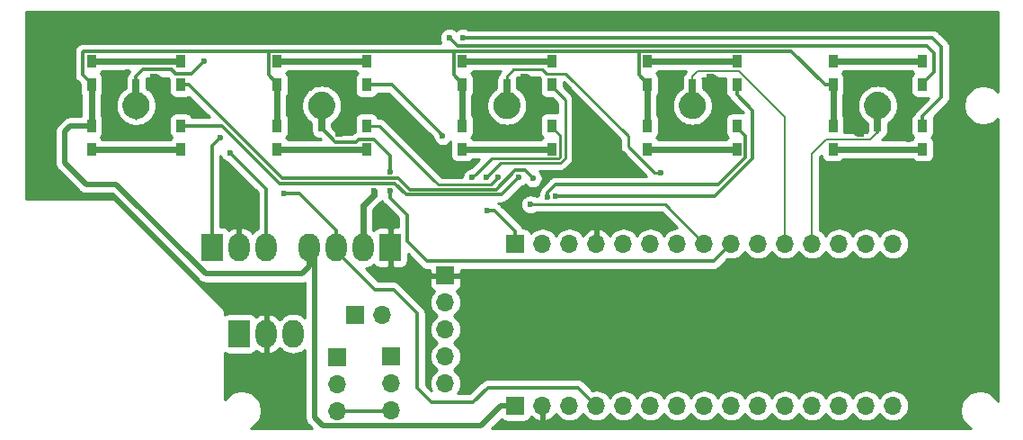
<source format=gbr>
G04 #@! TF.GenerationSoftware,KiCad,Pcbnew,(5.1.4-0-10_14)*
G04 #@! TF.CreationDate,2019-11-16T12:28:40+01:00*
G04 #@! TF.ProjectId,RWR Control Panel,52575220-436f-46e7-9472-6f6c2050616e,-*
G04 #@! TF.SameCoordinates,Original*
G04 #@! TF.FileFunction,Copper,L1,Top*
G04 #@! TF.FilePolarity,Positive*
%FSLAX46Y46*%
G04 Gerber Fmt 4.6, Leading zero omitted, Abs format (unit mm)*
G04 Created by KiCad (PCBNEW (5.1.4-0-10_14)) date 2019-11-16 12:28:40*
%MOMM*%
%LPD*%
G04 APERTURE LIST*
%ADD10C,0.640000*%
%ADD11C,0.100000*%
%ADD12C,0.500000*%
%ADD13R,1.700000X1.700000*%
%ADD14O,1.700000X1.700000*%
%ADD15R,0.900000X1.200000*%
%ADD16R,2.000000X2.600000*%
%ADD17O,2.000000X2.600000*%
%ADD18C,0.600000*%
%ADD19C,0.304800*%
%ADD20C,0.228600*%
%ADD21C,1.219200*%
%ADD22C,0.609600*%
%ADD23C,0.508000*%
%ADD24C,0.177800*%
%ADD25C,0.254000*%
G04 APERTURE END LIST*
D10*
X181844950Y-92467750D03*
D11*
G36*
X183110926Y-91405540D02*
G01*
X183086423Y-91528723D01*
X183049964Y-91648911D01*
X183001901Y-91764947D01*
X182942695Y-91875713D01*
X182872917Y-91980143D01*
X182793240Y-92077230D01*
X182704430Y-92166040D01*
X182607343Y-92245717D01*
X182502913Y-92315495D01*
X182392147Y-92374701D01*
X182276111Y-92422764D01*
X182173950Y-92453755D01*
X182173950Y-93630750D01*
X182173947Y-93631243D01*
X182173948Y-93631274D01*
X182173946Y-93631305D01*
X182173943Y-93631797D01*
X182173725Y-93635261D01*
X182173539Y-93638590D01*
X182173500Y-93638843D01*
X182173483Y-93639110D01*
X182172933Y-93642503D01*
X182172547Y-93645001D01*
X182172509Y-93645382D01*
X182172465Y-93645527D01*
X182172418Y-93645831D01*
X182172353Y-93646085D01*
X182172311Y-93646343D01*
X182171449Y-93649606D01*
X182170596Y-93652928D01*
X182170505Y-93653178D01*
X182170439Y-93653428D01*
X182169270Y-93656571D01*
X182168336Y-93659139D01*
X182168241Y-93659451D01*
X182168182Y-93659562D01*
X182168090Y-93659814D01*
X182167975Y-93660054D01*
X182167885Y-93660296D01*
X182166412Y-93663317D01*
X182164950Y-93666368D01*
X182164950Y-93692750D01*
X182141091Y-93692750D01*
X182140761Y-93692993D01*
X182140618Y-93693110D01*
X182140559Y-93693141D01*
X182140454Y-93693219D01*
X182140228Y-93693354D01*
X182140017Y-93693507D01*
X182137097Y-93695220D01*
X182134160Y-93696971D01*
X182133922Y-93697083D01*
X182133697Y-93697215D01*
X182130614Y-93698640D01*
X182127760Y-93699983D01*
X182127651Y-93700041D01*
X182127609Y-93700054D01*
X182127530Y-93700091D01*
X182127284Y-93700179D01*
X182127045Y-93700289D01*
X182123785Y-93701425D01*
X182120627Y-93702549D01*
X182120379Y-93702611D01*
X182120126Y-93702699D01*
X182116775Y-93703510D01*
X182113637Y-93704292D01*
X182113582Y-93704309D01*
X182113562Y-93704311D01*
X182113518Y-93704322D01*
X182113260Y-93704360D01*
X182113004Y-93704422D01*
X182109648Y-93704893D01*
X182106269Y-93705392D01*
X182106003Y-93705405D01*
X182105747Y-93705441D01*
X182102385Y-93705582D01*
X182098950Y-93705750D01*
X181590950Y-93705750D01*
X181590457Y-93705747D01*
X181590426Y-93705748D01*
X181590395Y-93705746D01*
X181589903Y-93705743D01*
X181586439Y-93705525D01*
X181583110Y-93705339D01*
X181582857Y-93705300D01*
X181582590Y-93705283D01*
X181579197Y-93704733D01*
X181576699Y-93704347D01*
X181576318Y-93704309D01*
X181576173Y-93704265D01*
X181575869Y-93704218D01*
X181575615Y-93704153D01*
X181575357Y-93704111D01*
X181572094Y-93703249D01*
X181568772Y-93702396D01*
X181568522Y-93702305D01*
X181568272Y-93702239D01*
X181565129Y-93701070D01*
X181562561Y-93700136D01*
X181562249Y-93700041D01*
X181562138Y-93699982D01*
X181561886Y-93699890D01*
X181561646Y-93699775D01*
X181561404Y-93699685D01*
X181558383Y-93698212D01*
X181555278Y-93696724D01*
X181555052Y-93696587D01*
X181554818Y-93696473D01*
X181551883Y-93694668D01*
X181549533Y-93693244D01*
X181549282Y-93693110D01*
X181549199Y-93693042D01*
X181549011Y-93692928D01*
X181548808Y-93692776D01*
X181548766Y-93692750D01*
X181524950Y-93692750D01*
X181524950Y-93666331D01*
X181524729Y-93665960D01*
X181524617Y-93665722D01*
X181524485Y-93665497D01*
X181523060Y-93662414D01*
X181521717Y-93659560D01*
X181521659Y-93659451D01*
X181521646Y-93659409D01*
X181521609Y-93659330D01*
X181521521Y-93659084D01*
X181521411Y-93658845D01*
X181520275Y-93655585D01*
X181519151Y-93652427D01*
X181519089Y-93652179D01*
X181519001Y-93651926D01*
X181518190Y-93648575D01*
X181517408Y-93645437D01*
X181517391Y-93645382D01*
X181517389Y-93645362D01*
X181517378Y-93645318D01*
X181517340Y-93645060D01*
X181517278Y-93644804D01*
X181516807Y-93641448D01*
X181516308Y-93638069D01*
X181516295Y-93637803D01*
X181516259Y-93637547D01*
X181516118Y-93634185D01*
X181515950Y-93630750D01*
X181515950Y-92453755D01*
X181413789Y-92422764D01*
X181297753Y-92374701D01*
X181186987Y-92315495D01*
X181082557Y-92245717D01*
X180985470Y-92166040D01*
X180896660Y-92077230D01*
X180816983Y-91980143D01*
X180747205Y-91875713D01*
X180687999Y-91764947D01*
X180639936Y-91648911D01*
X180603477Y-91528723D01*
X180578974Y-91405540D01*
X180566664Y-91280548D01*
X180566664Y-91154952D01*
X180578974Y-91029960D01*
X180603477Y-90906777D01*
X180639936Y-90786589D01*
X180687999Y-90670553D01*
X180747205Y-90559787D01*
X180816983Y-90455357D01*
X180896660Y-90358270D01*
X180985470Y-90269460D01*
X181082557Y-90189783D01*
X181186987Y-90120005D01*
X181297753Y-90060799D01*
X181413789Y-90012736D01*
X181533977Y-89976277D01*
X181657160Y-89951774D01*
X181782152Y-89939464D01*
X181907748Y-89939464D01*
X182032740Y-89951774D01*
X182155923Y-89976277D01*
X182276111Y-90012736D01*
X182392147Y-90060799D01*
X182502913Y-90120005D01*
X182607343Y-90189783D01*
X182704430Y-90269460D01*
X182793240Y-90358270D01*
X182872917Y-90455357D01*
X182942695Y-90559787D01*
X183001901Y-90670553D01*
X183049964Y-90786589D01*
X183086423Y-90906777D01*
X183110926Y-91029960D01*
X183123236Y-91154952D01*
X183123236Y-91280548D01*
X183110926Y-91405540D01*
X183110926Y-91405540D01*
G37*
D12*
X183444950Y-93617750D03*
D11*
G36*
X184814109Y-93518382D02*
G01*
X184809841Y-93532451D01*
X184802910Y-93545418D01*
X184793583Y-93556783D01*
X184779137Y-93568062D01*
X183763137Y-94177662D01*
X183749849Y-94183954D01*
X183735589Y-94187533D01*
X183724550Y-94188350D01*
X183216550Y-94188350D01*
X183201918Y-94186909D01*
X183187849Y-94182641D01*
X183174882Y-94175710D01*
X183163517Y-94166383D01*
X183154190Y-94155018D01*
X183147259Y-94142051D01*
X183142991Y-94127982D01*
X183141550Y-94113350D01*
X183141550Y-93148150D01*
X183142991Y-93133518D01*
X183147259Y-93119449D01*
X183154190Y-93106482D01*
X183163517Y-93095117D01*
X183174882Y-93085790D01*
X183187849Y-93078859D01*
X183201918Y-93074591D01*
X183216550Y-93073150D01*
X183700350Y-93073150D01*
X183700350Y-89362350D01*
X179989550Y-89362350D01*
X179989550Y-93073150D01*
X180473350Y-93073150D01*
X180487982Y-93074591D01*
X180502051Y-93078859D01*
X180515018Y-93085790D01*
X180526383Y-93095117D01*
X180535710Y-93106482D01*
X180542641Y-93119449D01*
X180546909Y-93133518D01*
X180548350Y-93148150D01*
X180548350Y-94113350D01*
X180546909Y-94127982D01*
X180542641Y-94142051D01*
X180535710Y-94155018D01*
X180526383Y-94166383D01*
X180515018Y-94175710D01*
X180502051Y-94182641D01*
X180487982Y-94186909D01*
X180473350Y-94188350D01*
X179965350Y-94188350D01*
X179950718Y-94186909D01*
X179936649Y-94182641D01*
X179926763Y-94177662D01*
X178910763Y-93568062D01*
X178898958Y-93559298D01*
X178889089Y-93548400D01*
X178881536Y-93535786D01*
X178876589Y-93521940D01*
X178874350Y-93503750D01*
X178874350Y-88931750D01*
X178875791Y-88917118D01*
X178880059Y-88903049D01*
X178886990Y-88890082D01*
X178896317Y-88878717D01*
X178910763Y-88867438D01*
X179926763Y-88257838D01*
X179940051Y-88251546D01*
X179954311Y-88247967D01*
X179965350Y-88247150D01*
X183775350Y-88247150D01*
X183789982Y-88248591D01*
X183804051Y-88252859D01*
X183812928Y-88257243D01*
X184778128Y-88816043D01*
X184790068Y-88824621D01*
X184800106Y-88835364D01*
X184807855Y-88847859D01*
X184813018Y-88861625D01*
X184815550Y-88880950D01*
X184815550Y-93503750D01*
X184814109Y-93518382D01*
X184814109Y-93518382D01*
G37*
D10*
X164395150Y-89967750D03*
D11*
G36*
X163129174Y-91029960D02*
G01*
X163153677Y-90906777D01*
X163190136Y-90786589D01*
X163238199Y-90670553D01*
X163297405Y-90559787D01*
X163367183Y-90455357D01*
X163446860Y-90358270D01*
X163535670Y-90269460D01*
X163632757Y-90189783D01*
X163737187Y-90120005D01*
X163847953Y-90060799D01*
X163963989Y-90012736D01*
X164066150Y-89981745D01*
X164066150Y-88804750D01*
X164066153Y-88804257D01*
X164066152Y-88804226D01*
X164066154Y-88804195D01*
X164066157Y-88803703D01*
X164066375Y-88800239D01*
X164066561Y-88796910D01*
X164066600Y-88796657D01*
X164066617Y-88796390D01*
X164067167Y-88792997D01*
X164067553Y-88790499D01*
X164067591Y-88790118D01*
X164067635Y-88789973D01*
X164067682Y-88789669D01*
X164067747Y-88789415D01*
X164067789Y-88789157D01*
X164068651Y-88785894D01*
X164069504Y-88782572D01*
X164069595Y-88782322D01*
X164069661Y-88782072D01*
X164070830Y-88778929D01*
X164071764Y-88776361D01*
X164071859Y-88776049D01*
X164071918Y-88775938D01*
X164072010Y-88775686D01*
X164072125Y-88775446D01*
X164072215Y-88775204D01*
X164073688Y-88772183D01*
X164075150Y-88769132D01*
X164075150Y-88742750D01*
X164099009Y-88742750D01*
X164099339Y-88742507D01*
X164099482Y-88742390D01*
X164099541Y-88742359D01*
X164099646Y-88742281D01*
X164099872Y-88742146D01*
X164100083Y-88741993D01*
X164103003Y-88740280D01*
X164105940Y-88738529D01*
X164106178Y-88738417D01*
X164106403Y-88738285D01*
X164109486Y-88736860D01*
X164112340Y-88735517D01*
X164112449Y-88735459D01*
X164112491Y-88735446D01*
X164112570Y-88735409D01*
X164112816Y-88735321D01*
X164113055Y-88735211D01*
X164116315Y-88734075D01*
X164119473Y-88732951D01*
X164119721Y-88732889D01*
X164119974Y-88732801D01*
X164123325Y-88731990D01*
X164126463Y-88731208D01*
X164126518Y-88731191D01*
X164126538Y-88731189D01*
X164126582Y-88731178D01*
X164126840Y-88731140D01*
X164127096Y-88731078D01*
X164130452Y-88730607D01*
X164133831Y-88730108D01*
X164134097Y-88730095D01*
X164134353Y-88730059D01*
X164137715Y-88729918D01*
X164141150Y-88729750D01*
X164649150Y-88729750D01*
X164649643Y-88729753D01*
X164649674Y-88729752D01*
X164649705Y-88729754D01*
X164650197Y-88729757D01*
X164653661Y-88729975D01*
X164656990Y-88730161D01*
X164657243Y-88730200D01*
X164657510Y-88730217D01*
X164660903Y-88730767D01*
X164663401Y-88731153D01*
X164663782Y-88731191D01*
X164663927Y-88731235D01*
X164664231Y-88731282D01*
X164664485Y-88731347D01*
X164664743Y-88731389D01*
X164668006Y-88732251D01*
X164671328Y-88733104D01*
X164671578Y-88733195D01*
X164671828Y-88733261D01*
X164674971Y-88734430D01*
X164677539Y-88735364D01*
X164677851Y-88735459D01*
X164677962Y-88735518D01*
X164678214Y-88735610D01*
X164678454Y-88735725D01*
X164678696Y-88735815D01*
X164681717Y-88737288D01*
X164684822Y-88738776D01*
X164685048Y-88738913D01*
X164685282Y-88739027D01*
X164688217Y-88740832D01*
X164690567Y-88742256D01*
X164690818Y-88742390D01*
X164690901Y-88742458D01*
X164691089Y-88742572D01*
X164691292Y-88742724D01*
X164691334Y-88742750D01*
X164715150Y-88742750D01*
X164715150Y-88769169D01*
X164715371Y-88769540D01*
X164715483Y-88769778D01*
X164715615Y-88770003D01*
X164717040Y-88773086D01*
X164718383Y-88775940D01*
X164718441Y-88776049D01*
X164718454Y-88776091D01*
X164718491Y-88776170D01*
X164718579Y-88776416D01*
X164718689Y-88776655D01*
X164719825Y-88779915D01*
X164720949Y-88783073D01*
X164721011Y-88783321D01*
X164721099Y-88783574D01*
X164721910Y-88786925D01*
X164722692Y-88790063D01*
X164722709Y-88790118D01*
X164722711Y-88790138D01*
X164722722Y-88790182D01*
X164722760Y-88790440D01*
X164722822Y-88790696D01*
X164723293Y-88794052D01*
X164723792Y-88797431D01*
X164723805Y-88797697D01*
X164723841Y-88797953D01*
X164723982Y-88801315D01*
X164724150Y-88804750D01*
X164724150Y-89981745D01*
X164826311Y-90012736D01*
X164942347Y-90060799D01*
X165053113Y-90120005D01*
X165157543Y-90189783D01*
X165254630Y-90269460D01*
X165343440Y-90358270D01*
X165423117Y-90455357D01*
X165492895Y-90559787D01*
X165552101Y-90670553D01*
X165600164Y-90786589D01*
X165636623Y-90906777D01*
X165661126Y-91029960D01*
X165673436Y-91154952D01*
X165673436Y-91280548D01*
X165661126Y-91405540D01*
X165636623Y-91528723D01*
X165600164Y-91648911D01*
X165552101Y-91764947D01*
X165492895Y-91875713D01*
X165423117Y-91980143D01*
X165343440Y-92077230D01*
X165254630Y-92166040D01*
X165157543Y-92245717D01*
X165053113Y-92315495D01*
X164942347Y-92374701D01*
X164826311Y-92422764D01*
X164706123Y-92459223D01*
X164582940Y-92483726D01*
X164457948Y-92496036D01*
X164332352Y-92496036D01*
X164207360Y-92483726D01*
X164084177Y-92459223D01*
X163963989Y-92422764D01*
X163847953Y-92374701D01*
X163737187Y-92315495D01*
X163632757Y-92245717D01*
X163535670Y-92166040D01*
X163446860Y-92077230D01*
X163367183Y-91980143D01*
X163297405Y-91875713D01*
X163238199Y-91764947D01*
X163190136Y-91648911D01*
X163153677Y-91528723D01*
X163129174Y-91405540D01*
X163116864Y-91280548D01*
X163116864Y-91154952D01*
X163129174Y-91029960D01*
X163129174Y-91029960D01*
G37*
D12*
X162795150Y-88817750D03*
D11*
G36*
X161425991Y-88917118D02*
G01*
X161430259Y-88903049D01*
X161437190Y-88890082D01*
X161446517Y-88878717D01*
X161460963Y-88867438D01*
X162476963Y-88257838D01*
X162490251Y-88251546D01*
X162504511Y-88247967D01*
X162515550Y-88247150D01*
X163023550Y-88247150D01*
X163038182Y-88248591D01*
X163052251Y-88252859D01*
X163065218Y-88259790D01*
X163076583Y-88269117D01*
X163085910Y-88280482D01*
X163092841Y-88293449D01*
X163097109Y-88307518D01*
X163098550Y-88322150D01*
X163098550Y-89287350D01*
X163097109Y-89301982D01*
X163092841Y-89316051D01*
X163085910Y-89329018D01*
X163076583Y-89340383D01*
X163065218Y-89349710D01*
X163052251Y-89356641D01*
X163038182Y-89360909D01*
X163023550Y-89362350D01*
X162539750Y-89362350D01*
X162539750Y-93073150D01*
X166250550Y-93073150D01*
X166250550Y-89362350D01*
X165766750Y-89362350D01*
X165752118Y-89360909D01*
X165738049Y-89356641D01*
X165725082Y-89349710D01*
X165713717Y-89340383D01*
X165704390Y-89329018D01*
X165697459Y-89316051D01*
X165693191Y-89301982D01*
X165691750Y-89287350D01*
X165691750Y-88322150D01*
X165693191Y-88307518D01*
X165697459Y-88293449D01*
X165704390Y-88280482D01*
X165713717Y-88269117D01*
X165725082Y-88259790D01*
X165738049Y-88252859D01*
X165752118Y-88248591D01*
X165766750Y-88247150D01*
X166274750Y-88247150D01*
X166289382Y-88248591D01*
X166303451Y-88252859D01*
X166313337Y-88257838D01*
X167329337Y-88867438D01*
X167341142Y-88876202D01*
X167351011Y-88887100D01*
X167358564Y-88899714D01*
X167363511Y-88913560D01*
X167365750Y-88931750D01*
X167365750Y-93503750D01*
X167364309Y-93518382D01*
X167360041Y-93532451D01*
X167353110Y-93545418D01*
X167343783Y-93556783D01*
X167329337Y-93568062D01*
X166313337Y-94177662D01*
X166300049Y-94183954D01*
X166285789Y-94187533D01*
X166274750Y-94188350D01*
X162464750Y-94188350D01*
X162450118Y-94186909D01*
X162436049Y-94182641D01*
X162427172Y-94178257D01*
X161461972Y-93619457D01*
X161450032Y-93610879D01*
X161439994Y-93600136D01*
X161432245Y-93587641D01*
X161427082Y-93573875D01*
X161424550Y-93554550D01*
X161424550Y-88931750D01*
X161425991Y-88917118D01*
X161425991Y-88917118D01*
G37*
D10*
X111994950Y-89967750D03*
D11*
G36*
X110728974Y-91029960D02*
G01*
X110753477Y-90906777D01*
X110789936Y-90786589D01*
X110837999Y-90670553D01*
X110897205Y-90559787D01*
X110966983Y-90455357D01*
X111046660Y-90358270D01*
X111135470Y-90269460D01*
X111232557Y-90189783D01*
X111336987Y-90120005D01*
X111447753Y-90060799D01*
X111563789Y-90012736D01*
X111665950Y-89981745D01*
X111665950Y-88804750D01*
X111665953Y-88804257D01*
X111665952Y-88804226D01*
X111665954Y-88804195D01*
X111665957Y-88803703D01*
X111666175Y-88800239D01*
X111666361Y-88796910D01*
X111666400Y-88796657D01*
X111666417Y-88796390D01*
X111666967Y-88792997D01*
X111667353Y-88790499D01*
X111667391Y-88790118D01*
X111667435Y-88789973D01*
X111667482Y-88789669D01*
X111667547Y-88789415D01*
X111667589Y-88789157D01*
X111668451Y-88785894D01*
X111669304Y-88782572D01*
X111669395Y-88782322D01*
X111669461Y-88782072D01*
X111670630Y-88778929D01*
X111671564Y-88776361D01*
X111671659Y-88776049D01*
X111671718Y-88775938D01*
X111671810Y-88775686D01*
X111671925Y-88775446D01*
X111672015Y-88775204D01*
X111673488Y-88772183D01*
X111674950Y-88769132D01*
X111674950Y-88742750D01*
X111698809Y-88742750D01*
X111699139Y-88742507D01*
X111699282Y-88742390D01*
X111699341Y-88742359D01*
X111699446Y-88742281D01*
X111699672Y-88742146D01*
X111699883Y-88741993D01*
X111702803Y-88740280D01*
X111705740Y-88738529D01*
X111705978Y-88738417D01*
X111706203Y-88738285D01*
X111709286Y-88736860D01*
X111712140Y-88735517D01*
X111712249Y-88735459D01*
X111712291Y-88735446D01*
X111712370Y-88735409D01*
X111712616Y-88735321D01*
X111712855Y-88735211D01*
X111716115Y-88734075D01*
X111719273Y-88732951D01*
X111719521Y-88732889D01*
X111719774Y-88732801D01*
X111723125Y-88731990D01*
X111726263Y-88731208D01*
X111726318Y-88731191D01*
X111726338Y-88731189D01*
X111726382Y-88731178D01*
X111726640Y-88731140D01*
X111726896Y-88731078D01*
X111730252Y-88730607D01*
X111733631Y-88730108D01*
X111733897Y-88730095D01*
X111734153Y-88730059D01*
X111737515Y-88729918D01*
X111740950Y-88729750D01*
X112248950Y-88729750D01*
X112249443Y-88729753D01*
X112249474Y-88729752D01*
X112249505Y-88729754D01*
X112249997Y-88729757D01*
X112253461Y-88729975D01*
X112256790Y-88730161D01*
X112257043Y-88730200D01*
X112257310Y-88730217D01*
X112260703Y-88730767D01*
X112263201Y-88731153D01*
X112263582Y-88731191D01*
X112263727Y-88731235D01*
X112264031Y-88731282D01*
X112264285Y-88731347D01*
X112264543Y-88731389D01*
X112267806Y-88732251D01*
X112271128Y-88733104D01*
X112271378Y-88733195D01*
X112271628Y-88733261D01*
X112274771Y-88734430D01*
X112277339Y-88735364D01*
X112277651Y-88735459D01*
X112277762Y-88735518D01*
X112278014Y-88735610D01*
X112278254Y-88735725D01*
X112278496Y-88735815D01*
X112281517Y-88737288D01*
X112284622Y-88738776D01*
X112284848Y-88738913D01*
X112285082Y-88739027D01*
X112288017Y-88740832D01*
X112290367Y-88742256D01*
X112290618Y-88742390D01*
X112290701Y-88742458D01*
X112290889Y-88742572D01*
X112291092Y-88742724D01*
X112291134Y-88742750D01*
X112314950Y-88742750D01*
X112314950Y-88769169D01*
X112315171Y-88769540D01*
X112315283Y-88769778D01*
X112315415Y-88770003D01*
X112316840Y-88773086D01*
X112318183Y-88775940D01*
X112318241Y-88776049D01*
X112318254Y-88776091D01*
X112318291Y-88776170D01*
X112318379Y-88776416D01*
X112318489Y-88776655D01*
X112319625Y-88779915D01*
X112320749Y-88783073D01*
X112320811Y-88783321D01*
X112320899Y-88783574D01*
X112321710Y-88786925D01*
X112322492Y-88790063D01*
X112322509Y-88790118D01*
X112322511Y-88790138D01*
X112322522Y-88790182D01*
X112322560Y-88790440D01*
X112322622Y-88790696D01*
X112323093Y-88794052D01*
X112323592Y-88797431D01*
X112323605Y-88797697D01*
X112323641Y-88797953D01*
X112323782Y-88801315D01*
X112323950Y-88804750D01*
X112323950Y-89981745D01*
X112426111Y-90012736D01*
X112542147Y-90060799D01*
X112652913Y-90120005D01*
X112757343Y-90189783D01*
X112854430Y-90269460D01*
X112943240Y-90358270D01*
X113022917Y-90455357D01*
X113092695Y-90559787D01*
X113151901Y-90670553D01*
X113199964Y-90786589D01*
X113236423Y-90906777D01*
X113260926Y-91029960D01*
X113273236Y-91154952D01*
X113273236Y-91280548D01*
X113260926Y-91405540D01*
X113236423Y-91528723D01*
X113199964Y-91648911D01*
X113151901Y-91764947D01*
X113092695Y-91875713D01*
X113022917Y-91980143D01*
X112943240Y-92077230D01*
X112854430Y-92166040D01*
X112757343Y-92245717D01*
X112652913Y-92315495D01*
X112542147Y-92374701D01*
X112426111Y-92422764D01*
X112305923Y-92459223D01*
X112182740Y-92483726D01*
X112057748Y-92496036D01*
X111932152Y-92496036D01*
X111807160Y-92483726D01*
X111683977Y-92459223D01*
X111563789Y-92422764D01*
X111447753Y-92374701D01*
X111336987Y-92315495D01*
X111232557Y-92245717D01*
X111135470Y-92166040D01*
X111046660Y-92077230D01*
X110966983Y-91980143D01*
X110897205Y-91875713D01*
X110837999Y-91764947D01*
X110789936Y-91648911D01*
X110753477Y-91528723D01*
X110728974Y-91405540D01*
X110716664Y-91280548D01*
X110716664Y-91154952D01*
X110728974Y-91029960D01*
X110728974Y-91029960D01*
G37*
D12*
X110394950Y-88817750D03*
D11*
G36*
X109025791Y-88917118D02*
G01*
X109030059Y-88903049D01*
X109036990Y-88890082D01*
X109046317Y-88878717D01*
X109060763Y-88867438D01*
X110076763Y-88257838D01*
X110090051Y-88251546D01*
X110104311Y-88247967D01*
X110115350Y-88247150D01*
X110623350Y-88247150D01*
X110637982Y-88248591D01*
X110652051Y-88252859D01*
X110665018Y-88259790D01*
X110676383Y-88269117D01*
X110685710Y-88280482D01*
X110692641Y-88293449D01*
X110696909Y-88307518D01*
X110698350Y-88322150D01*
X110698350Y-89287350D01*
X110696909Y-89301982D01*
X110692641Y-89316051D01*
X110685710Y-89329018D01*
X110676383Y-89340383D01*
X110665018Y-89349710D01*
X110652051Y-89356641D01*
X110637982Y-89360909D01*
X110623350Y-89362350D01*
X110139550Y-89362350D01*
X110139550Y-93073150D01*
X113850350Y-93073150D01*
X113850350Y-89362350D01*
X113366550Y-89362350D01*
X113351918Y-89360909D01*
X113337849Y-89356641D01*
X113324882Y-89349710D01*
X113313517Y-89340383D01*
X113304190Y-89329018D01*
X113297259Y-89316051D01*
X113292991Y-89301982D01*
X113291550Y-89287350D01*
X113291550Y-88322150D01*
X113292991Y-88307518D01*
X113297259Y-88293449D01*
X113304190Y-88280482D01*
X113313517Y-88269117D01*
X113324882Y-88259790D01*
X113337849Y-88252859D01*
X113351918Y-88248591D01*
X113366550Y-88247150D01*
X113874550Y-88247150D01*
X113889182Y-88248591D01*
X113903251Y-88252859D01*
X113913137Y-88257838D01*
X114929137Y-88867438D01*
X114940942Y-88876202D01*
X114950811Y-88887100D01*
X114958364Y-88899714D01*
X114963311Y-88913560D01*
X114965550Y-88931750D01*
X114965550Y-93503750D01*
X114964109Y-93518382D01*
X114959841Y-93532451D01*
X114952910Y-93545418D01*
X114943583Y-93556783D01*
X114929137Y-93568062D01*
X113913137Y-94177662D01*
X113899849Y-94183954D01*
X113885589Y-94187533D01*
X113874550Y-94188350D01*
X110064550Y-94188350D01*
X110049918Y-94186909D01*
X110035849Y-94182641D01*
X110026972Y-94178257D01*
X109061772Y-93619457D01*
X109049832Y-93610879D01*
X109039794Y-93600136D01*
X109032045Y-93587641D01*
X109026882Y-93573875D01*
X109024350Y-93554550D01*
X109024350Y-88931750D01*
X109025791Y-88917118D01*
X109025791Y-88917118D01*
G37*
D10*
X146919950Y-89967750D03*
D11*
G36*
X145653974Y-91029960D02*
G01*
X145678477Y-90906777D01*
X145714936Y-90786589D01*
X145762999Y-90670553D01*
X145822205Y-90559787D01*
X145891983Y-90455357D01*
X145971660Y-90358270D01*
X146060470Y-90269460D01*
X146157557Y-90189783D01*
X146261987Y-90120005D01*
X146372753Y-90060799D01*
X146488789Y-90012736D01*
X146590950Y-89981745D01*
X146590950Y-88804750D01*
X146590953Y-88804257D01*
X146590952Y-88804226D01*
X146590954Y-88804195D01*
X146590957Y-88803703D01*
X146591175Y-88800239D01*
X146591361Y-88796910D01*
X146591400Y-88796657D01*
X146591417Y-88796390D01*
X146591967Y-88792997D01*
X146592353Y-88790499D01*
X146592391Y-88790118D01*
X146592435Y-88789973D01*
X146592482Y-88789669D01*
X146592547Y-88789415D01*
X146592589Y-88789157D01*
X146593451Y-88785894D01*
X146594304Y-88782572D01*
X146594395Y-88782322D01*
X146594461Y-88782072D01*
X146595630Y-88778929D01*
X146596564Y-88776361D01*
X146596659Y-88776049D01*
X146596718Y-88775938D01*
X146596810Y-88775686D01*
X146596925Y-88775446D01*
X146597015Y-88775204D01*
X146598488Y-88772183D01*
X146599950Y-88769132D01*
X146599950Y-88742750D01*
X146623809Y-88742750D01*
X146624139Y-88742507D01*
X146624282Y-88742390D01*
X146624341Y-88742359D01*
X146624446Y-88742281D01*
X146624672Y-88742146D01*
X146624883Y-88741993D01*
X146627803Y-88740280D01*
X146630740Y-88738529D01*
X146630978Y-88738417D01*
X146631203Y-88738285D01*
X146634286Y-88736860D01*
X146637140Y-88735517D01*
X146637249Y-88735459D01*
X146637291Y-88735446D01*
X146637370Y-88735409D01*
X146637616Y-88735321D01*
X146637855Y-88735211D01*
X146641115Y-88734075D01*
X146644273Y-88732951D01*
X146644521Y-88732889D01*
X146644774Y-88732801D01*
X146648125Y-88731990D01*
X146651263Y-88731208D01*
X146651318Y-88731191D01*
X146651338Y-88731189D01*
X146651382Y-88731178D01*
X146651640Y-88731140D01*
X146651896Y-88731078D01*
X146655252Y-88730607D01*
X146658631Y-88730108D01*
X146658897Y-88730095D01*
X146659153Y-88730059D01*
X146662515Y-88729918D01*
X146665950Y-88729750D01*
X147173950Y-88729750D01*
X147174443Y-88729753D01*
X147174474Y-88729752D01*
X147174505Y-88729754D01*
X147174997Y-88729757D01*
X147178461Y-88729975D01*
X147181790Y-88730161D01*
X147182043Y-88730200D01*
X147182310Y-88730217D01*
X147185703Y-88730767D01*
X147188201Y-88731153D01*
X147188582Y-88731191D01*
X147188727Y-88731235D01*
X147189031Y-88731282D01*
X147189285Y-88731347D01*
X147189543Y-88731389D01*
X147192806Y-88732251D01*
X147196128Y-88733104D01*
X147196378Y-88733195D01*
X147196628Y-88733261D01*
X147199771Y-88734430D01*
X147202339Y-88735364D01*
X147202651Y-88735459D01*
X147202762Y-88735518D01*
X147203014Y-88735610D01*
X147203254Y-88735725D01*
X147203496Y-88735815D01*
X147206517Y-88737288D01*
X147209622Y-88738776D01*
X147209848Y-88738913D01*
X147210082Y-88739027D01*
X147213017Y-88740832D01*
X147215367Y-88742256D01*
X147215618Y-88742390D01*
X147215701Y-88742458D01*
X147215889Y-88742572D01*
X147216092Y-88742724D01*
X147216134Y-88742750D01*
X147239950Y-88742750D01*
X147239950Y-88769169D01*
X147240171Y-88769540D01*
X147240283Y-88769778D01*
X147240415Y-88770003D01*
X147241840Y-88773086D01*
X147243183Y-88775940D01*
X147243241Y-88776049D01*
X147243254Y-88776091D01*
X147243291Y-88776170D01*
X147243379Y-88776416D01*
X147243489Y-88776655D01*
X147244625Y-88779915D01*
X147245749Y-88783073D01*
X147245811Y-88783321D01*
X147245899Y-88783574D01*
X147246710Y-88786925D01*
X147247492Y-88790063D01*
X147247509Y-88790118D01*
X147247511Y-88790138D01*
X147247522Y-88790182D01*
X147247560Y-88790440D01*
X147247622Y-88790696D01*
X147248093Y-88794052D01*
X147248592Y-88797431D01*
X147248605Y-88797697D01*
X147248641Y-88797953D01*
X147248782Y-88801315D01*
X147248950Y-88804750D01*
X147248950Y-89981745D01*
X147351111Y-90012736D01*
X147467147Y-90060799D01*
X147577913Y-90120005D01*
X147682343Y-90189783D01*
X147779430Y-90269460D01*
X147868240Y-90358270D01*
X147947917Y-90455357D01*
X148017695Y-90559787D01*
X148076901Y-90670553D01*
X148124964Y-90786589D01*
X148161423Y-90906777D01*
X148185926Y-91029960D01*
X148198236Y-91154952D01*
X148198236Y-91280548D01*
X148185926Y-91405540D01*
X148161423Y-91528723D01*
X148124964Y-91648911D01*
X148076901Y-91764947D01*
X148017695Y-91875713D01*
X147947917Y-91980143D01*
X147868240Y-92077230D01*
X147779430Y-92166040D01*
X147682343Y-92245717D01*
X147577913Y-92315495D01*
X147467147Y-92374701D01*
X147351111Y-92422764D01*
X147230923Y-92459223D01*
X147107740Y-92483726D01*
X146982748Y-92496036D01*
X146857152Y-92496036D01*
X146732160Y-92483726D01*
X146608977Y-92459223D01*
X146488789Y-92422764D01*
X146372753Y-92374701D01*
X146261987Y-92315495D01*
X146157557Y-92245717D01*
X146060470Y-92166040D01*
X145971660Y-92077230D01*
X145891983Y-91980143D01*
X145822205Y-91875713D01*
X145762999Y-91764947D01*
X145714936Y-91648911D01*
X145678477Y-91528723D01*
X145653974Y-91405540D01*
X145641664Y-91280548D01*
X145641664Y-91154952D01*
X145653974Y-91029960D01*
X145653974Y-91029960D01*
G37*
D12*
X145319950Y-88817750D03*
D11*
G36*
X143950791Y-88917118D02*
G01*
X143955059Y-88903049D01*
X143961990Y-88890082D01*
X143971317Y-88878717D01*
X143985763Y-88867438D01*
X145001763Y-88257838D01*
X145015051Y-88251546D01*
X145029311Y-88247967D01*
X145040350Y-88247150D01*
X145548350Y-88247150D01*
X145562982Y-88248591D01*
X145577051Y-88252859D01*
X145590018Y-88259790D01*
X145601383Y-88269117D01*
X145610710Y-88280482D01*
X145617641Y-88293449D01*
X145621909Y-88307518D01*
X145623350Y-88322150D01*
X145623350Y-89287350D01*
X145621909Y-89301982D01*
X145617641Y-89316051D01*
X145610710Y-89329018D01*
X145601383Y-89340383D01*
X145590018Y-89349710D01*
X145577051Y-89356641D01*
X145562982Y-89360909D01*
X145548350Y-89362350D01*
X145064550Y-89362350D01*
X145064550Y-93073150D01*
X148775350Y-93073150D01*
X148775350Y-89362350D01*
X148291550Y-89362350D01*
X148276918Y-89360909D01*
X148262849Y-89356641D01*
X148249882Y-89349710D01*
X148238517Y-89340383D01*
X148229190Y-89329018D01*
X148222259Y-89316051D01*
X148217991Y-89301982D01*
X148216550Y-89287350D01*
X148216550Y-88322150D01*
X148217991Y-88307518D01*
X148222259Y-88293449D01*
X148229190Y-88280482D01*
X148238517Y-88269117D01*
X148249882Y-88259790D01*
X148262849Y-88252859D01*
X148276918Y-88248591D01*
X148291550Y-88247150D01*
X148799550Y-88247150D01*
X148814182Y-88248591D01*
X148828251Y-88252859D01*
X148838137Y-88257838D01*
X149854137Y-88867438D01*
X149865942Y-88876202D01*
X149875811Y-88887100D01*
X149883364Y-88899714D01*
X149888311Y-88913560D01*
X149890550Y-88931750D01*
X149890550Y-93503750D01*
X149889109Y-93518382D01*
X149884841Y-93532451D01*
X149877910Y-93545418D01*
X149868583Y-93556783D01*
X149854137Y-93568062D01*
X148838137Y-94177662D01*
X148824849Y-94183954D01*
X148810589Y-94187533D01*
X148799550Y-94188350D01*
X144989550Y-94188350D01*
X144974918Y-94186909D01*
X144960849Y-94182641D01*
X144951972Y-94178257D01*
X143986772Y-93619457D01*
X143974832Y-93610879D01*
X143964794Y-93600136D01*
X143957045Y-93587641D01*
X143951882Y-93573875D01*
X143949350Y-93554550D01*
X143949350Y-88931750D01*
X143950791Y-88917118D01*
X143950791Y-88917118D01*
G37*
D10*
X129470150Y-92467750D03*
D11*
G36*
X130736126Y-91405540D02*
G01*
X130711623Y-91528723D01*
X130675164Y-91648911D01*
X130627101Y-91764947D01*
X130567895Y-91875713D01*
X130498117Y-91980143D01*
X130418440Y-92077230D01*
X130329630Y-92166040D01*
X130232543Y-92245717D01*
X130128113Y-92315495D01*
X130017347Y-92374701D01*
X129901311Y-92422764D01*
X129799150Y-92453755D01*
X129799150Y-93630750D01*
X129799147Y-93631243D01*
X129799148Y-93631274D01*
X129799146Y-93631305D01*
X129799143Y-93631797D01*
X129798925Y-93635261D01*
X129798739Y-93638590D01*
X129798700Y-93638843D01*
X129798683Y-93639110D01*
X129798133Y-93642503D01*
X129797747Y-93645001D01*
X129797709Y-93645382D01*
X129797665Y-93645527D01*
X129797618Y-93645831D01*
X129797553Y-93646085D01*
X129797511Y-93646343D01*
X129796649Y-93649606D01*
X129795796Y-93652928D01*
X129795705Y-93653178D01*
X129795639Y-93653428D01*
X129794470Y-93656571D01*
X129793536Y-93659139D01*
X129793441Y-93659451D01*
X129793382Y-93659562D01*
X129793290Y-93659814D01*
X129793175Y-93660054D01*
X129793085Y-93660296D01*
X129791612Y-93663317D01*
X129790150Y-93666368D01*
X129790150Y-93692750D01*
X129766291Y-93692750D01*
X129765961Y-93692993D01*
X129765818Y-93693110D01*
X129765759Y-93693141D01*
X129765654Y-93693219D01*
X129765428Y-93693354D01*
X129765217Y-93693507D01*
X129762297Y-93695220D01*
X129759360Y-93696971D01*
X129759122Y-93697083D01*
X129758897Y-93697215D01*
X129755814Y-93698640D01*
X129752960Y-93699983D01*
X129752851Y-93700041D01*
X129752809Y-93700054D01*
X129752730Y-93700091D01*
X129752484Y-93700179D01*
X129752245Y-93700289D01*
X129748985Y-93701425D01*
X129745827Y-93702549D01*
X129745579Y-93702611D01*
X129745326Y-93702699D01*
X129741975Y-93703510D01*
X129738837Y-93704292D01*
X129738782Y-93704309D01*
X129738762Y-93704311D01*
X129738718Y-93704322D01*
X129738460Y-93704360D01*
X129738204Y-93704422D01*
X129734848Y-93704893D01*
X129731469Y-93705392D01*
X129731203Y-93705405D01*
X129730947Y-93705441D01*
X129727585Y-93705582D01*
X129724150Y-93705750D01*
X129216150Y-93705750D01*
X129215657Y-93705747D01*
X129215626Y-93705748D01*
X129215595Y-93705746D01*
X129215103Y-93705743D01*
X129211639Y-93705525D01*
X129208310Y-93705339D01*
X129208057Y-93705300D01*
X129207790Y-93705283D01*
X129204397Y-93704733D01*
X129201899Y-93704347D01*
X129201518Y-93704309D01*
X129201373Y-93704265D01*
X129201069Y-93704218D01*
X129200815Y-93704153D01*
X129200557Y-93704111D01*
X129197294Y-93703249D01*
X129193972Y-93702396D01*
X129193722Y-93702305D01*
X129193472Y-93702239D01*
X129190329Y-93701070D01*
X129187761Y-93700136D01*
X129187449Y-93700041D01*
X129187338Y-93699982D01*
X129187086Y-93699890D01*
X129186846Y-93699775D01*
X129186604Y-93699685D01*
X129183583Y-93698212D01*
X129180478Y-93696724D01*
X129180252Y-93696587D01*
X129180018Y-93696473D01*
X129177083Y-93694668D01*
X129174733Y-93693244D01*
X129174482Y-93693110D01*
X129174399Y-93693042D01*
X129174211Y-93692928D01*
X129174008Y-93692776D01*
X129173966Y-93692750D01*
X129150150Y-93692750D01*
X129150150Y-93666331D01*
X129149929Y-93665960D01*
X129149817Y-93665722D01*
X129149685Y-93665497D01*
X129148260Y-93662414D01*
X129146917Y-93659560D01*
X129146859Y-93659451D01*
X129146846Y-93659409D01*
X129146809Y-93659330D01*
X129146721Y-93659084D01*
X129146611Y-93658845D01*
X129145475Y-93655585D01*
X129144351Y-93652427D01*
X129144289Y-93652179D01*
X129144201Y-93651926D01*
X129143390Y-93648575D01*
X129142608Y-93645437D01*
X129142591Y-93645382D01*
X129142589Y-93645362D01*
X129142578Y-93645318D01*
X129142540Y-93645060D01*
X129142478Y-93644804D01*
X129142007Y-93641448D01*
X129141508Y-93638069D01*
X129141495Y-93637803D01*
X129141459Y-93637547D01*
X129141318Y-93634185D01*
X129141150Y-93630750D01*
X129141150Y-92453755D01*
X129038989Y-92422764D01*
X128922953Y-92374701D01*
X128812187Y-92315495D01*
X128707757Y-92245717D01*
X128610670Y-92166040D01*
X128521860Y-92077230D01*
X128442183Y-91980143D01*
X128372405Y-91875713D01*
X128313199Y-91764947D01*
X128265136Y-91648911D01*
X128228677Y-91528723D01*
X128204174Y-91405540D01*
X128191864Y-91280548D01*
X128191864Y-91154952D01*
X128204174Y-91029960D01*
X128228677Y-90906777D01*
X128265136Y-90786589D01*
X128313199Y-90670553D01*
X128372405Y-90559787D01*
X128442183Y-90455357D01*
X128521860Y-90358270D01*
X128610670Y-90269460D01*
X128707757Y-90189783D01*
X128812187Y-90120005D01*
X128922953Y-90060799D01*
X129038989Y-90012736D01*
X129159177Y-89976277D01*
X129282360Y-89951774D01*
X129407352Y-89939464D01*
X129532948Y-89939464D01*
X129657940Y-89951774D01*
X129781123Y-89976277D01*
X129901311Y-90012736D01*
X130017347Y-90060799D01*
X130128113Y-90120005D01*
X130232543Y-90189783D01*
X130329630Y-90269460D01*
X130418440Y-90358270D01*
X130498117Y-90455357D01*
X130567895Y-90559787D01*
X130627101Y-90670553D01*
X130675164Y-90786589D01*
X130711623Y-90906777D01*
X130736126Y-91029960D01*
X130748436Y-91154952D01*
X130748436Y-91280548D01*
X130736126Y-91405540D01*
X130736126Y-91405540D01*
G37*
D12*
X131070150Y-93617750D03*
D11*
G36*
X132439309Y-93518382D02*
G01*
X132435041Y-93532451D01*
X132428110Y-93545418D01*
X132418783Y-93556783D01*
X132404337Y-93568062D01*
X131388337Y-94177662D01*
X131375049Y-94183954D01*
X131360789Y-94187533D01*
X131349750Y-94188350D01*
X130841750Y-94188350D01*
X130827118Y-94186909D01*
X130813049Y-94182641D01*
X130800082Y-94175710D01*
X130788717Y-94166383D01*
X130779390Y-94155018D01*
X130772459Y-94142051D01*
X130768191Y-94127982D01*
X130766750Y-94113350D01*
X130766750Y-93148150D01*
X130768191Y-93133518D01*
X130772459Y-93119449D01*
X130779390Y-93106482D01*
X130788717Y-93095117D01*
X130800082Y-93085790D01*
X130813049Y-93078859D01*
X130827118Y-93074591D01*
X130841750Y-93073150D01*
X131325550Y-93073150D01*
X131325550Y-89362350D01*
X127614750Y-89362350D01*
X127614750Y-93073150D01*
X128098550Y-93073150D01*
X128113182Y-93074591D01*
X128127251Y-93078859D01*
X128140218Y-93085790D01*
X128151583Y-93095117D01*
X128160910Y-93106482D01*
X128167841Y-93119449D01*
X128172109Y-93133518D01*
X128173550Y-93148150D01*
X128173550Y-94113350D01*
X128172109Y-94127982D01*
X128167841Y-94142051D01*
X128160910Y-94155018D01*
X128151583Y-94166383D01*
X128140218Y-94175710D01*
X128127251Y-94182641D01*
X128113182Y-94186909D01*
X128098550Y-94188350D01*
X127590550Y-94188350D01*
X127575918Y-94186909D01*
X127561849Y-94182641D01*
X127551963Y-94177662D01*
X126535963Y-93568062D01*
X126524158Y-93559298D01*
X126514289Y-93548400D01*
X126506736Y-93535786D01*
X126501789Y-93521940D01*
X126499550Y-93503750D01*
X126499550Y-88931750D01*
X126500991Y-88917118D01*
X126505259Y-88903049D01*
X126512190Y-88890082D01*
X126521517Y-88878717D01*
X126535963Y-88867438D01*
X127551963Y-88257838D01*
X127565251Y-88251546D01*
X127579511Y-88247967D01*
X127590550Y-88247150D01*
X131400550Y-88247150D01*
X131415182Y-88248591D01*
X131429251Y-88252859D01*
X131438128Y-88257243D01*
X132403328Y-88816043D01*
X132415268Y-88824621D01*
X132425306Y-88835364D01*
X132433055Y-88847859D01*
X132438218Y-88861625D01*
X132440750Y-88880950D01*
X132440750Y-93503750D01*
X132439309Y-93518382D01*
X132439309Y-93518382D01*
G37*
D13*
X130968750Y-114880401D03*
D14*
X130968750Y-117420401D03*
X130968750Y-119960401D03*
X136048750Y-119919750D03*
X136048750Y-117379750D03*
D13*
X136048750Y-114839750D03*
D14*
X141128750Y-117379750D03*
X141128750Y-114839750D03*
X141128750Y-112299750D03*
X141128750Y-109759750D03*
D13*
X141128750Y-107219750D03*
D15*
X142708550Y-95340350D03*
X142708550Y-93140350D03*
X186066350Y-95340350D03*
X186066350Y-93140350D03*
X186066350Y-89295150D03*
X186066350Y-87095150D03*
X177633550Y-93140350D03*
X177633550Y-95340350D03*
X177633550Y-87095150D03*
X177633550Y-89295150D03*
X168591150Y-95340350D03*
X168591150Y-93140350D03*
X168586150Y-89290150D03*
X168586150Y-87090150D03*
X160158350Y-93140350D03*
X160158350Y-95340350D03*
X160158350Y-87095150D03*
X160158350Y-89295150D03*
X151141350Y-87095150D03*
X151141350Y-89295150D03*
X133686550Y-93145350D03*
X133686550Y-95345350D03*
X133691550Y-87095150D03*
X133691550Y-89295150D03*
X125284150Y-95340350D03*
X125284150Y-93140350D03*
X125279150Y-89300150D03*
X125279150Y-87100150D03*
X116216350Y-93140350D03*
X116216350Y-95340350D03*
X116216350Y-87095150D03*
X116216350Y-89295150D03*
X107783550Y-95340350D03*
X107783550Y-93140350D03*
X151141350Y-95340350D03*
X151141350Y-93140350D03*
X107783550Y-87095150D03*
X107783550Y-89295150D03*
X142708550Y-89295150D03*
X142708550Y-87095150D03*
D13*
X147732750Y-104247950D03*
D14*
X150272750Y-104247950D03*
X152812750Y-104247950D03*
X155352750Y-104247950D03*
X157892750Y-104247950D03*
X160432750Y-104247950D03*
X162972750Y-104247950D03*
X165512750Y-104247950D03*
X168052750Y-104247950D03*
X170592750Y-104247950D03*
X173132750Y-104247950D03*
X175672750Y-104247950D03*
X178212750Y-104247950D03*
X180752750Y-104247950D03*
X183292750Y-104247950D03*
X183292750Y-119487950D03*
X180752750Y-119487950D03*
X178212750Y-119487950D03*
X175672750Y-119487950D03*
X173132750Y-119487950D03*
X170592750Y-119487950D03*
X168052750Y-119487950D03*
X165512750Y-119487950D03*
X162972750Y-119487950D03*
X160432750Y-119487950D03*
X157892750Y-119487950D03*
X155352750Y-119487950D03*
X152812750Y-119487950D03*
X150272750Y-119487950D03*
D13*
X147732750Y-119487950D03*
X132619750Y-110902750D03*
D14*
X135159750Y-110902750D03*
D16*
X135947150Y-104603550D03*
D17*
X133407150Y-104603550D03*
X130867150Y-104603550D03*
X128327150Y-104603550D03*
D16*
X119157750Y-104552750D03*
D17*
X121697750Y-104552750D03*
X124237750Y-104552750D03*
D16*
X121723150Y-112706150D03*
D17*
X124263150Y-112706150D03*
X126803150Y-112706150D03*
D18*
X145035778Y-101118220D03*
X184308750Y-88398350D03*
X111232950Y-88118950D03*
X127946150Y-94164150D03*
X120834150Y-97491550D03*
X149815550Y-94240350D03*
X184816750Y-94392750D03*
X185019950Y-99040950D03*
X168205150Y-91395550D03*
X153473150Y-93122750D03*
X125914150Y-99523550D03*
X134397750Y-99218750D03*
X119945150Y-94265750D03*
X120834150Y-95688150D03*
X118395750Y-87026750D03*
X149129750Y-100550571D03*
X135921750Y-99218750D03*
X135921750Y-97440750D03*
X161397950Y-97593150D03*
X141509750Y-84867750D03*
X151542750Y-99802950D03*
X144946844Y-98029740D03*
X140869960Y-94084328D03*
X149358352Y-98075750D03*
X146056350Y-98024950D03*
X142779750Y-84867750D03*
X148062950Y-97974150D03*
X143643350Y-98024950D03*
X150755350Y-99828350D03*
D19*
X145757820Y-101118220D02*
X145460042Y-101118220D01*
X147732750Y-104247950D02*
X147732750Y-103093150D01*
X145460042Y-101118220D02*
X145035778Y-101118220D01*
X147732750Y-103093150D02*
X145757820Y-101118220D01*
D20*
X109594950Y-89014150D02*
X109594950Y-89067750D01*
X109806350Y-88802750D02*
X109594950Y-89014150D01*
X109579950Y-93352750D02*
X109594950Y-93367750D01*
X110144950Y-93367750D02*
X110394950Y-93617750D01*
X109594950Y-93367750D02*
X110144950Y-93367750D01*
D19*
X134504150Y-108540550D02*
X130867150Y-104903550D01*
X138487150Y-110801150D02*
X136226550Y-108540550D01*
X153625550Y-117760750D02*
X145116550Y-117760750D01*
X155352750Y-119487950D02*
X153625550Y-117760750D01*
X145116550Y-117760750D02*
X143744950Y-119132350D01*
X143744950Y-119132350D02*
X139782550Y-119132350D01*
X136226550Y-108540550D02*
X134504150Y-108540550D01*
X139782550Y-119132350D02*
X138487150Y-117836950D01*
X130867150Y-104903550D02*
X130867150Y-104603550D01*
X138487150Y-117836950D02*
X138487150Y-110801150D01*
X125939550Y-99548950D02*
X125914150Y-99523550D01*
X127417350Y-99548950D02*
X125939550Y-99548950D01*
X130867150Y-104603550D02*
X130867150Y-102998750D01*
X130867150Y-102998750D02*
X127417350Y-99548950D01*
D21*
X131009401Y-119919750D02*
X130968750Y-119960401D01*
D22*
X134397750Y-99218750D02*
X134397750Y-99650550D01*
X133407150Y-100641150D02*
X133407150Y-104603550D01*
X134397750Y-99650550D02*
X133407150Y-100641150D01*
D19*
X136008099Y-119960401D02*
X136048750Y-119919750D01*
X130968750Y-119960401D02*
X136008099Y-119960401D01*
D22*
X142708550Y-89295150D02*
X142708550Y-93140350D01*
X160158350Y-89295150D02*
X160158350Y-93140350D01*
X177633550Y-89295150D02*
X177633550Y-93140350D01*
D19*
X159352749Y-88339549D02*
X160158350Y-89145150D01*
X159352749Y-86210669D02*
X159352749Y-88339549D01*
X160158350Y-89145150D02*
X160158350Y-89295150D01*
X159428869Y-86134549D02*
X159352749Y-86210669D01*
X142708550Y-89145150D02*
X142708550Y-89295150D01*
X141902949Y-88339549D02*
X142708550Y-89145150D01*
X141902949Y-86210669D02*
X141902949Y-88339549D01*
X141979069Y-86134549D02*
X141902949Y-86210669D01*
X159428869Y-86134549D02*
X141979069Y-86134549D01*
X125279150Y-89150150D02*
X125279150Y-89300150D01*
X124473549Y-88344549D02*
X125279150Y-89150150D01*
X124473549Y-86215669D02*
X124473549Y-88344549D01*
X124554669Y-86134549D02*
X124473549Y-86215669D01*
X141979069Y-86134549D02*
X124554669Y-86134549D01*
X107783550Y-89145150D02*
X107783550Y-89295150D01*
X106977949Y-88339549D02*
X107783550Y-89145150D01*
X106977949Y-86210669D02*
X106977949Y-88339549D01*
X107054069Y-86134549D02*
X106977949Y-86210669D01*
X124554669Y-86134549D02*
X107054069Y-86134549D01*
D22*
X125279150Y-93135350D02*
X125284150Y-93140350D01*
X125279150Y-89300150D02*
X125279150Y-93135350D01*
X107783550Y-89295150D02*
X107783550Y-93140350D01*
D19*
X177633550Y-89295150D02*
X176878750Y-89295150D01*
X176878750Y-89295150D02*
X173718149Y-86134549D01*
X173718149Y-86134549D02*
X159428869Y-86134549D01*
D23*
X105805150Y-93140350D02*
X107783550Y-93140350D01*
X105263950Y-96653350D02*
X105263950Y-93681550D01*
X105263950Y-93681550D02*
X105805150Y-93140350D01*
X128327150Y-104603550D02*
X128327150Y-106411550D01*
X128327150Y-106411550D02*
X127671350Y-107067350D01*
X118549388Y-107067350D02*
X110140750Y-98658712D01*
X110140750Y-98658712D02*
X107269312Y-98658712D01*
X127671350Y-107067350D02*
X118549388Y-107067350D01*
X107269312Y-98658712D02*
X105263950Y-96653350D01*
X128809750Y-105086150D02*
X128327150Y-104603550D01*
X128809750Y-120630950D02*
X128809750Y-105086150D01*
X129546350Y-121367550D02*
X128809750Y-120630950D01*
X144495150Y-121367550D02*
X129546350Y-121367550D01*
X147732750Y-119487950D02*
X146374750Y-119487950D01*
X146374750Y-119487950D02*
X144495150Y-121367550D01*
D19*
X119157750Y-104552750D02*
X119157750Y-104852750D01*
X119157750Y-104552750D02*
X119157750Y-95053150D01*
X119157750Y-95053150D02*
X119945150Y-94265750D01*
X124364750Y-104425750D02*
X124237750Y-104552750D01*
X124237750Y-104552750D02*
X124237750Y-99091750D01*
X124237750Y-99091750D02*
X120834150Y-95688150D01*
D20*
X111994950Y-91217750D02*
X111994950Y-92467750D01*
D19*
X117176550Y-88245950D02*
X118395750Y-87026750D01*
X115722788Y-88245950D02*
X117176550Y-88245950D01*
X115341788Y-87864950D02*
X115722788Y-88245950D01*
X112629950Y-87864950D02*
X115341788Y-87864950D01*
X111994950Y-89967750D02*
X111994950Y-88499950D01*
X111994950Y-88499950D02*
X112629950Y-87864950D01*
D20*
X165512750Y-104247950D02*
X161815371Y-100550571D01*
X149554014Y-100550571D02*
X149129750Y-100550571D01*
X161815371Y-100550571D02*
X149554014Y-100550571D01*
X129470150Y-91217750D02*
X129470150Y-92467750D01*
D19*
X135921750Y-99643014D02*
X135921750Y-99218750D01*
X139401550Y-105898950D02*
X137496550Y-103993950D01*
X166401750Y-105898950D02*
X139401550Y-105898950D01*
X168052750Y-104247950D02*
X166401750Y-105898950D01*
X137496550Y-103993950D02*
X137496550Y-101504750D01*
X137496550Y-101504750D02*
X135921750Y-99929950D01*
X135921750Y-99929950D02*
X135921750Y-99643014D01*
X129470150Y-93372750D02*
X129470150Y-92467750D01*
X135921750Y-95936188D02*
X134400711Y-94415149D01*
X132972389Y-94415149D02*
X132689988Y-94697550D01*
X132689988Y-94697550D02*
X130794950Y-94697550D01*
X130794950Y-94697550D02*
X129470150Y-93372750D01*
X134400711Y-94415149D02*
X132972389Y-94415149D01*
X135921750Y-97440750D02*
X135921750Y-95936188D01*
D20*
X150640168Y-88220550D02*
X152457150Y-88220550D01*
X152457150Y-88220550D02*
X158324550Y-94087950D01*
X160835368Y-97593150D02*
X161397950Y-97593150D01*
X158324550Y-94087950D02*
X158324550Y-95082332D01*
X158324550Y-95082332D02*
X160835368Y-97593150D01*
X150640168Y-88220550D02*
X150259168Y-87839550D01*
X150259168Y-87839550D02*
X147554950Y-87839550D01*
X146919950Y-88474550D02*
X146919950Y-89967750D01*
X147554950Y-87839550D02*
X146919950Y-88474550D01*
D24*
X164395150Y-88474550D02*
X164395150Y-89967750D01*
X164912849Y-87956851D02*
X164395150Y-88474550D01*
X168782913Y-87956851D02*
X164912849Y-87956851D01*
X173132750Y-104247950D02*
X173132750Y-92306688D01*
X173132750Y-92306688D02*
X168782913Y-87956851D01*
X181103651Y-94473649D02*
X181844950Y-93732350D01*
X176970189Y-94473649D02*
X181103651Y-94473649D01*
X175672750Y-95771088D02*
X176970189Y-94473649D01*
X175672750Y-104247950D02*
X175672750Y-95771088D01*
D19*
X181844950Y-93732350D02*
X181844950Y-92467750D01*
X186066350Y-89145150D02*
X186066350Y-89295150D01*
X187128150Y-88083350D02*
X186066350Y-89145150D01*
X187128150Y-86290150D02*
X187128150Y-88083350D01*
X186464539Y-85626539D02*
X187128150Y-86290150D01*
X142268539Y-85626539D02*
X186464539Y-85626539D01*
X141509750Y-84867750D02*
X142268539Y-85626539D01*
X168586150Y-89290150D02*
X168586150Y-90194950D01*
X166455427Y-99802950D02*
X151967014Y-99802950D01*
X168586150Y-90194950D02*
X170084750Y-91693550D01*
X170084750Y-91693550D02*
X170084750Y-96173627D01*
X170084750Y-96173627D02*
X166455427Y-99802950D01*
X151967014Y-99802950D02*
X151542750Y-99802950D01*
D20*
X150263929Y-96613462D02*
X146363122Y-96613462D01*
X151141350Y-89445150D02*
X152406350Y-90710150D01*
X151141350Y-89295150D02*
X151141350Y-89445150D01*
X152406350Y-90710150D02*
X152406350Y-96189962D01*
X152406350Y-96189962D02*
X151957450Y-96638862D01*
X151957450Y-96638862D02*
X150289329Y-96638862D01*
X146363122Y-96613462D02*
X144946844Y-98029740D01*
X150289329Y-96638862D02*
X150263929Y-96613462D01*
D19*
X140569961Y-93784329D02*
X140869960Y-94084328D01*
X136080782Y-89295150D02*
X140569961Y-93784329D01*
X133691550Y-89295150D02*
X136080782Y-89295150D01*
X145929361Y-99142539D02*
X147727952Y-97343948D01*
X116216350Y-89295150D02*
X116971150Y-89295150D01*
X125751729Y-98075729D02*
X136709129Y-98075729D01*
X148626550Y-97343948D02*
X149058353Y-97775751D01*
X147727952Y-97343948D02*
X148626550Y-97343948D01*
X137775939Y-99142539D02*
X145929361Y-99142539D01*
X136709129Y-98075729D02*
X137775939Y-99142539D01*
X149058353Y-97775751D02*
X149358352Y-98075750D01*
X116971150Y-89295150D02*
X125751729Y-98075729D01*
D22*
X150081750Y-87095150D02*
X142708550Y-87095150D01*
X151141350Y-87095150D02*
X150081750Y-87095150D01*
X115156750Y-87095150D02*
X107783550Y-87095150D01*
X116216350Y-87095150D02*
X115156750Y-87095150D01*
X143768150Y-95340350D02*
X142708550Y-95340350D01*
X150991350Y-95340350D02*
X143768150Y-95340350D01*
X151141350Y-95340350D02*
X151141350Y-95490350D01*
X151141350Y-95490350D02*
X150991350Y-95340350D01*
X107783550Y-95340350D02*
X116216350Y-95340350D01*
X125284150Y-87095150D02*
X125279150Y-87100150D01*
X133691550Y-87095150D02*
X125284150Y-87095150D01*
X133681550Y-95340350D02*
X133686550Y-95345350D01*
X125284150Y-95340350D02*
X133681550Y-95340350D01*
X168581150Y-87095150D02*
X168586150Y-87090150D01*
X160158350Y-87095150D02*
X168581150Y-87095150D01*
X168591150Y-95340350D02*
X160158350Y-95340350D01*
X177633550Y-87095150D02*
X186066350Y-87095150D01*
X178693150Y-95340350D02*
X186066350Y-95340350D01*
X177633550Y-95340350D02*
X178693150Y-95340350D01*
D20*
X140106546Y-98310554D02*
X139998741Y-98202750D01*
X139941445Y-98145455D02*
X139941447Y-98145455D01*
X140106545Y-98310554D02*
X139941445Y-98145455D01*
X139941445Y-98145455D02*
X134941341Y-93145350D01*
X134941341Y-93145350D02*
X133686550Y-93145350D01*
X140106545Y-98310554D02*
X140106546Y-98310554D01*
X145756351Y-98324949D02*
X146056350Y-98024950D01*
X140106546Y-98310554D02*
X140494020Y-98698028D01*
X140494020Y-98698028D02*
X145383272Y-98698028D01*
X145383272Y-98698028D02*
X145756351Y-98324949D01*
D19*
X143204014Y-84867750D02*
X142779750Y-84867750D01*
X187001150Y-84867750D02*
X143204014Y-84867750D01*
X187864750Y-85731350D02*
X187001150Y-84867750D01*
X187864750Y-90437150D02*
X187864750Y-85731350D01*
X186066350Y-93140350D02*
X186066350Y-92235550D01*
X186066350Y-92235550D02*
X187864750Y-90437150D01*
X146411950Y-99625150D02*
X147762951Y-98274149D01*
X137445426Y-99625150D02*
X146411950Y-99625150D01*
X136378616Y-98558340D02*
X137445426Y-99625150D01*
X125527302Y-98558340D02*
X136378616Y-98558340D01*
X120109312Y-93140350D02*
X125527302Y-98558340D01*
X147762951Y-98274149D02*
X148062950Y-97974150D01*
X116216350Y-93140350D02*
X120109312Y-93140350D01*
D20*
X151141350Y-93140350D02*
X151141350Y-93290350D01*
X151141350Y-93290350D02*
X151892015Y-94041015D01*
X145461249Y-96207051D02*
X143943349Y-97724951D01*
X143943349Y-97724951D02*
X143643350Y-98024950D01*
X150457669Y-96232451D02*
X150432269Y-96207051D01*
X151789111Y-96232451D02*
X150457669Y-96232451D01*
X151892015Y-96129547D02*
X151789111Y-96232451D01*
X151892015Y-94041015D02*
X151892015Y-96129547D01*
X150432269Y-96207051D02*
X145461249Y-96207051D01*
D19*
X166872447Y-98664751D02*
X151494685Y-98664751D01*
X151494685Y-98664751D02*
X150755350Y-99404086D01*
X150755350Y-99404086D02*
X150755350Y-99828350D01*
X168591150Y-93290350D02*
X169371351Y-94070551D01*
X169371351Y-96165847D02*
X166872447Y-98664751D01*
X169371351Y-94070551D02*
X169371351Y-96165847D01*
X168591150Y-93140350D02*
X168591150Y-93290350D01*
D25*
G36*
X193162250Y-89912457D02*
G01*
X193003368Y-89753575D01*
X192694632Y-89547284D01*
X192351584Y-89405189D01*
X191987406Y-89332750D01*
X191616094Y-89332750D01*
X191251916Y-89405189D01*
X190908868Y-89547284D01*
X190600132Y-89753575D01*
X190337575Y-90016132D01*
X190131284Y-90324868D01*
X189989189Y-90667916D01*
X189916750Y-91032094D01*
X189916750Y-91403406D01*
X189989189Y-91767584D01*
X190131284Y-92110632D01*
X190337575Y-92419368D01*
X190600132Y-92681925D01*
X190908868Y-92888216D01*
X191251916Y-93030311D01*
X191616094Y-93102750D01*
X191987406Y-93102750D01*
X192351584Y-93030311D01*
X192694632Y-92888216D01*
X193003368Y-92681925D01*
X193162250Y-92523043D01*
X193162251Y-119045059D01*
X193154716Y-119026868D01*
X192948425Y-118718132D01*
X192685868Y-118455575D01*
X192377132Y-118249284D01*
X192034084Y-118107189D01*
X191669906Y-118034750D01*
X191298594Y-118034750D01*
X190934416Y-118107189D01*
X190591368Y-118249284D01*
X190282632Y-118455575D01*
X190020075Y-118718132D01*
X189813784Y-119026868D01*
X189671689Y-119369916D01*
X189599250Y-119734094D01*
X189599250Y-120105406D01*
X189671689Y-120469584D01*
X189813784Y-120812632D01*
X190020075Y-121121368D01*
X190282632Y-121383925D01*
X190591368Y-121590216D01*
X190609557Y-121597750D01*
X145522185Y-121597750D01*
X146386145Y-120733791D01*
X146431565Y-120789135D01*
X146528256Y-120868487D01*
X146638570Y-120927452D01*
X146758268Y-120963762D01*
X146882750Y-120976022D01*
X148582750Y-120976022D01*
X148707232Y-120963762D01*
X148826930Y-120927452D01*
X148937244Y-120868487D01*
X149033935Y-120789135D01*
X149113287Y-120692444D01*
X149172252Y-120582130D01*
X149196716Y-120501484D01*
X149272481Y-120585538D01*
X149505830Y-120759591D01*
X149768651Y-120884775D01*
X149915860Y-120929426D01*
X150145750Y-120808105D01*
X150145750Y-119614950D01*
X150125750Y-119614950D01*
X150125750Y-119360950D01*
X150145750Y-119360950D01*
X150145750Y-119340950D01*
X150399750Y-119340950D01*
X150399750Y-119360950D01*
X150419750Y-119360950D01*
X150419750Y-119614950D01*
X150399750Y-119614950D01*
X150399750Y-120808105D01*
X150629640Y-120929426D01*
X150776849Y-120884775D01*
X151039670Y-120759591D01*
X151273019Y-120585538D01*
X151467928Y-120369305D01*
X151537549Y-120252427D01*
X151572044Y-120316964D01*
X151757616Y-120543084D01*
X151983736Y-120728656D01*
X152241716Y-120866549D01*
X152521639Y-120951463D01*
X152739800Y-120972950D01*
X152885700Y-120972950D01*
X153103861Y-120951463D01*
X153383784Y-120866549D01*
X153641764Y-120728656D01*
X153867884Y-120543084D01*
X154053456Y-120316964D01*
X154082750Y-120262159D01*
X154112044Y-120316964D01*
X154297616Y-120543084D01*
X154523736Y-120728656D01*
X154781716Y-120866549D01*
X155061639Y-120951463D01*
X155279800Y-120972950D01*
X155425700Y-120972950D01*
X155643861Y-120951463D01*
X155923784Y-120866549D01*
X156181764Y-120728656D01*
X156407884Y-120543084D01*
X156593456Y-120316964D01*
X156622750Y-120262159D01*
X156652044Y-120316964D01*
X156837616Y-120543084D01*
X157063736Y-120728656D01*
X157321716Y-120866549D01*
X157601639Y-120951463D01*
X157819800Y-120972950D01*
X157965700Y-120972950D01*
X158183861Y-120951463D01*
X158463784Y-120866549D01*
X158721764Y-120728656D01*
X158947884Y-120543084D01*
X159133456Y-120316964D01*
X159162750Y-120262159D01*
X159192044Y-120316964D01*
X159377616Y-120543084D01*
X159603736Y-120728656D01*
X159861716Y-120866549D01*
X160141639Y-120951463D01*
X160359800Y-120972950D01*
X160505700Y-120972950D01*
X160723861Y-120951463D01*
X161003784Y-120866549D01*
X161261764Y-120728656D01*
X161487884Y-120543084D01*
X161673456Y-120316964D01*
X161702750Y-120262159D01*
X161732044Y-120316964D01*
X161917616Y-120543084D01*
X162143736Y-120728656D01*
X162401716Y-120866549D01*
X162681639Y-120951463D01*
X162899800Y-120972950D01*
X163045700Y-120972950D01*
X163263861Y-120951463D01*
X163543784Y-120866549D01*
X163801764Y-120728656D01*
X164027884Y-120543084D01*
X164213456Y-120316964D01*
X164242750Y-120262159D01*
X164272044Y-120316964D01*
X164457616Y-120543084D01*
X164683736Y-120728656D01*
X164941716Y-120866549D01*
X165221639Y-120951463D01*
X165439800Y-120972950D01*
X165585700Y-120972950D01*
X165803861Y-120951463D01*
X166083784Y-120866549D01*
X166341764Y-120728656D01*
X166567884Y-120543084D01*
X166753456Y-120316964D01*
X166782750Y-120262159D01*
X166812044Y-120316964D01*
X166997616Y-120543084D01*
X167223736Y-120728656D01*
X167481716Y-120866549D01*
X167761639Y-120951463D01*
X167979800Y-120972950D01*
X168125700Y-120972950D01*
X168343861Y-120951463D01*
X168623784Y-120866549D01*
X168881764Y-120728656D01*
X169107884Y-120543084D01*
X169293456Y-120316964D01*
X169322750Y-120262159D01*
X169352044Y-120316964D01*
X169537616Y-120543084D01*
X169763736Y-120728656D01*
X170021716Y-120866549D01*
X170301639Y-120951463D01*
X170519800Y-120972950D01*
X170665700Y-120972950D01*
X170883861Y-120951463D01*
X171163784Y-120866549D01*
X171421764Y-120728656D01*
X171647884Y-120543084D01*
X171833456Y-120316964D01*
X171862750Y-120262159D01*
X171892044Y-120316964D01*
X172077616Y-120543084D01*
X172303736Y-120728656D01*
X172561716Y-120866549D01*
X172841639Y-120951463D01*
X173059800Y-120972950D01*
X173205700Y-120972950D01*
X173423861Y-120951463D01*
X173703784Y-120866549D01*
X173961764Y-120728656D01*
X174187884Y-120543084D01*
X174373456Y-120316964D01*
X174402750Y-120262159D01*
X174432044Y-120316964D01*
X174617616Y-120543084D01*
X174843736Y-120728656D01*
X175101716Y-120866549D01*
X175381639Y-120951463D01*
X175599800Y-120972950D01*
X175745700Y-120972950D01*
X175963861Y-120951463D01*
X176243784Y-120866549D01*
X176501764Y-120728656D01*
X176727884Y-120543084D01*
X176913456Y-120316964D01*
X176942750Y-120262159D01*
X176972044Y-120316964D01*
X177157616Y-120543084D01*
X177383736Y-120728656D01*
X177641716Y-120866549D01*
X177921639Y-120951463D01*
X178139800Y-120972950D01*
X178285700Y-120972950D01*
X178503861Y-120951463D01*
X178783784Y-120866549D01*
X179041764Y-120728656D01*
X179267884Y-120543084D01*
X179453456Y-120316964D01*
X179482750Y-120262159D01*
X179512044Y-120316964D01*
X179697616Y-120543084D01*
X179923736Y-120728656D01*
X180181716Y-120866549D01*
X180461639Y-120951463D01*
X180679800Y-120972950D01*
X180825700Y-120972950D01*
X181043861Y-120951463D01*
X181323784Y-120866549D01*
X181581764Y-120728656D01*
X181807884Y-120543084D01*
X181993456Y-120316964D01*
X182022750Y-120262159D01*
X182052044Y-120316964D01*
X182237616Y-120543084D01*
X182463736Y-120728656D01*
X182721716Y-120866549D01*
X183001639Y-120951463D01*
X183219800Y-120972950D01*
X183365700Y-120972950D01*
X183583861Y-120951463D01*
X183863784Y-120866549D01*
X184121764Y-120728656D01*
X184347884Y-120543084D01*
X184533456Y-120316964D01*
X184671349Y-120058984D01*
X184756263Y-119779061D01*
X184784935Y-119487950D01*
X184756263Y-119196839D01*
X184671349Y-118916916D01*
X184533456Y-118658936D01*
X184347884Y-118432816D01*
X184121764Y-118247244D01*
X183863784Y-118109351D01*
X183583861Y-118024437D01*
X183365700Y-118002950D01*
X183219800Y-118002950D01*
X183001639Y-118024437D01*
X182721716Y-118109351D01*
X182463736Y-118247244D01*
X182237616Y-118432816D01*
X182052044Y-118658936D01*
X182022750Y-118713741D01*
X181993456Y-118658936D01*
X181807884Y-118432816D01*
X181581764Y-118247244D01*
X181323784Y-118109351D01*
X181043861Y-118024437D01*
X180825700Y-118002950D01*
X180679800Y-118002950D01*
X180461639Y-118024437D01*
X180181716Y-118109351D01*
X179923736Y-118247244D01*
X179697616Y-118432816D01*
X179512044Y-118658936D01*
X179482750Y-118713741D01*
X179453456Y-118658936D01*
X179267884Y-118432816D01*
X179041764Y-118247244D01*
X178783784Y-118109351D01*
X178503861Y-118024437D01*
X178285700Y-118002950D01*
X178139800Y-118002950D01*
X177921639Y-118024437D01*
X177641716Y-118109351D01*
X177383736Y-118247244D01*
X177157616Y-118432816D01*
X176972044Y-118658936D01*
X176942750Y-118713741D01*
X176913456Y-118658936D01*
X176727884Y-118432816D01*
X176501764Y-118247244D01*
X176243784Y-118109351D01*
X175963861Y-118024437D01*
X175745700Y-118002950D01*
X175599800Y-118002950D01*
X175381639Y-118024437D01*
X175101716Y-118109351D01*
X174843736Y-118247244D01*
X174617616Y-118432816D01*
X174432044Y-118658936D01*
X174402750Y-118713741D01*
X174373456Y-118658936D01*
X174187884Y-118432816D01*
X173961764Y-118247244D01*
X173703784Y-118109351D01*
X173423861Y-118024437D01*
X173205700Y-118002950D01*
X173059800Y-118002950D01*
X172841639Y-118024437D01*
X172561716Y-118109351D01*
X172303736Y-118247244D01*
X172077616Y-118432816D01*
X171892044Y-118658936D01*
X171862750Y-118713741D01*
X171833456Y-118658936D01*
X171647884Y-118432816D01*
X171421764Y-118247244D01*
X171163784Y-118109351D01*
X170883861Y-118024437D01*
X170665700Y-118002950D01*
X170519800Y-118002950D01*
X170301639Y-118024437D01*
X170021716Y-118109351D01*
X169763736Y-118247244D01*
X169537616Y-118432816D01*
X169352044Y-118658936D01*
X169322750Y-118713741D01*
X169293456Y-118658936D01*
X169107884Y-118432816D01*
X168881764Y-118247244D01*
X168623784Y-118109351D01*
X168343861Y-118024437D01*
X168125700Y-118002950D01*
X167979800Y-118002950D01*
X167761639Y-118024437D01*
X167481716Y-118109351D01*
X167223736Y-118247244D01*
X166997616Y-118432816D01*
X166812044Y-118658936D01*
X166782750Y-118713741D01*
X166753456Y-118658936D01*
X166567884Y-118432816D01*
X166341764Y-118247244D01*
X166083784Y-118109351D01*
X165803861Y-118024437D01*
X165585700Y-118002950D01*
X165439800Y-118002950D01*
X165221639Y-118024437D01*
X164941716Y-118109351D01*
X164683736Y-118247244D01*
X164457616Y-118432816D01*
X164272044Y-118658936D01*
X164242750Y-118713741D01*
X164213456Y-118658936D01*
X164027884Y-118432816D01*
X163801764Y-118247244D01*
X163543784Y-118109351D01*
X163263861Y-118024437D01*
X163045700Y-118002950D01*
X162899800Y-118002950D01*
X162681639Y-118024437D01*
X162401716Y-118109351D01*
X162143736Y-118247244D01*
X161917616Y-118432816D01*
X161732044Y-118658936D01*
X161702750Y-118713741D01*
X161673456Y-118658936D01*
X161487884Y-118432816D01*
X161261764Y-118247244D01*
X161003784Y-118109351D01*
X160723861Y-118024437D01*
X160505700Y-118002950D01*
X160359800Y-118002950D01*
X160141639Y-118024437D01*
X159861716Y-118109351D01*
X159603736Y-118247244D01*
X159377616Y-118432816D01*
X159192044Y-118658936D01*
X159162750Y-118713741D01*
X159133456Y-118658936D01*
X158947884Y-118432816D01*
X158721764Y-118247244D01*
X158463784Y-118109351D01*
X158183861Y-118024437D01*
X157965700Y-118002950D01*
X157819800Y-118002950D01*
X157601639Y-118024437D01*
X157321716Y-118109351D01*
X157063736Y-118247244D01*
X156837616Y-118432816D01*
X156652044Y-118658936D01*
X156622750Y-118713741D01*
X156593456Y-118658936D01*
X156407884Y-118432816D01*
X156181764Y-118247244D01*
X155923784Y-118109351D01*
X155643861Y-118024437D01*
X155425700Y-118002950D01*
X155279800Y-118002950D01*
X155061639Y-118024437D01*
X155016485Y-118038134D01*
X154209677Y-117231327D01*
X154185019Y-117201281D01*
X154065122Y-117102884D01*
X153928333Y-117029768D01*
X153779907Y-116984744D01*
X153664223Y-116973350D01*
X153664213Y-116973350D01*
X153625550Y-116969542D01*
X153586887Y-116973350D01*
X145155212Y-116973350D01*
X145116549Y-116969542D01*
X145077886Y-116973350D01*
X145077877Y-116973350D01*
X144962193Y-116984744D01*
X144813767Y-117029768D01*
X144676978Y-117102884D01*
X144676976Y-117102885D01*
X144676977Y-117102885D01*
X144587119Y-117176629D01*
X144587117Y-117176631D01*
X144557081Y-117201281D01*
X144532431Y-117231317D01*
X143418800Y-118344950D01*
X142257691Y-118344950D01*
X142369456Y-118208764D01*
X142507349Y-117950784D01*
X142592263Y-117670861D01*
X142620935Y-117379750D01*
X142592263Y-117088639D01*
X142507349Y-116808716D01*
X142369456Y-116550736D01*
X142183884Y-116324616D01*
X141957764Y-116139044D01*
X141902959Y-116109750D01*
X141957764Y-116080456D01*
X142183884Y-115894884D01*
X142369456Y-115668764D01*
X142507349Y-115410784D01*
X142592263Y-115130861D01*
X142620935Y-114839750D01*
X142592263Y-114548639D01*
X142507349Y-114268716D01*
X142369456Y-114010736D01*
X142183884Y-113784616D01*
X141957764Y-113599044D01*
X141902959Y-113569750D01*
X141957764Y-113540456D01*
X142183884Y-113354884D01*
X142369456Y-113128764D01*
X142507349Y-112870784D01*
X142592263Y-112590861D01*
X142620935Y-112299750D01*
X142592263Y-112008639D01*
X142507349Y-111728716D01*
X142369456Y-111470736D01*
X142183884Y-111244616D01*
X141957764Y-111059044D01*
X141902959Y-111029750D01*
X141957764Y-111000456D01*
X142183884Y-110814884D01*
X142369456Y-110588764D01*
X142507349Y-110330784D01*
X142592263Y-110050861D01*
X142620935Y-109759750D01*
X142592263Y-109468639D01*
X142507349Y-109188716D01*
X142369456Y-108930736D01*
X142183884Y-108704616D01*
X142154063Y-108680143D01*
X142222930Y-108659252D01*
X142333244Y-108600287D01*
X142429935Y-108520935D01*
X142509287Y-108424244D01*
X142568252Y-108313930D01*
X142604562Y-108194232D01*
X142616822Y-108069750D01*
X142613750Y-107505500D01*
X142455000Y-107346750D01*
X141255750Y-107346750D01*
X141255750Y-107366750D01*
X141001750Y-107366750D01*
X141001750Y-107346750D01*
X139802500Y-107346750D01*
X139643750Y-107505500D01*
X139640678Y-108069750D01*
X139652938Y-108194232D01*
X139689248Y-108313930D01*
X139748213Y-108424244D01*
X139827565Y-108520935D01*
X139924256Y-108600287D01*
X140034570Y-108659252D01*
X140103437Y-108680143D01*
X140073616Y-108704616D01*
X139888044Y-108930736D01*
X139750151Y-109188716D01*
X139665237Y-109468639D01*
X139636565Y-109759750D01*
X139665237Y-110050861D01*
X139750151Y-110330784D01*
X139888044Y-110588764D01*
X140073616Y-110814884D01*
X140299736Y-111000456D01*
X140354541Y-111029750D01*
X140299736Y-111059044D01*
X140073616Y-111244616D01*
X139888044Y-111470736D01*
X139750151Y-111728716D01*
X139665237Y-112008639D01*
X139636565Y-112299750D01*
X139665237Y-112590861D01*
X139750151Y-112870784D01*
X139888044Y-113128764D01*
X140073616Y-113354884D01*
X140299736Y-113540456D01*
X140354541Y-113569750D01*
X140299736Y-113599044D01*
X140073616Y-113784616D01*
X139888044Y-114010736D01*
X139750151Y-114268716D01*
X139665237Y-114548639D01*
X139636565Y-114839750D01*
X139665237Y-115130861D01*
X139750151Y-115410784D01*
X139888044Y-115668764D01*
X140073616Y-115894884D01*
X140299736Y-116080456D01*
X140354541Y-116109750D01*
X140299736Y-116139044D01*
X140073616Y-116324616D01*
X139888044Y-116550736D01*
X139750151Y-116808716D01*
X139665237Y-117088639D01*
X139636565Y-117379750D01*
X139665237Y-117670861D01*
X139750151Y-117950784D01*
X139791048Y-118027297D01*
X139274550Y-117510800D01*
X139274550Y-110839812D01*
X139278358Y-110801149D01*
X139274550Y-110762486D01*
X139274550Y-110762477D01*
X139263156Y-110646793D01*
X139218132Y-110498367D01*
X139145016Y-110361578D01*
X139046619Y-110241681D01*
X139016583Y-110217031D01*
X136810678Y-108011127D01*
X136786019Y-107981081D01*
X136666122Y-107882684D01*
X136529333Y-107809568D01*
X136380907Y-107764544D01*
X136265223Y-107753150D01*
X136265213Y-107753150D01*
X136226550Y-107749342D01*
X136187887Y-107753150D01*
X134830302Y-107753150D01*
X133604204Y-106527053D01*
X133727665Y-106514893D01*
X134035864Y-106421402D01*
X134319901Y-106269581D01*
X134391411Y-106210895D01*
X134416613Y-106258044D01*
X134495965Y-106354735D01*
X134592656Y-106434087D01*
X134702970Y-106493052D01*
X134822668Y-106529362D01*
X134947150Y-106541622D01*
X135661400Y-106538550D01*
X135820150Y-106379800D01*
X135820150Y-104730550D01*
X135800150Y-104730550D01*
X135800150Y-104476550D01*
X135820150Y-104476550D01*
X135820150Y-102827300D01*
X135661400Y-102668550D01*
X134947150Y-102665478D01*
X134822668Y-102677738D01*
X134702970Y-102714048D01*
X134592656Y-102773013D01*
X134495965Y-102852365D01*
X134416613Y-102949056D01*
X134391411Y-102996205D01*
X134346950Y-102959717D01*
X134346950Y-101030426D01*
X135029640Y-100347737D01*
X135065504Y-100318304D01*
X135146876Y-100219152D01*
X135175915Y-100183769D01*
X135190768Y-100232732D01*
X135263884Y-100369521D01*
X135362281Y-100489419D01*
X135392327Y-100514077D01*
X136709151Y-101830903D01*
X136709151Y-102666502D01*
X136232900Y-102668550D01*
X136074150Y-102827300D01*
X136074150Y-104476550D01*
X136094150Y-104476550D01*
X136094150Y-104730550D01*
X136074150Y-104730550D01*
X136074150Y-106379800D01*
X136232900Y-106538550D01*
X136947150Y-106541622D01*
X137071632Y-106529362D01*
X137191330Y-106493052D01*
X137301644Y-106434087D01*
X137398335Y-106354735D01*
X137477687Y-106258044D01*
X137536652Y-106147730D01*
X137572962Y-106028032D01*
X137585222Y-105903550D01*
X137583073Y-105194023D01*
X138817427Y-106428378D01*
X138842081Y-106458419D01*
X138901015Y-106506785D01*
X138961977Y-106556816D01*
X139016251Y-106585826D01*
X139098767Y-106629932D01*
X139247193Y-106674956D01*
X139362877Y-106686350D01*
X139362887Y-106686350D01*
X139401550Y-106690158D01*
X139440213Y-106686350D01*
X139642402Y-106686350D01*
X139643750Y-106934000D01*
X139802500Y-107092750D01*
X141001750Y-107092750D01*
X141001750Y-107072750D01*
X141255750Y-107072750D01*
X141255750Y-107092750D01*
X142455000Y-107092750D01*
X142613750Y-106934000D01*
X142615098Y-106686350D01*
X166363087Y-106686350D01*
X166401750Y-106690158D01*
X166440413Y-106686350D01*
X166440423Y-106686350D01*
X166556107Y-106674956D01*
X166704533Y-106629932D01*
X166841322Y-106556816D01*
X166961219Y-106458419D01*
X166985877Y-106428373D01*
X167716485Y-105697766D01*
X167761639Y-105711463D01*
X167979800Y-105732950D01*
X168125700Y-105732950D01*
X168343861Y-105711463D01*
X168623784Y-105626549D01*
X168881764Y-105488656D01*
X169107884Y-105303084D01*
X169293456Y-105076964D01*
X169322750Y-105022159D01*
X169352044Y-105076964D01*
X169537616Y-105303084D01*
X169763736Y-105488656D01*
X170021716Y-105626549D01*
X170301639Y-105711463D01*
X170519800Y-105732950D01*
X170665700Y-105732950D01*
X170883861Y-105711463D01*
X171163784Y-105626549D01*
X171421764Y-105488656D01*
X171647884Y-105303084D01*
X171833456Y-105076964D01*
X171862750Y-105022159D01*
X171892044Y-105076964D01*
X172077616Y-105303084D01*
X172303736Y-105488656D01*
X172561716Y-105626549D01*
X172841639Y-105711463D01*
X173059800Y-105732950D01*
X173205700Y-105732950D01*
X173423861Y-105711463D01*
X173703784Y-105626549D01*
X173961764Y-105488656D01*
X174187884Y-105303084D01*
X174373456Y-105076964D01*
X174402750Y-105022159D01*
X174432044Y-105076964D01*
X174617616Y-105303084D01*
X174843736Y-105488656D01*
X175101716Y-105626549D01*
X175381639Y-105711463D01*
X175599800Y-105732950D01*
X175745700Y-105732950D01*
X175963861Y-105711463D01*
X176243784Y-105626549D01*
X176501764Y-105488656D01*
X176727884Y-105303084D01*
X176913456Y-105076964D01*
X176942750Y-105022159D01*
X176972044Y-105076964D01*
X177157616Y-105303084D01*
X177383736Y-105488656D01*
X177641716Y-105626549D01*
X177921639Y-105711463D01*
X178139800Y-105732950D01*
X178285700Y-105732950D01*
X178503861Y-105711463D01*
X178783784Y-105626549D01*
X179041764Y-105488656D01*
X179267884Y-105303084D01*
X179453456Y-105076964D01*
X179482750Y-105022159D01*
X179512044Y-105076964D01*
X179697616Y-105303084D01*
X179923736Y-105488656D01*
X180181716Y-105626549D01*
X180461639Y-105711463D01*
X180679800Y-105732950D01*
X180825700Y-105732950D01*
X181043861Y-105711463D01*
X181323784Y-105626549D01*
X181581764Y-105488656D01*
X181807884Y-105303084D01*
X181993456Y-105076964D01*
X182022750Y-105022159D01*
X182052044Y-105076964D01*
X182237616Y-105303084D01*
X182463736Y-105488656D01*
X182721716Y-105626549D01*
X183001639Y-105711463D01*
X183219800Y-105732950D01*
X183365700Y-105732950D01*
X183583861Y-105711463D01*
X183863784Y-105626549D01*
X184121764Y-105488656D01*
X184347884Y-105303084D01*
X184533456Y-105076964D01*
X184671349Y-104818984D01*
X184756263Y-104539061D01*
X184784935Y-104247950D01*
X184756263Y-103956839D01*
X184671349Y-103676916D01*
X184533456Y-103418936D01*
X184347884Y-103192816D01*
X184121764Y-103007244D01*
X183863784Y-102869351D01*
X183583861Y-102784437D01*
X183365700Y-102762950D01*
X183219800Y-102762950D01*
X183001639Y-102784437D01*
X182721716Y-102869351D01*
X182463736Y-103007244D01*
X182237616Y-103192816D01*
X182052044Y-103418936D01*
X182022750Y-103473741D01*
X181993456Y-103418936D01*
X181807884Y-103192816D01*
X181581764Y-103007244D01*
X181323784Y-102869351D01*
X181043861Y-102784437D01*
X180825700Y-102762950D01*
X180679800Y-102762950D01*
X180461639Y-102784437D01*
X180181716Y-102869351D01*
X179923736Y-103007244D01*
X179697616Y-103192816D01*
X179512044Y-103418936D01*
X179482750Y-103473741D01*
X179453456Y-103418936D01*
X179267884Y-103192816D01*
X179041764Y-103007244D01*
X178783784Y-102869351D01*
X178503861Y-102784437D01*
X178285700Y-102762950D01*
X178139800Y-102762950D01*
X177921639Y-102784437D01*
X177641716Y-102869351D01*
X177383736Y-103007244D01*
X177157616Y-103192816D01*
X176972044Y-103418936D01*
X176942750Y-103473741D01*
X176913456Y-103418936D01*
X176727884Y-103192816D01*
X176501764Y-103007244D01*
X176396650Y-102951059D01*
X176396650Y-96070936D01*
X176545478Y-95922108D01*
X176545478Y-95940350D01*
X176557738Y-96064832D01*
X176594048Y-96184530D01*
X176653013Y-96294844D01*
X176732365Y-96391535D01*
X176829056Y-96470887D01*
X176939370Y-96529852D01*
X177059068Y-96566162D01*
X177183550Y-96578422D01*
X178083550Y-96578422D01*
X178208032Y-96566162D01*
X178327730Y-96529852D01*
X178438044Y-96470887D01*
X178534735Y-96391535D01*
X178614087Y-96294844D01*
X178621941Y-96280150D01*
X185077959Y-96280150D01*
X185085813Y-96294844D01*
X185165165Y-96391535D01*
X185261856Y-96470887D01*
X185372170Y-96529852D01*
X185491868Y-96566162D01*
X185616350Y-96578422D01*
X186516350Y-96578422D01*
X186640832Y-96566162D01*
X186760530Y-96529852D01*
X186870844Y-96470887D01*
X186967535Y-96391535D01*
X187046887Y-96294844D01*
X187105852Y-96184530D01*
X187142162Y-96064832D01*
X187154422Y-95940350D01*
X187154422Y-94740350D01*
X187142162Y-94615868D01*
X187105852Y-94496170D01*
X187046887Y-94385856D01*
X186967535Y-94289165D01*
X186908054Y-94240350D01*
X186967535Y-94191535D01*
X187046887Y-94094844D01*
X187105852Y-93984530D01*
X187142162Y-93864832D01*
X187154422Y-93740350D01*
X187154422Y-92540350D01*
X187142162Y-92415868D01*
X187108977Y-92306473D01*
X188394184Y-91021268D01*
X188424219Y-90996619D01*
X188448869Y-90966583D01*
X188448872Y-90966580D01*
X188522616Y-90876722D01*
X188595732Y-90739933D01*
X188640756Y-90591507D01*
X188646004Y-90538222D01*
X188652150Y-90475823D01*
X188652150Y-90475815D01*
X188655958Y-90437150D01*
X188652150Y-90398485D01*
X188652150Y-85770013D01*
X188655958Y-85731350D01*
X188652150Y-85692687D01*
X188652150Y-85692677D01*
X188640756Y-85576993D01*
X188595732Y-85428567D01*
X188552213Y-85347149D01*
X188522616Y-85291777D01*
X188448871Y-85201920D01*
X188424219Y-85171881D01*
X188394177Y-85147227D01*
X187585277Y-84338327D01*
X187560619Y-84308281D01*
X187440722Y-84209884D01*
X187303933Y-84136768D01*
X187155507Y-84091744D01*
X187039823Y-84080350D01*
X187039813Y-84080350D01*
X187001150Y-84076542D01*
X186962487Y-84080350D01*
X143284278Y-84080350D01*
X143222639Y-84039164D01*
X143052479Y-83968682D01*
X142871839Y-83932750D01*
X142687661Y-83932750D01*
X142507021Y-83968682D01*
X142336861Y-84039164D01*
X142183722Y-84141488D01*
X142144750Y-84180460D01*
X142105778Y-84141488D01*
X141952639Y-84039164D01*
X141782479Y-83968682D01*
X141601839Y-83932750D01*
X141417661Y-83932750D01*
X141237021Y-83968682D01*
X141066861Y-84039164D01*
X140913722Y-84141488D01*
X140783488Y-84271722D01*
X140681164Y-84424861D01*
X140610682Y-84595021D01*
X140574750Y-84775661D01*
X140574750Y-84959839D01*
X140610682Y-85140479D01*
X140681164Y-85310639D01*
X140705559Y-85347149D01*
X124593331Y-85347149D01*
X124554668Y-85343341D01*
X124516005Y-85347149D01*
X107092732Y-85347149D01*
X107054069Y-85343341D01*
X107015406Y-85347149D01*
X107015396Y-85347149D01*
X106899712Y-85358543D01*
X106751286Y-85403567D01*
X106614497Y-85476683D01*
X106494600Y-85575080D01*
X106469941Y-85605127D01*
X106448529Y-85626539D01*
X106418480Y-85651200D01*
X106320083Y-85771098D01*
X106246967Y-85907887D01*
X106201943Y-86056313D01*
X106190549Y-86171997D01*
X106190549Y-86172006D01*
X106186741Y-86210669D01*
X106190549Y-86249332D01*
X106190550Y-88300876D01*
X106186741Y-88339549D01*
X106201944Y-88493906D01*
X106246967Y-88642331D01*
X106311334Y-88762752D01*
X106320084Y-88779121D01*
X106418481Y-88899018D01*
X106448522Y-88923672D01*
X106695478Y-89170628D01*
X106695478Y-89895150D01*
X106707738Y-90019632D01*
X106744048Y-90139330D01*
X106803013Y-90249644D01*
X106843750Y-90299283D01*
X106843751Y-92136217D01*
X106803013Y-92185856D01*
X106768005Y-92251350D01*
X105848809Y-92251350D01*
X105805149Y-92247050D01*
X105761489Y-92251350D01*
X105761483Y-92251350D01*
X105664074Y-92260944D01*
X105630874Y-92264214D01*
X105529208Y-92295054D01*
X105463299Y-92315047D01*
X105308859Y-92397597D01*
X105173491Y-92508691D01*
X105145647Y-92542619D01*
X104666210Y-93022055D01*
X104632292Y-93049891D01*
X104604457Y-93083808D01*
X104604455Y-93083810D01*
X104521198Y-93185259D01*
X104438648Y-93339698D01*
X104387814Y-93507276D01*
X104370650Y-93681550D01*
X104374951Y-93725220D01*
X104374950Y-96609690D01*
X104370650Y-96653350D01*
X104374950Y-96697010D01*
X104374950Y-96697016D01*
X104381137Y-96759827D01*
X104387814Y-96827624D01*
X104404452Y-96882472D01*
X104438647Y-96995200D01*
X104521197Y-97149640D01*
X104632291Y-97285009D01*
X104666214Y-97312849D01*
X106609816Y-99256452D01*
X106637653Y-99290371D01*
X106671570Y-99318206D01*
X106671571Y-99318207D01*
X106676945Y-99322617D01*
X106773021Y-99401465D01*
X106927461Y-99484015D01*
X106993370Y-99504008D01*
X107095036Y-99534848D01*
X107128236Y-99538118D01*
X107225645Y-99547712D01*
X107225651Y-99547712D01*
X107269311Y-99552012D01*
X107312971Y-99547712D01*
X109772515Y-99547712D01*
X117889894Y-107665092D01*
X117917729Y-107699009D01*
X118053097Y-107810103D01*
X118207537Y-107892653D01*
X118302146Y-107921352D01*
X118375113Y-107943486D01*
X118391713Y-107945121D01*
X118505721Y-107956350D01*
X118505728Y-107956350D01*
X118549388Y-107960650D01*
X118593048Y-107956350D01*
X127627690Y-107956350D01*
X127671350Y-107960650D01*
X127715010Y-107956350D01*
X127715017Y-107956350D01*
X127845624Y-107943486D01*
X127920751Y-107920697D01*
X127920751Y-111208233D01*
X127715901Y-111040119D01*
X127431864Y-110888298D01*
X127123665Y-110794807D01*
X126803150Y-110763239D01*
X126482634Y-110794807D01*
X126174435Y-110888298D01*
X125890398Y-111040119D01*
X125641436Y-111244436D01*
X125534866Y-111374293D01*
X125329467Y-111160228D01*
X125065911Y-110976140D01*
X124771505Y-110847006D01*
X124643584Y-110816026D01*
X124390150Y-110935373D01*
X124390150Y-112579150D01*
X124410150Y-112579150D01*
X124410150Y-112833150D01*
X124390150Y-112833150D01*
X124390150Y-114476927D01*
X124643584Y-114596274D01*
X124771505Y-114565294D01*
X125065911Y-114436160D01*
X125329467Y-114252072D01*
X125534866Y-114038008D01*
X125641436Y-114167864D01*
X125890399Y-114372181D01*
X126174436Y-114524002D01*
X126482635Y-114617493D01*
X126803150Y-114649061D01*
X127123666Y-114617493D01*
X127431865Y-114524002D01*
X127715902Y-114372181D01*
X127920750Y-114204067D01*
X127920750Y-120587290D01*
X127916450Y-120630950D01*
X127920750Y-120674610D01*
X127920750Y-120674616D01*
X127933614Y-120805223D01*
X127984447Y-120972800D01*
X128066997Y-121127240D01*
X128178091Y-121262609D01*
X128212013Y-121290449D01*
X128519315Y-121597750D01*
X122826443Y-121597750D01*
X122844632Y-121590216D01*
X123153368Y-121383925D01*
X123415925Y-121121368D01*
X123622216Y-120812632D01*
X123764311Y-120469584D01*
X123836750Y-120105406D01*
X123836750Y-119734094D01*
X123764311Y-119369916D01*
X123622216Y-119026868D01*
X123415925Y-118718132D01*
X123153368Y-118455575D01*
X122844632Y-118249284D01*
X122501584Y-118107189D01*
X122137406Y-118034750D01*
X121766094Y-118034750D01*
X121401916Y-118107189D01*
X121058868Y-118249284D01*
X120750132Y-118455575D01*
X120487575Y-118718132D01*
X120337250Y-118943109D01*
X120337250Y-114510913D01*
X120368656Y-114536687D01*
X120478970Y-114595652D01*
X120598668Y-114631962D01*
X120723150Y-114644222D01*
X122723150Y-114644222D01*
X122847632Y-114631962D01*
X122967330Y-114595652D01*
X123077644Y-114536687D01*
X123174335Y-114457335D01*
X123253687Y-114360644D01*
X123280488Y-114310503D01*
X123460389Y-114436160D01*
X123754795Y-114565294D01*
X123882716Y-114596274D01*
X124136150Y-114476927D01*
X124136150Y-112833150D01*
X124116150Y-112833150D01*
X124116150Y-112579150D01*
X124136150Y-112579150D01*
X124136150Y-110935373D01*
X123882716Y-110816026D01*
X123754795Y-110847006D01*
X123460389Y-110976140D01*
X123280488Y-111101797D01*
X123253687Y-111051656D01*
X123174335Y-110954965D01*
X123077644Y-110875613D01*
X122967330Y-110816648D01*
X122847632Y-110780338D01*
X122723150Y-110768078D01*
X120723150Y-110768078D01*
X120598668Y-110780338D01*
X120478970Y-110816648D01*
X120368656Y-110875613D01*
X120337250Y-110901387D01*
X120337250Y-110778855D01*
X120340806Y-110742750D01*
X120326615Y-110598665D01*
X120284587Y-110460116D01*
X120216337Y-110332430D01*
X120214986Y-110330784D01*
X120124488Y-110220512D01*
X120096443Y-110197496D01*
X110147509Y-100248563D01*
X110124488Y-100220512D01*
X110012570Y-100128663D01*
X109884883Y-100060413D01*
X109746335Y-100018385D01*
X109638355Y-100007750D01*
X109602250Y-100004194D01*
X109566145Y-100007750D01*
X101604750Y-100007750D01*
X101604750Y-82427750D01*
X193162250Y-82427750D01*
X193162250Y-89912457D01*
X193162250Y-89912457D01*
G37*
X193162250Y-89912457D02*
X193003368Y-89753575D01*
X192694632Y-89547284D01*
X192351584Y-89405189D01*
X191987406Y-89332750D01*
X191616094Y-89332750D01*
X191251916Y-89405189D01*
X190908868Y-89547284D01*
X190600132Y-89753575D01*
X190337575Y-90016132D01*
X190131284Y-90324868D01*
X189989189Y-90667916D01*
X189916750Y-91032094D01*
X189916750Y-91403406D01*
X189989189Y-91767584D01*
X190131284Y-92110632D01*
X190337575Y-92419368D01*
X190600132Y-92681925D01*
X190908868Y-92888216D01*
X191251916Y-93030311D01*
X191616094Y-93102750D01*
X191987406Y-93102750D01*
X192351584Y-93030311D01*
X192694632Y-92888216D01*
X193003368Y-92681925D01*
X193162250Y-92523043D01*
X193162251Y-119045059D01*
X193154716Y-119026868D01*
X192948425Y-118718132D01*
X192685868Y-118455575D01*
X192377132Y-118249284D01*
X192034084Y-118107189D01*
X191669906Y-118034750D01*
X191298594Y-118034750D01*
X190934416Y-118107189D01*
X190591368Y-118249284D01*
X190282632Y-118455575D01*
X190020075Y-118718132D01*
X189813784Y-119026868D01*
X189671689Y-119369916D01*
X189599250Y-119734094D01*
X189599250Y-120105406D01*
X189671689Y-120469584D01*
X189813784Y-120812632D01*
X190020075Y-121121368D01*
X190282632Y-121383925D01*
X190591368Y-121590216D01*
X190609557Y-121597750D01*
X145522185Y-121597750D01*
X146386145Y-120733791D01*
X146431565Y-120789135D01*
X146528256Y-120868487D01*
X146638570Y-120927452D01*
X146758268Y-120963762D01*
X146882750Y-120976022D01*
X148582750Y-120976022D01*
X148707232Y-120963762D01*
X148826930Y-120927452D01*
X148937244Y-120868487D01*
X149033935Y-120789135D01*
X149113287Y-120692444D01*
X149172252Y-120582130D01*
X149196716Y-120501484D01*
X149272481Y-120585538D01*
X149505830Y-120759591D01*
X149768651Y-120884775D01*
X149915860Y-120929426D01*
X150145750Y-120808105D01*
X150145750Y-119614950D01*
X150125750Y-119614950D01*
X150125750Y-119360950D01*
X150145750Y-119360950D01*
X150145750Y-119340950D01*
X150399750Y-119340950D01*
X150399750Y-119360950D01*
X150419750Y-119360950D01*
X150419750Y-119614950D01*
X150399750Y-119614950D01*
X150399750Y-120808105D01*
X150629640Y-120929426D01*
X150776849Y-120884775D01*
X151039670Y-120759591D01*
X151273019Y-120585538D01*
X151467928Y-120369305D01*
X151537549Y-120252427D01*
X151572044Y-120316964D01*
X151757616Y-120543084D01*
X151983736Y-120728656D01*
X152241716Y-120866549D01*
X152521639Y-120951463D01*
X152739800Y-120972950D01*
X152885700Y-120972950D01*
X153103861Y-120951463D01*
X153383784Y-120866549D01*
X153641764Y-120728656D01*
X153867884Y-120543084D01*
X154053456Y-120316964D01*
X154082750Y-120262159D01*
X154112044Y-120316964D01*
X154297616Y-120543084D01*
X154523736Y-120728656D01*
X154781716Y-120866549D01*
X155061639Y-120951463D01*
X155279800Y-120972950D01*
X155425700Y-120972950D01*
X155643861Y-120951463D01*
X155923784Y-120866549D01*
X156181764Y-120728656D01*
X156407884Y-120543084D01*
X156593456Y-120316964D01*
X156622750Y-120262159D01*
X156652044Y-120316964D01*
X156837616Y-120543084D01*
X157063736Y-120728656D01*
X157321716Y-120866549D01*
X157601639Y-120951463D01*
X157819800Y-120972950D01*
X157965700Y-120972950D01*
X158183861Y-120951463D01*
X158463784Y-120866549D01*
X158721764Y-120728656D01*
X158947884Y-120543084D01*
X159133456Y-120316964D01*
X159162750Y-120262159D01*
X159192044Y-120316964D01*
X159377616Y-120543084D01*
X159603736Y-120728656D01*
X159861716Y-120866549D01*
X160141639Y-120951463D01*
X160359800Y-120972950D01*
X160505700Y-120972950D01*
X160723861Y-120951463D01*
X161003784Y-120866549D01*
X161261764Y-120728656D01*
X161487884Y-120543084D01*
X161673456Y-120316964D01*
X161702750Y-120262159D01*
X161732044Y-120316964D01*
X161917616Y-120543084D01*
X162143736Y-120728656D01*
X162401716Y-120866549D01*
X162681639Y-120951463D01*
X162899800Y-120972950D01*
X163045700Y-120972950D01*
X163263861Y-120951463D01*
X163543784Y-120866549D01*
X163801764Y-120728656D01*
X164027884Y-120543084D01*
X164213456Y-120316964D01*
X164242750Y-120262159D01*
X164272044Y-120316964D01*
X164457616Y-120543084D01*
X164683736Y-120728656D01*
X164941716Y-120866549D01*
X165221639Y-120951463D01*
X165439800Y-120972950D01*
X165585700Y-120972950D01*
X165803861Y-120951463D01*
X166083784Y-120866549D01*
X166341764Y-120728656D01*
X166567884Y-120543084D01*
X166753456Y-120316964D01*
X166782750Y-120262159D01*
X166812044Y-120316964D01*
X166997616Y-120543084D01*
X167223736Y-120728656D01*
X167481716Y-120866549D01*
X167761639Y-120951463D01*
X167979800Y-120972950D01*
X168125700Y-120972950D01*
X168343861Y-120951463D01*
X168623784Y-120866549D01*
X168881764Y-120728656D01*
X169107884Y-120543084D01*
X169293456Y-120316964D01*
X169322750Y-120262159D01*
X169352044Y-120316964D01*
X169537616Y-120543084D01*
X169763736Y-120728656D01*
X170021716Y-120866549D01*
X170301639Y-120951463D01*
X170519800Y-120972950D01*
X170665700Y-120972950D01*
X170883861Y-120951463D01*
X171163784Y-120866549D01*
X171421764Y-120728656D01*
X171647884Y-120543084D01*
X171833456Y-120316964D01*
X171862750Y-120262159D01*
X171892044Y-120316964D01*
X172077616Y-120543084D01*
X172303736Y-120728656D01*
X172561716Y-120866549D01*
X172841639Y-120951463D01*
X173059800Y-120972950D01*
X173205700Y-120972950D01*
X173423861Y-120951463D01*
X173703784Y-120866549D01*
X173961764Y-120728656D01*
X174187884Y-120543084D01*
X174373456Y-120316964D01*
X174402750Y-120262159D01*
X174432044Y-120316964D01*
X174617616Y-120543084D01*
X174843736Y-120728656D01*
X175101716Y-120866549D01*
X175381639Y-120951463D01*
X175599800Y-120972950D01*
X175745700Y-120972950D01*
X175963861Y-120951463D01*
X176243784Y-120866549D01*
X176501764Y-120728656D01*
X176727884Y-120543084D01*
X176913456Y-120316964D01*
X176942750Y-120262159D01*
X176972044Y-120316964D01*
X177157616Y-120543084D01*
X177383736Y-120728656D01*
X177641716Y-120866549D01*
X177921639Y-120951463D01*
X178139800Y-120972950D01*
X178285700Y-120972950D01*
X178503861Y-120951463D01*
X178783784Y-120866549D01*
X179041764Y-120728656D01*
X179267884Y-120543084D01*
X179453456Y-120316964D01*
X179482750Y-120262159D01*
X179512044Y-120316964D01*
X179697616Y-120543084D01*
X179923736Y-120728656D01*
X180181716Y-120866549D01*
X180461639Y-120951463D01*
X180679800Y-120972950D01*
X180825700Y-120972950D01*
X181043861Y-120951463D01*
X181323784Y-120866549D01*
X181581764Y-120728656D01*
X181807884Y-120543084D01*
X181993456Y-120316964D01*
X182022750Y-120262159D01*
X182052044Y-120316964D01*
X182237616Y-120543084D01*
X182463736Y-120728656D01*
X182721716Y-120866549D01*
X183001639Y-120951463D01*
X183219800Y-120972950D01*
X183365700Y-120972950D01*
X183583861Y-120951463D01*
X183863784Y-120866549D01*
X184121764Y-120728656D01*
X184347884Y-120543084D01*
X184533456Y-120316964D01*
X184671349Y-120058984D01*
X184756263Y-119779061D01*
X184784935Y-119487950D01*
X184756263Y-119196839D01*
X184671349Y-118916916D01*
X184533456Y-118658936D01*
X184347884Y-118432816D01*
X184121764Y-118247244D01*
X183863784Y-118109351D01*
X183583861Y-118024437D01*
X183365700Y-118002950D01*
X183219800Y-118002950D01*
X183001639Y-118024437D01*
X182721716Y-118109351D01*
X182463736Y-118247244D01*
X182237616Y-118432816D01*
X182052044Y-118658936D01*
X182022750Y-118713741D01*
X181993456Y-118658936D01*
X181807884Y-118432816D01*
X181581764Y-118247244D01*
X181323784Y-118109351D01*
X181043861Y-118024437D01*
X180825700Y-118002950D01*
X180679800Y-118002950D01*
X180461639Y-118024437D01*
X180181716Y-118109351D01*
X179923736Y-118247244D01*
X179697616Y-118432816D01*
X179512044Y-118658936D01*
X179482750Y-118713741D01*
X179453456Y-118658936D01*
X179267884Y-118432816D01*
X179041764Y-118247244D01*
X178783784Y-118109351D01*
X178503861Y-118024437D01*
X178285700Y-118002950D01*
X178139800Y-118002950D01*
X177921639Y-118024437D01*
X177641716Y-118109351D01*
X177383736Y-118247244D01*
X177157616Y-118432816D01*
X176972044Y-118658936D01*
X176942750Y-118713741D01*
X176913456Y-118658936D01*
X176727884Y-118432816D01*
X176501764Y-118247244D01*
X176243784Y-118109351D01*
X175963861Y-118024437D01*
X175745700Y-118002950D01*
X175599800Y-118002950D01*
X175381639Y-118024437D01*
X175101716Y-118109351D01*
X174843736Y-118247244D01*
X174617616Y-118432816D01*
X174432044Y-118658936D01*
X174402750Y-118713741D01*
X174373456Y-118658936D01*
X174187884Y-118432816D01*
X173961764Y-118247244D01*
X173703784Y-118109351D01*
X173423861Y-118024437D01*
X173205700Y-118002950D01*
X173059800Y-118002950D01*
X172841639Y-118024437D01*
X172561716Y-118109351D01*
X172303736Y-118247244D01*
X172077616Y-118432816D01*
X171892044Y-118658936D01*
X171862750Y-118713741D01*
X171833456Y-118658936D01*
X171647884Y-118432816D01*
X171421764Y-118247244D01*
X171163784Y-118109351D01*
X170883861Y-118024437D01*
X170665700Y-118002950D01*
X170519800Y-118002950D01*
X170301639Y-118024437D01*
X170021716Y-118109351D01*
X169763736Y-118247244D01*
X169537616Y-118432816D01*
X169352044Y-118658936D01*
X169322750Y-118713741D01*
X169293456Y-118658936D01*
X169107884Y-118432816D01*
X168881764Y-118247244D01*
X168623784Y-118109351D01*
X168343861Y-118024437D01*
X168125700Y-118002950D01*
X167979800Y-118002950D01*
X167761639Y-118024437D01*
X167481716Y-118109351D01*
X167223736Y-118247244D01*
X166997616Y-118432816D01*
X166812044Y-118658936D01*
X166782750Y-118713741D01*
X166753456Y-118658936D01*
X166567884Y-118432816D01*
X166341764Y-118247244D01*
X166083784Y-118109351D01*
X165803861Y-118024437D01*
X165585700Y-118002950D01*
X165439800Y-118002950D01*
X165221639Y-118024437D01*
X164941716Y-118109351D01*
X164683736Y-118247244D01*
X164457616Y-118432816D01*
X164272044Y-118658936D01*
X164242750Y-118713741D01*
X164213456Y-118658936D01*
X164027884Y-118432816D01*
X163801764Y-118247244D01*
X163543784Y-118109351D01*
X163263861Y-118024437D01*
X163045700Y-118002950D01*
X162899800Y-118002950D01*
X162681639Y-118024437D01*
X162401716Y-118109351D01*
X162143736Y-118247244D01*
X161917616Y-118432816D01*
X161732044Y-118658936D01*
X161702750Y-118713741D01*
X161673456Y-118658936D01*
X161487884Y-118432816D01*
X161261764Y-118247244D01*
X161003784Y-118109351D01*
X160723861Y-118024437D01*
X160505700Y-118002950D01*
X160359800Y-118002950D01*
X160141639Y-118024437D01*
X159861716Y-118109351D01*
X159603736Y-118247244D01*
X159377616Y-118432816D01*
X159192044Y-118658936D01*
X159162750Y-118713741D01*
X159133456Y-118658936D01*
X158947884Y-118432816D01*
X158721764Y-118247244D01*
X158463784Y-118109351D01*
X158183861Y-118024437D01*
X157965700Y-118002950D01*
X157819800Y-118002950D01*
X157601639Y-118024437D01*
X157321716Y-118109351D01*
X157063736Y-118247244D01*
X156837616Y-118432816D01*
X156652044Y-118658936D01*
X156622750Y-118713741D01*
X156593456Y-118658936D01*
X156407884Y-118432816D01*
X156181764Y-118247244D01*
X155923784Y-118109351D01*
X155643861Y-118024437D01*
X155425700Y-118002950D01*
X155279800Y-118002950D01*
X155061639Y-118024437D01*
X155016485Y-118038134D01*
X154209677Y-117231327D01*
X154185019Y-117201281D01*
X154065122Y-117102884D01*
X153928333Y-117029768D01*
X153779907Y-116984744D01*
X153664223Y-116973350D01*
X153664213Y-116973350D01*
X153625550Y-116969542D01*
X153586887Y-116973350D01*
X145155212Y-116973350D01*
X145116549Y-116969542D01*
X145077886Y-116973350D01*
X145077877Y-116973350D01*
X144962193Y-116984744D01*
X144813767Y-117029768D01*
X144676978Y-117102884D01*
X144676976Y-117102885D01*
X144676977Y-117102885D01*
X144587119Y-117176629D01*
X144587117Y-117176631D01*
X144557081Y-117201281D01*
X144532431Y-117231317D01*
X143418800Y-118344950D01*
X142257691Y-118344950D01*
X142369456Y-118208764D01*
X142507349Y-117950784D01*
X142592263Y-117670861D01*
X142620935Y-117379750D01*
X142592263Y-117088639D01*
X142507349Y-116808716D01*
X142369456Y-116550736D01*
X142183884Y-116324616D01*
X141957764Y-116139044D01*
X141902959Y-116109750D01*
X141957764Y-116080456D01*
X142183884Y-115894884D01*
X142369456Y-115668764D01*
X142507349Y-115410784D01*
X142592263Y-115130861D01*
X142620935Y-114839750D01*
X142592263Y-114548639D01*
X142507349Y-114268716D01*
X142369456Y-114010736D01*
X142183884Y-113784616D01*
X141957764Y-113599044D01*
X141902959Y-113569750D01*
X141957764Y-113540456D01*
X142183884Y-113354884D01*
X142369456Y-113128764D01*
X142507349Y-112870784D01*
X142592263Y-112590861D01*
X142620935Y-112299750D01*
X142592263Y-112008639D01*
X142507349Y-111728716D01*
X142369456Y-111470736D01*
X142183884Y-111244616D01*
X141957764Y-111059044D01*
X141902959Y-111029750D01*
X141957764Y-111000456D01*
X142183884Y-110814884D01*
X142369456Y-110588764D01*
X142507349Y-110330784D01*
X142592263Y-110050861D01*
X142620935Y-109759750D01*
X142592263Y-109468639D01*
X142507349Y-109188716D01*
X142369456Y-108930736D01*
X142183884Y-108704616D01*
X142154063Y-108680143D01*
X142222930Y-108659252D01*
X142333244Y-108600287D01*
X142429935Y-108520935D01*
X142509287Y-108424244D01*
X142568252Y-108313930D01*
X142604562Y-108194232D01*
X142616822Y-108069750D01*
X142613750Y-107505500D01*
X142455000Y-107346750D01*
X141255750Y-107346750D01*
X141255750Y-107366750D01*
X141001750Y-107366750D01*
X141001750Y-107346750D01*
X139802500Y-107346750D01*
X139643750Y-107505500D01*
X139640678Y-108069750D01*
X139652938Y-108194232D01*
X139689248Y-108313930D01*
X139748213Y-108424244D01*
X139827565Y-108520935D01*
X139924256Y-108600287D01*
X140034570Y-108659252D01*
X140103437Y-108680143D01*
X140073616Y-108704616D01*
X139888044Y-108930736D01*
X139750151Y-109188716D01*
X139665237Y-109468639D01*
X139636565Y-109759750D01*
X139665237Y-110050861D01*
X139750151Y-110330784D01*
X139888044Y-110588764D01*
X140073616Y-110814884D01*
X140299736Y-111000456D01*
X140354541Y-111029750D01*
X140299736Y-111059044D01*
X140073616Y-111244616D01*
X139888044Y-111470736D01*
X139750151Y-111728716D01*
X139665237Y-112008639D01*
X139636565Y-112299750D01*
X139665237Y-112590861D01*
X139750151Y-112870784D01*
X139888044Y-113128764D01*
X140073616Y-113354884D01*
X140299736Y-113540456D01*
X140354541Y-113569750D01*
X140299736Y-113599044D01*
X140073616Y-113784616D01*
X139888044Y-114010736D01*
X139750151Y-114268716D01*
X139665237Y-114548639D01*
X139636565Y-114839750D01*
X139665237Y-115130861D01*
X139750151Y-115410784D01*
X139888044Y-115668764D01*
X140073616Y-115894884D01*
X140299736Y-116080456D01*
X140354541Y-116109750D01*
X140299736Y-116139044D01*
X140073616Y-116324616D01*
X139888044Y-116550736D01*
X139750151Y-116808716D01*
X139665237Y-117088639D01*
X139636565Y-117379750D01*
X139665237Y-117670861D01*
X139750151Y-117950784D01*
X139791048Y-118027297D01*
X139274550Y-117510800D01*
X139274550Y-110839812D01*
X139278358Y-110801149D01*
X139274550Y-110762486D01*
X139274550Y-110762477D01*
X139263156Y-110646793D01*
X139218132Y-110498367D01*
X139145016Y-110361578D01*
X139046619Y-110241681D01*
X139016583Y-110217031D01*
X136810678Y-108011127D01*
X136786019Y-107981081D01*
X136666122Y-107882684D01*
X136529333Y-107809568D01*
X136380907Y-107764544D01*
X136265223Y-107753150D01*
X136265213Y-107753150D01*
X136226550Y-107749342D01*
X136187887Y-107753150D01*
X134830302Y-107753150D01*
X133604204Y-106527053D01*
X133727665Y-106514893D01*
X134035864Y-106421402D01*
X134319901Y-106269581D01*
X134391411Y-106210895D01*
X134416613Y-106258044D01*
X134495965Y-106354735D01*
X134592656Y-106434087D01*
X134702970Y-106493052D01*
X134822668Y-106529362D01*
X134947150Y-106541622D01*
X135661400Y-106538550D01*
X135820150Y-106379800D01*
X135820150Y-104730550D01*
X135800150Y-104730550D01*
X135800150Y-104476550D01*
X135820150Y-104476550D01*
X135820150Y-102827300D01*
X135661400Y-102668550D01*
X134947150Y-102665478D01*
X134822668Y-102677738D01*
X134702970Y-102714048D01*
X134592656Y-102773013D01*
X134495965Y-102852365D01*
X134416613Y-102949056D01*
X134391411Y-102996205D01*
X134346950Y-102959717D01*
X134346950Y-101030426D01*
X135029640Y-100347737D01*
X135065504Y-100318304D01*
X135146876Y-100219152D01*
X135175915Y-100183769D01*
X135190768Y-100232732D01*
X135263884Y-100369521D01*
X135362281Y-100489419D01*
X135392327Y-100514077D01*
X136709151Y-101830903D01*
X136709151Y-102666502D01*
X136232900Y-102668550D01*
X136074150Y-102827300D01*
X136074150Y-104476550D01*
X136094150Y-104476550D01*
X136094150Y-104730550D01*
X136074150Y-104730550D01*
X136074150Y-106379800D01*
X136232900Y-106538550D01*
X136947150Y-106541622D01*
X137071632Y-106529362D01*
X137191330Y-106493052D01*
X137301644Y-106434087D01*
X137398335Y-106354735D01*
X137477687Y-106258044D01*
X137536652Y-106147730D01*
X137572962Y-106028032D01*
X137585222Y-105903550D01*
X137583073Y-105194023D01*
X138817427Y-106428378D01*
X138842081Y-106458419D01*
X138901015Y-106506785D01*
X138961977Y-106556816D01*
X139016251Y-106585826D01*
X139098767Y-106629932D01*
X139247193Y-106674956D01*
X139362877Y-106686350D01*
X139362887Y-106686350D01*
X139401550Y-106690158D01*
X139440213Y-106686350D01*
X139642402Y-106686350D01*
X139643750Y-106934000D01*
X139802500Y-107092750D01*
X141001750Y-107092750D01*
X141001750Y-107072750D01*
X141255750Y-107072750D01*
X141255750Y-107092750D01*
X142455000Y-107092750D01*
X142613750Y-106934000D01*
X142615098Y-106686350D01*
X166363087Y-106686350D01*
X166401750Y-106690158D01*
X166440413Y-106686350D01*
X166440423Y-106686350D01*
X166556107Y-106674956D01*
X166704533Y-106629932D01*
X166841322Y-106556816D01*
X166961219Y-106458419D01*
X166985877Y-106428373D01*
X167716485Y-105697766D01*
X167761639Y-105711463D01*
X167979800Y-105732950D01*
X168125700Y-105732950D01*
X168343861Y-105711463D01*
X168623784Y-105626549D01*
X168881764Y-105488656D01*
X169107884Y-105303084D01*
X169293456Y-105076964D01*
X169322750Y-105022159D01*
X169352044Y-105076964D01*
X169537616Y-105303084D01*
X169763736Y-105488656D01*
X170021716Y-105626549D01*
X170301639Y-105711463D01*
X170519800Y-105732950D01*
X170665700Y-105732950D01*
X170883861Y-105711463D01*
X171163784Y-105626549D01*
X171421764Y-105488656D01*
X171647884Y-105303084D01*
X171833456Y-105076964D01*
X171862750Y-105022159D01*
X171892044Y-105076964D01*
X172077616Y-105303084D01*
X172303736Y-105488656D01*
X172561716Y-105626549D01*
X172841639Y-105711463D01*
X173059800Y-105732950D01*
X173205700Y-105732950D01*
X173423861Y-105711463D01*
X173703784Y-105626549D01*
X173961764Y-105488656D01*
X174187884Y-105303084D01*
X174373456Y-105076964D01*
X174402750Y-105022159D01*
X174432044Y-105076964D01*
X174617616Y-105303084D01*
X174843736Y-105488656D01*
X175101716Y-105626549D01*
X175381639Y-105711463D01*
X175599800Y-105732950D01*
X175745700Y-105732950D01*
X175963861Y-105711463D01*
X176243784Y-105626549D01*
X176501764Y-105488656D01*
X176727884Y-105303084D01*
X176913456Y-105076964D01*
X176942750Y-105022159D01*
X176972044Y-105076964D01*
X177157616Y-105303084D01*
X177383736Y-105488656D01*
X177641716Y-105626549D01*
X177921639Y-105711463D01*
X178139800Y-105732950D01*
X178285700Y-105732950D01*
X178503861Y-105711463D01*
X178783784Y-105626549D01*
X179041764Y-105488656D01*
X179267884Y-105303084D01*
X179453456Y-105076964D01*
X179482750Y-105022159D01*
X179512044Y-105076964D01*
X179697616Y-105303084D01*
X179923736Y-105488656D01*
X180181716Y-105626549D01*
X180461639Y-105711463D01*
X180679800Y-105732950D01*
X180825700Y-105732950D01*
X181043861Y-105711463D01*
X181323784Y-105626549D01*
X181581764Y-105488656D01*
X181807884Y-105303084D01*
X181993456Y-105076964D01*
X182022750Y-105022159D01*
X182052044Y-105076964D01*
X182237616Y-105303084D01*
X182463736Y-105488656D01*
X182721716Y-105626549D01*
X183001639Y-105711463D01*
X183219800Y-105732950D01*
X183365700Y-105732950D01*
X183583861Y-105711463D01*
X183863784Y-105626549D01*
X184121764Y-105488656D01*
X184347884Y-105303084D01*
X184533456Y-105076964D01*
X184671349Y-104818984D01*
X184756263Y-104539061D01*
X184784935Y-104247950D01*
X184756263Y-103956839D01*
X184671349Y-103676916D01*
X184533456Y-103418936D01*
X184347884Y-103192816D01*
X184121764Y-103007244D01*
X183863784Y-102869351D01*
X183583861Y-102784437D01*
X183365700Y-102762950D01*
X183219800Y-102762950D01*
X183001639Y-102784437D01*
X182721716Y-102869351D01*
X182463736Y-103007244D01*
X182237616Y-103192816D01*
X182052044Y-103418936D01*
X182022750Y-103473741D01*
X181993456Y-103418936D01*
X181807884Y-103192816D01*
X181581764Y-103007244D01*
X181323784Y-102869351D01*
X181043861Y-102784437D01*
X180825700Y-102762950D01*
X180679800Y-102762950D01*
X180461639Y-102784437D01*
X180181716Y-102869351D01*
X179923736Y-103007244D01*
X179697616Y-103192816D01*
X179512044Y-103418936D01*
X179482750Y-103473741D01*
X179453456Y-103418936D01*
X179267884Y-103192816D01*
X179041764Y-103007244D01*
X178783784Y-102869351D01*
X178503861Y-102784437D01*
X178285700Y-102762950D01*
X178139800Y-102762950D01*
X177921639Y-102784437D01*
X177641716Y-102869351D01*
X177383736Y-103007244D01*
X177157616Y-103192816D01*
X176972044Y-103418936D01*
X176942750Y-103473741D01*
X176913456Y-103418936D01*
X176727884Y-103192816D01*
X176501764Y-103007244D01*
X176396650Y-102951059D01*
X176396650Y-96070936D01*
X176545478Y-95922108D01*
X176545478Y-95940350D01*
X176557738Y-96064832D01*
X176594048Y-96184530D01*
X176653013Y-96294844D01*
X176732365Y-96391535D01*
X176829056Y-96470887D01*
X176939370Y-96529852D01*
X177059068Y-96566162D01*
X177183550Y-96578422D01*
X178083550Y-96578422D01*
X178208032Y-96566162D01*
X178327730Y-96529852D01*
X178438044Y-96470887D01*
X178534735Y-96391535D01*
X178614087Y-96294844D01*
X178621941Y-96280150D01*
X185077959Y-96280150D01*
X185085813Y-96294844D01*
X185165165Y-96391535D01*
X185261856Y-96470887D01*
X185372170Y-96529852D01*
X185491868Y-96566162D01*
X185616350Y-96578422D01*
X186516350Y-96578422D01*
X186640832Y-96566162D01*
X186760530Y-96529852D01*
X186870844Y-96470887D01*
X186967535Y-96391535D01*
X187046887Y-96294844D01*
X187105852Y-96184530D01*
X187142162Y-96064832D01*
X187154422Y-95940350D01*
X187154422Y-94740350D01*
X187142162Y-94615868D01*
X187105852Y-94496170D01*
X187046887Y-94385856D01*
X186967535Y-94289165D01*
X186908054Y-94240350D01*
X186967535Y-94191535D01*
X187046887Y-94094844D01*
X187105852Y-93984530D01*
X187142162Y-93864832D01*
X187154422Y-93740350D01*
X187154422Y-92540350D01*
X187142162Y-92415868D01*
X187108977Y-92306473D01*
X188394184Y-91021268D01*
X188424219Y-90996619D01*
X188448869Y-90966583D01*
X188448872Y-90966580D01*
X188522616Y-90876722D01*
X188595732Y-90739933D01*
X188640756Y-90591507D01*
X188646004Y-90538222D01*
X188652150Y-90475823D01*
X188652150Y-90475815D01*
X188655958Y-90437150D01*
X188652150Y-90398485D01*
X188652150Y-85770013D01*
X188655958Y-85731350D01*
X188652150Y-85692687D01*
X188652150Y-85692677D01*
X188640756Y-85576993D01*
X188595732Y-85428567D01*
X188552213Y-85347149D01*
X188522616Y-85291777D01*
X188448871Y-85201920D01*
X188424219Y-85171881D01*
X188394177Y-85147227D01*
X187585277Y-84338327D01*
X187560619Y-84308281D01*
X187440722Y-84209884D01*
X187303933Y-84136768D01*
X187155507Y-84091744D01*
X187039823Y-84080350D01*
X187039813Y-84080350D01*
X187001150Y-84076542D01*
X186962487Y-84080350D01*
X143284278Y-84080350D01*
X143222639Y-84039164D01*
X143052479Y-83968682D01*
X142871839Y-83932750D01*
X142687661Y-83932750D01*
X142507021Y-83968682D01*
X142336861Y-84039164D01*
X142183722Y-84141488D01*
X142144750Y-84180460D01*
X142105778Y-84141488D01*
X141952639Y-84039164D01*
X141782479Y-83968682D01*
X141601839Y-83932750D01*
X141417661Y-83932750D01*
X141237021Y-83968682D01*
X141066861Y-84039164D01*
X140913722Y-84141488D01*
X140783488Y-84271722D01*
X140681164Y-84424861D01*
X140610682Y-84595021D01*
X140574750Y-84775661D01*
X140574750Y-84959839D01*
X140610682Y-85140479D01*
X140681164Y-85310639D01*
X140705559Y-85347149D01*
X124593331Y-85347149D01*
X124554668Y-85343341D01*
X124516005Y-85347149D01*
X107092732Y-85347149D01*
X107054069Y-85343341D01*
X107015406Y-85347149D01*
X107015396Y-85347149D01*
X106899712Y-85358543D01*
X106751286Y-85403567D01*
X106614497Y-85476683D01*
X106494600Y-85575080D01*
X106469941Y-85605127D01*
X106448529Y-85626539D01*
X106418480Y-85651200D01*
X106320083Y-85771098D01*
X106246967Y-85907887D01*
X106201943Y-86056313D01*
X106190549Y-86171997D01*
X106190549Y-86172006D01*
X106186741Y-86210669D01*
X106190549Y-86249332D01*
X106190550Y-88300876D01*
X106186741Y-88339549D01*
X106201944Y-88493906D01*
X106246967Y-88642331D01*
X106311334Y-88762752D01*
X106320084Y-88779121D01*
X106418481Y-88899018D01*
X106448522Y-88923672D01*
X106695478Y-89170628D01*
X106695478Y-89895150D01*
X106707738Y-90019632D01*
X106744048Y-90139330D01*
X106803013Y-90249644D01*
X106843750Y-90299283D01*
X106843751Y-92136217D01*
X106803013Y-92185856D01*
X106768005Y-92251350D01*
X105848809Y-92251350D01*
X105805149Y-92247050D01*
X105761489Y-92251350D01*
X105761483Y-92251350D01*
X105664074Y-92260944D01*
X105630874Y-92264214D01*
X105529208Y-92295054D01*
X105463299Y-92315047D01*
X105308859Y-92397597D01*
X105173491Y-92508691D01*
X105145647Y-92542619D01*
X104666210Y-93022055D01*
X104632292Y-93049891D01*
X104604457Y-93083808D01*
X104604455Y-93083810D01*
X104521198Y-93185259D01*
X104438648Y-93339698D01*
X104387814Y-93507276D01*
X104370650Y-93681550D01*
X104374951Y-93725220D01*
X104374950Y-96609690D01*
X104370650Y-96653350D01*
X104374950Y-96697010D01*
X104374950Y-96697016D01*
X104381137Y-96759827D01*
X104387814Y-96827624D01*
X104404452Y-96882472D01*
X104438647Y-96995200D01*
X104521197Y-97149640D01*
X104632291Y-97285009D01*
X104666214Y-97312849D01*
X106609816Y-99256452D01*
X106637653Y-99290371D01*
X106671570Y-99318206D01*
X106671571Y-99318207D01*
X106676945Y-99322617D01*
X106773021Y-99401465D01*
X106927461Y-99484015D01*
X106993370Y-99504008D01*
X107095036Y-99534848D01*
X107128236Y-99538118D01*
X107225645Y-99547712D01*
X107225651Y-99547712D01*
X107269311Y-99552012D01*
X107312971Y-99547712D01*
X109772515Y-99547712D01*
X117889894Y-107665092D01*
X117917729Y-107699009D01*
X118053097Y-107810103D01*
X118207537Y-107892653D01*
X118302146Y-107921352D01*
X118375113Y-107943486D01*
X118391713Y-107945121D01*
X118505721Y-107956350D01*
X118505728Y-107956350D01*
X118549388Y-107960650D01*
X118593048Y-107956350D01*
X127627690Y-107956350D01*
X127671350Y-107960650D01*
X127715010Y-107956350D01*
X127715017Y-107956350D01*
X127845624Y-107943486D01*
X127920751Y-107920697D01*
X127920751Y-111208233D01*
X127715901Y-111040119D01*
X127431864Y-110888298D01*
X127123665Y-110794807D01*
X126803150Y-110763239D01*
X126482634Y-110794807D01*
X126174435Y-110888298D01*
X125890398Y-111040119D01*
X125641436Y-111244436D01*
X125534866Y-111374293D01*
X125329467Y-111160228D01*
X125065911Y-110976140D01*
X124771505Y-110847006D01*
X124643584Y-110816026D01*
X124390150Y-110935373D01*
X124390150Y-112579150D01*
X124410150Y-112579150D01*
X124410150Y-112833150D01*
X124390150Y-112833150D01*
X124390150Y-114476927D01*
X124643584Y-114596274D01*
X124771505Y-114565294D01*
X125065911Y-114436160D01*
X125329467Y-114252072D01*
X125534866Y-114038008D01*
X125641436Y-114167864D01*
X125890399Y-114372181D01*
X126174436Y-114524002D01*
X126482635Y-114617493D01*
X126803150Y-114649061D01*
X127123666Y-114617493D01*
X127431865Y-114524002D01*
X127715902Y-114372181D01*
X127920750Y-114204067D01*
X127920750Y-120587290D01*
X127916450Y-120630950D01*
X127920750Y-120674610D01*
X127920750Y-120674616D01*
X127933614Y-120805223D01*
X127984447Y-120972800D01*
X128066997Y-121127240D01*
X128178091Y-121262609D01*
X128212013Y-121290449D01*
X128519315Y-121597750D01*
X122826443Y-121597750D01*
X122844632Y-121590216D01*
X123153368Y-121383925D01*
X123415925Y-121121368D01*
X123622216Y-120812632D01*
X123764311Y-120469584D01*
X123836750Y-120105406D01*
X123836750Y-119734094D01*
X123764311Y-119369916D01*
X123622216Y-119026868D01*
X123415925Y-118718132D01*
X123153368Y-118455575D01*
X122844632Y-118249284D01*
X122501584Y-118107189D01*
X122137406Y-118034750D01*
X121766094Y-118034750D01*
X121401916Y-118107189D01*
X121058868Y-118249284D01*
X120750132Y-118455575D01*
X120487575Y-118718132D01*
X120337250Y-118943109D01*
X120337250Y-114510913D01*
X120368656Y-114536687D01*
X120478970Y-114595652D01*
X120598668Y-114631962D01*
X120723150Y-114644222D01*
X122723150Y-114644222D01*
X122847632Y-114631962D01*
X122967330Y-114595652D01*
X123077644Y-114536687D01*
X123174335Y-114457335D01*
X123253687Y-114360644D01*
X123280488Y-114310503D01*
X123460389Y-114436160D01*
X123754795Y-114565294D01*
X123882716Y-114596274D01*
X124136150Y-114476927D01*
X124136150Y-112833150D01*
X124116150Y-112833150D01*
X124116150Y-112579150D01*
X124136150Y-112579150D01*
X124136150Y-110935373D01*
X123882716Y-110816026D01*
X123754795Y-110847006D01*
X123460389Y-110976140D01*
X123280488Y-111101797D01*
X123253687Y-111051656D01*
X123174335Y-110954965D01*
X123077644Y-110875613D01*
X122967330Y-110816648D01*
X122847632Y-110780338D01*
X122723150Y-110768078D01*
X120723150Y-110768078D01*
X120598668Y-110780338D01*
X120478970Y-110816648D01*
X120368656Y-110875613D01*
X120337250Y-110901387D01*
X120337250Y-110778855D01*
X120340806Y-110742750D01*
X120326615Y-110598665D01*
X120284587Y-110460116D01*
X120216337Y-110332430D01*
X120214986Y-110330784D01*
X120124488Y-110220512D01*
X120096443Y-110197496D01*
X110147509Y-100248563D01*
X110124488Y-100220512D01*
X110012570Y-100128663D01*
X109884883Y-100060413D01*
X109746335Y-100018385D01*
X109638355Y-100007750D01*
X109602250Y-100004194D01*
X109566145Y-100007750D01*
X101604750Y-100007750D01*
X101604750Y-82427750D01*
X193162250Y-82427750D01*
X193162250Y-89912457D01*
G36*
X120005564Y-96131039D02*
G01*
X120107888Y-96284178D01*
X120238122Y-96414412D01*
X120391261Y-96516736D01*
X120561421Y-96587218D01*
X120634131Y-96601681D01*
X123450351Y-99417903D01*
X123450350Y-102819717D01*
X123324998Y-102886719D01*
X123076036Y-103091036D01*
X122969466Y-103220893D01*
X122764067Y-103006828D01*
X122500511Y-102822740D01*
X122206105Y-102693606D01*
X122078184Y-102662626D01*
X121824750Y-102781973D01*
X121824750Y-104425750D01*
X121844750Y-104425750D01*
X121844750Y-104679750D01*
X121824750Y-104679750D01*
X121824750Y-104699750D01*
X121570750Y-104699750D01*
X121570750Y-104679750D01*
X121550750Y-104679750D01*
X121550750Y-104425750D01*
X121570750Y-104425750D01*
X121570750Y-102781973D01*
X121317316Y-102662626D01*
X121189395Y-102693606D01*
X120894989Y-102822740D01*
X120715088Y-102948397D01*
X120688287Y-102898256D01*
X120608935Y-102801565D01*
X120512244Y-102722213D01*
X120401930Y-102663248D01*
X120282232Y-102626938D01*
X120157750Y-102614678D01*
X119945150Y-102614678D01*
X119945150Y-95985186D01*
X120005564Y-96131039D01*
X120005564Y-96131039D01*
G37*
X120005564Y-96131039D02*
X120107888Y-96284178D01*
X120238122Y-96414412D01*
X120391261Y-96516736D01*
X120561421Y-96587218D01*
X120634131Y-96601681D01*
X123450351Y-99417903D01*
X123450350Y-102819717D01*
X123324998Y-102886719D01*
X123076036Y-103091036D01*
X122969466Y-103220893D01*
X122764067Y-103006828D01*
X122500511Y-102822740D01*
X122206105Y-102693606D01*
X122078184Y-102662626D01*
X121824750Y-102781973D01*
X121824750Y-104425750D01*
X121844750Y-104425750D01*
X121844750Y-104679750D01*
X121824750Y-104679750D01*
X121824750Y-104699750D01*
X121570750Y-104699750D01*
X121570750Y-104679750D01*
X121550750Y-104679750D01*
X121550750Y-104425750D01*
X121570750Y-104425750D01*
X121570750Y-102781973D01*
X121317316Y-102662626D01*
X121189395Y-102693606D01*
X120894989Y-102822740D01*
X120715088Y-102948397D01*
X120688287Y-102898256D01*
X120608935Y-102801565D01*
X120512244Y-102722213D01*
X120401930Y-102663248D01*
X120282232Y-102626938D01*
X120157750Y-102614678D01*
X119945150Y-102614678D01*
X119945150Y-95985186D01*
X120005564Y-96131039D01*
G36*
X157575250Y-94398321D02*
G01*
X157575251Y-95045527D01*
X157571626Y-95082332D01*
X157575251Y-95119138D01*
X157583955Y-95207507D01*
X157586093Y-95229219D01*
X157628938Y-95370463D01*
X157698516Y-95500635D01*
X157764485Y-95581017D01*
X157792153Y-95614730D01*
X157820739Y-95638190D01*
X160059899Y-97877351D01*
X151533350Y-97877351D01*
X151494685Y-97873543D01*
X151456020Y-97877351D01*
X151456012Y-97877351D01*
X151340328Y-97888745D01*
X151191902Y-97933769D01*
X151055113Y-98006885D01*
X150965255Y-98080629D01*
X150965252Y-98080632D01*
X150935216Y-98105282D01*
X150910566Y-98135318D01*
X150225927Y-98819959D01*
X150195881Y-98844617D01*
X150097484Y-98964515D01*
X150024368Y-99101304D01*
X149979344Y-99249730D01*
X149972755Y-99316631D01*
X149926764Y-99385461D01*
X149856282Y-99555621D01*
X149820350Y-99736261D01*
X149820350Y-99801271D01*
X149691299Y-99801271D01*
X149572639Y-99721985D01*
X149402479Y-99651503D01*
X149221839Y-99615571D01*
X149037661Y-99615571D01*
X148857021Y-99651503D01*
X148686861Y-99721985D01*
X148533722Y-99824309D01*
X148403488Y-99954543D01*
X148301164Y-100107682D01*
X148230682Y-100277842D01*
X148194750Y-100458482D01*
X148194750Y-100642660D01*
X148230682Y-100823300D01*
X148301164Y-100993460D01*
X148403488Y-101146599D01*
X148533722Y-101276833D01*
X148686861Y-101379157D01*
X148857021Y-101449639D01*
X149037661Y-101485571D01*
X149221839Y-101485571D01*
X149402479Y-101449639D01*
X149572639Y-101379157D01*
X149691299Y-101299871D01*
X161505002Y-101299871D01*
X162968080Y-102762950D01*
X162899800Y-102762950D01*
X162681639Y-102784437D01*
X162401716Y-102869351D01*
X162143736Y-103007244D01*
X161917616Y-103192816D01*
X161732044Y-103418936D01*
X161702750Y-103473741D01*
X161673456Y-103418936D01*
X161487884Y-103192816D01*
X161261764Y-103007244D01*
X161003784Y-102869351D01*
X160723861Y-102784437D01*
X160505700Y-102762950D01*
X160359800Y-102762950D01*
X160141639Y-102784437D01*
X159861716Y-102869351D01*
X159603736Y-103007244D01*
X159377616Y-103192816D01*
X159192044Y-103418936D01*
X159162750Y-103473741D01*
X159133456Y-103418936D01*
X158947884Y-103192816D01*
X158721764Y-103007244D01*
X158463784Y-102869351D01*
X158183861Y-102784437D01*
X157965700Y-102762950D01*
X157819800Y-102762950D01*
X157601639Y-102784437D01*
X157321716Y-102869351D01*
X157063736Y-103007244D01*
X156837616Y-103192816D01*
X156652044Y-103418936D01*
X156617549Y-103483473D01*
X156547928Y-103366595D01*
X156353019Y-103150362D01*
X156119670Y-102976309D01*
X155856849Y-102851125D01*
X155709640Y-102806474D01*
X155479750Y-102927795D01*
X155479750Y-104120950D01*
X155499750Y-104120950D01*
X155499750Y-104374950D01*
X155479750Y-104374950D01*
X155479750Y-104394950D01*
X155225750Y-104394950D01*
X155225750Y-104374950D01*
X155205750Y-104374950D01*
X155205750Y-104120950D01*
X155225750Y-104120950D01*
X155225750Y-102927795D01*
X154995860Y-102806474D01*
X154848651Y-102851125D01*
X154585830Y-102976309D01*
X154352481Y-103150362D01*
X154157572Y-103366595D01*
X154087951Y-103483473D01*
X154053456Y-103418936D01*
X153867884Y-103192816D01*
X153641764Y-103007244D01*
X153383784Y-102869351D01*
X153103861Y-102784437D01*
X152885700Y-102762950D01*
X152739800Y-102762950D01*
X152521639Y-102784437D01*
X152241716Y-102869351D01*
X151983736Y-103007244D01*
X151757616Y-103192816D01*
X151572044Y-103418936D01*
X151542750Y-103473741D01*
X151513456Y-103418936D01*
X151327884Y-103192816D01*
X151101764Y-103007244D01*
X150843784Y-102869351D01*
X150563861Y-102784437D01*
X150345700Y-102762950D01*
X150199800Y-102762950D01*
X149981639Y-102784437D01*
X149701716Y-102869351D01*
X149443736Y-103007244D01*
X149217616Y-103192816D01*
X149193143Y-103222637D01*
X149172252Y-103153770D01*
X149113287Y-103043456D01*
X149033935Y-102946765D01*
X148937244Y-102867413D01*
X148826930Y-102808448D01*
X148707232Y-102772138D01*
X148582750Y-102759878D01*
X148447435Y-102759878D01*
X148427303Y-102722213D01*
X148390616Y-102653577D01*
X148316871Y-102563720D01*
X148292219Y-102533681D01*
X148262178Y-102509027D01*
X146341948Y-100588798D01*
X146317289Y-100558751D01*
X146197392Y-100460354D01*
X146107958Y-100412550D01*
X146373287Y-100412550D01*
X146411950Y-100416358D01*
X146450613Y-100412550D01*
X146450623Y-100412550D01*
X146566307Y-100401156D01*
X146714733Y-100356132D01*
X146851522Y-100283016D01*
X146971419Y-100184619D01*
X146996078Y-100154572D01*
X148262970Y-98887681D01*
X148335679Y-98873218D01*
X148505839Y-98802736D01*
X148658978Y-98700412D01*
X148659851Y-98699539D01*
X148762324Y-98802012D01*
X148915463Y-98904336D01*
X149085623Y-98974818D01*
X149266263Y-99010750D01*
X149450441Y-99010750D01*
X149631081Y-98974818D01*
X149801241Y-98904336D01*
X149954380Y-98802012D01*
X150084614Y-98671778D01*
X150186938Y-98518639D01*
X150257420Y-98348479D01*
X150293352Y-98167839D01*
X150293352Y-97983661D01*
X150257420Y-97803021D01*
X150186938Y-97632861D01*
X150084614Y-97479722D01*
X149967654Y-97362762D01*
X150094450Y-97362762D01*
X150142441Y-97377320D01*
X150252523Y-97388162D01*
X150252533Y-97388162D01*
X150289328Y-97391786D01*
X150326124Y-97388162D01*
X151920655Y-97388162D01*
X151957450Y-97391786D01*
X151994245Y-97388162D01*
X151994256Y-97388162D01*
X152104338Y-97377320D01*
X152245582Y-97334474D01*
X152375753Y-97264896D01*
X152489848Y-97171260D01*
X152513313Y-97142668D01*
X152910156Y-96745825D01*
X152938748Y-96722360D01*
X153032384Y-96608265D01*
X153101962Y-96478094D01*
X153144808Y-96336850D01*
X153155650Y-96226768D01*
X153155650Y-96226759D01*
X153159274Y-96189963D01*
X153155650Y-96153167D01*
X153155650Y-90746945D01*
X153159274Y-90710149D01*
X153155650Y-90673353D01*
X153155650Y-90673344D01*
X153144808Y-90563262D01*
X153101962Y-90422018D01*
X153032385Y-90291848D01*
X153032384Y-90291846D01*
X152962210Y-90206340D01*
X152962208Y-90206338D01*
X152938748Y-90177752D01*
X152910162Y-90154292D01*
X152229422Y-89473553D01*
X152229422Y-89052491D01*
X157575250Y-94398321D01*
X157575250Y-94398321D01*
G37*
X157575250Y-94398321D02*
X157575251Y-95045527D01*
X157571626Y-95082332D01*
X157575251Y-95119138D01*
X157583955Y-95207507D01*
X157586093Y-95229219D01*
X157628938Y-95370463D01*
X157698516Y-95500635D01*
X157764485Y-95581017D01*
X157792153Y-95614730D01*
X157820739Y-95638190D01*
X160059899Y-97877351D01*
X151533350Y-97877351D01*
X151494685Y-97873543D01*
X151456020Y-97877351D01*
X151456012Y-97877351D01*
X151340328Y-97888745D01*
X151191902Y-97933769D01*
X151055113Y-98006885D01*
X150965255Y-98080629D01*
X150965252Y-98080632D01*
X150935216Y-98105282D01*
X150910566Y-98135318D01*
X150225927Y-98819959D01*
X150195881Y-98844617D01*
X150097484Y-98964515D01*
X150024368Y-99101304D01*
X149979344Y-99249730D01*
X149972755Y-99316631D01*
X149926764Y-99385461D01*
X149856282Y-99555621D01*
X149820350Y-99736261D01*
X149820350Y-99801271D01*
X149691299Y-99801271D01*
X149572639Y-99721985D01*
X149402479Y-99651503D01*
X149221839Y-99615571D01*
X149037661Y-99615571D01*
X148857021Y-99651503D01*
X148686861Y-99721985D01*
X148533722Y-99824309D01*
X148403488Y-99954543D01*
X148301164Y-100107682D01*
X148230682Y-100277842D01*
X148194750Y-100458482D01*
X148194750Y-100642660D01*
X148230682Y-100823300D01*
X148301164Y-100993460D01*
X148403488Y-101146599D01*
X148533722Y-101276833D01*
X148686861Y-101379157D01*
X148857021Y-101449639D01*
X149037661Y-101485571D01*
X149221839Y-101485571D01*
X149402479Y-101449639D01*
X149572639Y-101379157D01*
X149691299Y-101299871D01*
X161505002Y-101299871D01*
X162968080Y-102762950D01*
X162899800Y-102762950D01*
X162681639Y-102784437D01*
X162401716Y-102869351D01*
X162143736Y-103007244D01*
X161917616Y-103192816D01*
X161732044Y-103418936D01*
X161702750Y-103473741D01*
X161673456Y-103418936D01*
X161487884Y-103192816D01*
X161261764Y-103007244D01*
X161003784Y-102869351D01*
X160723861Y-102784437D01*
X160505700Y-102762950D01*
X160359800Y-102762950D01*
X160141639Y-102784437D01*
X159861716Y-102869351D01*
X159603736Y-103007244D01*
X159377616Y-103192816D01*
X159192044Y-103418936D01*
X159162750Y-103473741D01*
X159133456Y-103418936D01*
X158947884Y-103192816D01*
X158721764Y-103007244D01*
X158463784Y-102869351D01*
X158183861Y-102784437D01*
X157965700Y-102762950D01*
X157819800Y-102762950D01*
X157601639Y-102784437D01*
X157321716Y-102869351D01*
X157063736Y-103007244D01*
X156837616Y-103192816D01*
X156652044Y-103418936D01*
X156617549Y-103483473D01*
X156547928Y-103366595D01*
X156353019Y-103150362D01*
X156119670Y-102976309D01*
X155856849Y-102851125D01*
X155709640Y-102806474D01*
X155479750Y-102927795D01*
X155479750Y-104120950D01*
X155499750Y-104120950D01*
X155499750Y-104374950D01*
X155479750Y-104374950D01*
X155479750Y-104394950D01*
X155225750Y-104394950D01*
X155225750Y-104374950D01*
X155205750Y-104374950D01*
X155205750Y-104120950D01*
X155225750Y-104120950D01*
X155225750Y-102927795D01*
X154995860Y-102806474D01*
X154848651Y-102851125D01*
X154585830Y-102976309D01*
X154352481Y-103150362D01*
X154157572Y-103366595D01*
X154087951Y-103483473D01*
X154053456Y-103418936D01*
X153867884Y-103192816D01*
X153641764Y-103007244D01*
X153383784Y-102869351D01*
X153103861Y-102784437D01*
X152885700Y-102762950D01*
X152739800Y-102762950D01*
X152521639Y-102784437D01*
X152241716Y-102869351D01*
X151983736Y-103007244D01*
X151757616Y-103192816D01*
X151572044Y-103418936D01*
X151542750Y-103473741D01*
X151513456Y-103418936D01*
X151327884Y-103192816D01*
X151101764Y-103007244D01*
X150843784Y-102869351D01*
X150563861Y-102784437D01*
X150345700Y-102762950D01*
X150199800Y-102762950D01*
X149981639Y-102784437D01*
X149701716Y-102869351D01*
X149443736Y-103007244D01*
X149217616Y-103192816D01*
X149193143Y-103222637D01*
X149172252Y-103153770D01*
X149113287Y-103043456D01*
X149033935Y-102946765D01*
X148937244Y-102867413D01*
X148826930Y-102808448D01*
X148707232Y-102772138D01*
X148582750Y-102759878D01*
X148447435Y-102759878D01*
X148427303Y-102722213D01*
X148390616Y-102653577D01*
X148316871Y-102563720D01*
X148292219Y-102533681D01*
X148262178Y-102509027D01*
X146341948Y-100588798D01*
X146317289Y-100558751D01*
X146197392Y-100460354D01*
X146107958Y-100412550D01*
X146373287Y-100412550D01*
X146411950Y-100416358D01*
X146450613Y-100412550D01*
X146450623Y-100412550D01*
X146566307Y-100401156D01*
X146714733Y-100356132D01*
X146851522Y-100283016D01*
X146971419Y-100184619D01*
X146996078Y-100154572D01*
X148262970Y-98887681D01*
X148335679Y-98873218D01*
X148505839Y-98802736D01*
X148658978Y-98700412D01*
X148659851Y-98699539D01*
X148762324Y-98802012D01*
X148915463Y-98904336D01*
X149085623Y-98974818D01*
X149266263Y-99010750D01*
X149450441Y-99010750D01*
X149631081Y-98974818D01*
X149801241Y-98904336D01*
X149954380Y-98802012D01*
X150084614Y-98671778D01*
X150186938Y-98518639D01*
X150257420Y-98348479D01*
X150293352Y-98167839D01*
X150293352Y-97983661D01*
X150257420Y-97803021D01*
X150186938Y-97632861D01*
X150084614Y-97479722D01*
X149967654Y-97362762D01*
X150094450Y-97362762D01*
X150142441Y-97377320D01*
X150252523Y-97388162D01*
X150252533Y-97388162D01*
X150289328Y-97391786D01*
X150326124Y-97388162D01*
X151920655Y-97388162D01*
X151957450Y-97391786D01*
X151994245Y-97388162D01*
X151994256Y-97388162D01*
X152104338Y-97377320D01*
X152245582Y-97334474D01*
X152375753Y-97264896D01*
X152489848Y-97171260D01*
X152513313Y-97142668D01*
X152910156Y-96745825D01*
X152938748Y-96722360D01*
X153032384Y-96608265D01*
X153101962Y-96478094D01*
X153144808Y-96336850D01*
X153155650Y-96226768D01*
X153155650Y-96226759D01*
X153159274Y-96189963D01*
X153155650Y-96153167D01*
X153155650Y-90746945D01*
X153159274Y-90710149D01*
X153155650Y-90673353D01*
X153155650Y-90673344D01*
X153144808Y-90563262D01*
X153101962Y-90422018D01*
X153032385Y-90291848D01*
X153032384Y-90291846D01*
X152962210Y-90206340D01*
X152962208Y-90206338D01*
X152938748Y-90177752D01*
X152910162Y-90154292D01*
X152229422Y-89473553D01*
X152229422Y-89052491D01*
X157575250Y-94398321D01*
G36*
X132711013Y-88049644D02*
G01*
X132790365Y-88146335D01*
X132849846Y-88195150D01*
X132790365Y-88243965D01*
X132711013Y-88340656D01*
X132652048Y-88450970D01*
X132615738Y-88570668D01*
X132603478Y-88695150D01*
X132603478Y-89895150D01*
X132615738Y-90019632D01*
X132652048Y-90139330D01*
X132711013Y-90249644D01*
X132790365Y-90346335D01*
X132887056Y-90425687D01*
X132997370Y-90484652D01*
X133117068Y-90520962D01*
X133241550Y-90533222D01*
X134141550Y-90533222D01*
X134266032Y-90520962D01*
X134385730Y-90484652D01*
X134496044Y-90425687D01*
X134592735Y-90346335D01*
X134672087Y-90249644D01*
X134731052Y-90139330D01*
X134748276Y-90082550D01*
X135754632Y-90082550D01*
X139956429Y-94284348D01*
X139970892Y-94357057D01*
X140041374Y-94527217D01*
X140143698Y-94680356D01*
X140273932Y-94810590D01*
X140427071Y-94912914D01*
X140597231Y-94983396D01*
X140777871Y-95019328D01*
X140962049Y-95019328D01*
X141142689Y-94983396D01*
X141312849Y-94912914D01*
X141465988Y-94810590D01*
X141596222Y-94680356D01*
X141631602Y-94627407D01*
X141620478Y-94740350D01*
X141620478Y-95940350D01*
X141632738Y-96064832D01*
X141669048Y-96184530D01*
X141728013Y-96294844D01*
X141807365Y-96391535D01*
X141904056Y-96470887D01*
X142014370Y-96529852D01*
X142134068Y-96566162D01*
X142258550Y-96578422D01*
X143158550Y-96578422D01*
X143283032Y-96566162D01*
X143402730Y-96529852D01*
X143513044Y-96470887D01*
X143609735Y-96391535D01*
X143689087Y-96294844D01*
X143696941Y-96280150D01*
X144328480Y-96280150D01*
X143510591Y-97098040D01*
X143370621Y-97125882D01*
X143200461Y-97196364D01*
X143047322Y-97298688D01*
X142917088Y-97428922D01*
X142814764Y-97582061D01*
X142744282Y-97752221D01*
X142708350Y-97932861D01*
X142708350Y-97948728D01*
X140804389Y-97948728D01*
X140662409Y-97806748D01*
X140638944Y-97778156D01*
X140610350Y-97754689D01*
X140502547Y-97646887D01*
X140502543Y-97646884D01*
X140497318Y-97641659D01*
X140473845Y-97613057D01*
X140445247Y-97589587D01*
X135497204Y-92641544D01*
X135473739Y-92612952D01*
X135359644Y-92519316D01*
X135229473Y-92449738D01*
X135088229Y-92406892D01*
X134978147Y-92396050D01*
X134978137Y-92396050D01*
X134941341Y-92392426D01*
X134904546Y-92396050D01*
X134754834Y-92396050D01*
X134726052Y-92301170D01*
X134667087Y-92190856D01*
X134587735Y-92094165D01*
X134491044Y-92014813D01*
X134380730Y-91955848D01*
X134261032Y-91919538D01*
X134136550Y-91907278D01*
X133236550Y-91907278D01*
X133112068Y-91919538D01*
X132992370Y-91955848D01*
X132882056Y-92014813D01*
X132785365Y-92094165D01*
X132706013Y-92190856D01*
X132647048Y-92301170D01*
X132610738Y-92420868D01*
X132598478Y-92545350D01*
X132598478Y-93722186D01*
X132532817Y-93757283D01*
X132412920Y-93855680D01*
X132388265Y-93885722D01*
X132363837Y-93910150D01*
X131121102Y-93910150D01*
X130437222Y-93226271D01*
X130437222Y-92868320D01*
X130577319Y-92781576D01*
X130671286Y-92710615D01*
X130845821Y-92551505D01*
X130925146Y-92464490D01*
X131067474Y-92276018D01*
X131129461Y-92175905D01*
X131234733Y-91964489D01*
X131277268Y-91854693D01*
X131341900Y-91627534D01*
X131363536Y-91511793D01*
X131385328Y-91276625D01*
X131385328Y-91158875D01*
X131363536Y-90923707D01*
X131341900Y-90807966D01*
X131277268Y-90580807D01*
X131234733Y-90471011D01*
X131129461Y-90259595D01*
X131067474Y-90159482D01*
X130925146Y-89971010D01*
X130845821Y-89883995D01*
X130671286Y-89724885D01*
X130577319Y-89653924D01*
X130376518Y-89529594D01*
X130271116Y-89477111D01*
X130050890Y-89391795D01*
X129937637Y-89359571D01*
X129705483Y-89316174D01*
X129588238Y-89305310D01*
X129352062Y-89305310D01*
X129234817Y-89316174D01*
X129002663Y-89359571D01*
X128889410Y-89391795D01*
X128669184Y-89477111D01*
X128563782Y-89529594D01*
X128362981Y-89653924D01*
X128269014Y-89724885D01*
X128094479Y-89883995D01*
X128015154Y-89971010D01*
X127872826Y-90159482D01*
X127810839Y-90259595D01*
X127705567Y-90471011D01*
X127663032Y-90580807D01*
X127598400Y-90807966D01*
X127576764Y-90923707D01*
X127554972Y-91158875D01*
X127554972Y-91276625D01*
X127576764Y-91511793D01*
X127598400Y-91627534D01*
X127663032Y-91854693D01*
X127705567Y-91964489D01*
X127810839Y-92175905D01*
X127872826Y-92276018D01*
X128015154Y-92464490D01*
X128094479Y-92551505D01*
X128269014Y-92710615D01*
X128362981Y-92781576D01*
X128503078Y-92868320D01*
X128503078Y-93630750D01*
X128506121Y-93692988D01*
X128506586Y-93697733D01*
X128507030Y-93702613D01*
X128507821Y-93706780D01*
X128507483Y-93706813D01*
X128507486Y-93706844D01*
X128507773Y-93708292D01*
X128507623Y-93708307D01*
X128507649Y-93708568D01*
X128518426Y-93762629D01*
X128519536Y-93768479D01*
X128524338Y-93817232D01*
X128560648Y-93936930D01*
X128619613Y-94047244D01*
X128698965Y-94143935D01*
X128795656Y-94223287D01*
X128905970Y-94282252D01*
X129025668Y-94318562D01*
X129043426Y-94320311D01*
X129074395Y-94326469D01*
X129130094Y-94338280D01*
X129130355Y-94338309D01*
X129130391Y-94337985D01*
X129131288Y-94338169D01*
X129131281Y-94338221D01*
X129131296Y-94338223D01*
X129131597Y-94338233D01*
X129134273Y-94338784D01*
X129134501Y-94338808D01*
X129134541Y-94338429D01*
X129137000Y-94338918D01*
X129136985Y-94339054D01*
X129138585Y-94339233D01*
X129138945Y-94339305D01*
X129141239Y-94339531D01*
X129143994Y-94339840D01*
X129144938Y-94339896D01*
X129145521Y-94339953D01*
X129145523Y-94339930D01*
X129211335Y-94343804D01*
X129211843Y-94343807D01*
X129211860Y-94340882D01*
X129211897Y-94340883D01*
X129211880Y-94343808D01*
X129212389Y-94343811D01*
X129216150Y-94343822D01*
X129327671Y-94343822D01*
X129384399Y-94400550D01*
X126272541Y-94400550D01*
X126264687Y-94385856D01*
X126185335Y-94289165D01*
X126125854Y-94240350D01*
X126185335Y-94191535D01*
X126264687Y-94094844D01*
X126323652Y-93984530D01*
X126359962Y-93864832D01*
X126372222Y-93740350D01*
X126372222Y-92540350D01*
X126359962Y-92415868D01*
X126323652Y-92296170D01*
X126264687Y-92185856D01*
X126218950Y-92130125D01*
X126218950Y-90304282D01*
X126259687Y-90254644D01*
X126318652Y-90144330D01*
X126354962Y-90024632D01*
X126367222Y-89900150D01*
X126367222Y-88700150D01*
X126354962Y-88575668D01*
X126318652Y-88455970D01*
X126259687Y-88345656D01*
X126180335Y-88248965D01*
X126120854Y-88200150D01*
X126180335Y-88151335D01*
X126259687Y-88054644D01*
X126270214Y-88034950D01*
X132703159Y-88034950D01*
X132711013Y-88049644D01*
X132711013Y-88049644D01*
G37*
X132711013Y-88049644D02*
X132790365Y-88146335D01*
X132849846Y-88195150D01*
X132790365Y-88243965D01*
X132711013Y-88340656D01*
X132652048Y-88450970D01*
X132615738Y-88570668D01*
X132603478Y-88695150D01*
X132603478Y-89895150D01*
X132615738Y-90019632D01*
X132652048Y-90139330D01*
X132711013Y-90249644D01*
X132790365Y-90346335D01*
X132887056Y-90425687D01*
X132997370Y-90484652D01*
X133117068Y-90520962D01*
X133241550Y-90533222D01*
X134141550Y-90533222D01*
X134266032Y-90520962D01*
X134385730Y-90484652D01*
X134496044Y-90425687D01*
X134592735Y-90346335D01*
X134672087Y-90249644D01*
X134731052Y-90139330D01*
X134748276Y-90082550D01*
X135754632Y-90082550D01*
X139956429Y-94284348D01*
X139970892Y-94357057D01*
X140041374Y-94527217D01*
X140143698Y-94680356D01*
X140273932Y-94810590D01*
X140427071Y-94912914D01*
X140597231Y-94983396D01*
X140777871Y-95019328D01*
X140962049Y-95019328D01*
X141142689Y-94983396D01*
X141312849Y-94912914D01*
X141465988Y-94810590D01*
X141596222Y-94680356D01*
X141631602Y-94627407D01*
X141620478Y-94740350D01*
X141620478Y-95940350D01*
X141632738Y-96064832D01*
X141669048Y-96184530D01*
X141728013Y-96294844D01*
X141807365Y-96391535D01*
X141904056Y-96470887D01*
X142014370Y-96529852D01*
X142134068Y-96566162D01*
X142258550Y-96578422D01*
X143158550Y-96578422D01*
X143283032Y-96566162D01*
X143402730Y-96529852D01*
X143513044Y-96470887D01*
X143609735Y-96391535D01*
X143689087Y-96294844D01*
X143696941Y-96280150D01*
X144328480Y-96280150D01*
X143510591Y-97098040D01*
X143370621Y-97125882D01*
X143200461Y-97196364D01*
X143047322Y-97298688D01*
X142917088Y-97428922D01*
X142814764Y-97582061D01*
X142744282Y-97752221D01*
X142708350Y-97932861D01*
X142708350Y-97948728D01*
X140804389Y-97948728D01*
X140662409Y-97806748D01*
X140638944Y-97778156D01*
X140610350Y-97754689D01*
X140502547Y-97646887D01*
X140502543Y-97646884D01*
X140497318Y-97641659D01*
X140473845Y-97613057D01*
X140445247Y-97589587D01*
X135497204Y-92641544D01*
X135473739Y-92612952D01*
X135359644Y-92519316D01*
X135229473Y-92449738D01*
X135088229Y-92406892D01*
X134978147Y-92396050D01*
X134978137Y-92396050D01*
X134941341Y-92392426D01*
X134904546Y-92396050D01*
X134754834Y-92396050D01*
X134726052Y-92301170D01*
X134667087Y-92190856D01*
X134587735Y-92094165D01*
X134491044Y-92014813D01*
X134380730Y-91955848D01*
X134261032Y-91919538D01*
X134136550Y-91907278D01*
X133236550Y-91907278D01*
X133112068Y-91919538D01*
X132992370Y-91955848D01*
X132882056Y-92014813D01*
X132785365Y-92094165D01*
X132706013Y-92190856D01*
X132647048Y-92301170D01*
X132610738Y-92420868D01*
X132598478Y-92545350D01*
X132598478Y-93722186D01*
X132532817Y-93757283D01*
X132412920Y-93855680D01*
X132388265Y-93885722D01*
X132363837Y-93910150D01*
X131121102Y-93910150D01*
X130437222Y-93226271D01*
X130437222Y-92868320D01*
X130577319Y-92781576D01*
X130671286Y-92710615D01*
X130845821Y-92551505D01*
X130925146Y-92464490D01*
X131067474Y-92276018D01*
X131129461Y-92175905D01*
X131234733Y-91964489D01*
X131277268Y-91854693D01*
X131341900Y-91627534D01*
X131363536Y-91511793D01*
X131385328Y-91276625D01*
X131385328Y-91158875D01*
X131363536Y-90923707D01*
X131341900Y-90807966D01*
X131277268Y-90580807D01*
X131234733Y-90471011D01*
X131129461Y-90259595D01*
X131067474Y-90159482D01*
X130925146Y-89971010D01*
X130845821Y-89883995D01*
X130671286Y-89724885D01*
X130577319Y-89653924D01*
X130376518Y-89529594D01*
X130271116Y-89477111D01*
X130050890Y-89391795D01*
X129937637Y-89359571D01*
X129705483Y-89316174D01*
X129588238Y-89305310D01*
X129352062Y-89305310D01*
X129234817Y-89316174D01*
X129002663Y-89359571D01*
X128889410Y-89391795D01*
X128669184Y-89477111D01*
X128563782Y-89529594D01*
X128362981Y-89653924D01*
X128269014Y-89724885D01*
X128094479Y-89883995D01*
X128015154Y-89971010D01*
X127872826Y-90159482D01*
X127810839Y-90259595D01*
X127705567Y-90471011D01*
X127663032Y-90580807D01*
X127598400Y-90807966D01*
X127576764Y-90923707D01*
X127554972Y-91158875D01*
X127554972Y-91276625D01*
X127576764Y-91511793D01*
X127598400Y-91627534D01*
X127663032Y-91854693D01*
X127705567Y-91964489D01*
X127810839Y-92175905D01*
X127872826Y-92276018D01*
X128015154Y-92464490D01*
X128094479Y-92551505D01*
X128269014Y-92710615D01*
X128362981Y-92781576D01*
X128503078Y-92868320D01*
X128503078Y-93630750D01*
X128506121Y-93692988D01*
X128506586Y-93697733D01*
X128507030Y-93702613D01*
X128507821Y-93706780D01*
X128507483Y-93706813D01*
X128507486Y-93706844D01*
X128507773Y-93708292D01*
X128507623Y-93708307D01*
X128507649Y-93708568D01*
X128518426Y-93762629D01*
X128519536Y-93768479D01*
X128524338Y-93817232D01*
X128560648Y-93936930D01*
X128619613Y-94047244D01*
X128698965Y-94143935D01*
X128795656Y-94223287D01*
X128905970Y-94282252D01*
X129025668Y-94318562D01*
X129043426Y-94320311D01*
X129074395Y-94326469D01*
X129130094Y-94338280D01*
X129130355Y-94338309D01*
X129130391Y-94337985D01*
X129131288Y-94338169D01*
X129131281Y-94338221D01*
X129131296Y-94338223D01*
X129131597Y-94338233D01*
X129134273Y-94338784D01*
X129134501Y-94338808D01*
X129134541Y-94338429D01*
X129137000Y-94338918D01*
X129136985Y-94339054D01*
X129138585Y-94339233D01*
X129138945Y-94339305D01*
X129141239Y-94339531D01*
X129143994Y-94339840D01*
X129144938Y-94339896D01*
X129145521Y-94339953D01*
X129145523Y-94339930D01*
X129211335Y-94343804D01*
X129211843Y-94343807D01*
X129211860Y-94340882D01*
X129211897Y-94340883D01*
X129211880Y-94343808D01*
X129212389Y-94343811D01*
X129216150Y-94343822D01*
X129327671Y-94343822D01*
X129384399Y-94400550D01*
X126272541Y-94400550D01*
X126264687Y-94385856D01*
X126185335Y-94289165D01*
X126125854Y-94240350D01*
X126185335Y-94191535D01*
X126264687Y-94094844D01*
X126323652Y-93984530D01*
X126359962Y-93864832D01*
X126372222Y-93740350D01*
X126372222Y-92540350D01*
X126359962Y-92415868D01*
X126323652Y-92296170D01*
X126264687Y-92185856D01*
X126218950Y-92130125D01*
X126218950Y-90304282D01*
X126259687Y-90254644D01*
X126318652Y-90144330D01*
X126354962Y-90024632D01*
X126367222Y-89900150D01*
X126367222Y-88700150D01*
X126354962Y-88575668D01*
X126318652Y-88455970D01*
X126259687Y-88345656D01*
X126180335Y-88248965D01*
X126120854Y-88200150D01*
X126180335Y-88151335D01*
X126259687Y-88054644D01*
X126270214Y-88034950D01*
X132703159Y-88034950D01*
X132711013Y-88049644D01*
G36*
X111337085Y-88060378D02*
G01*
X111263968Y-88197168D01*
X111239168Y-88278924D01*
X111223765Y-88291565D01*
X111144413Y-88388256D01*
X111085448Y-88498570D01*
X111049138Y-88618268D01*
X111044301Y-88667380D01*
X111033420Y-88718694D01*
X111033391Y-88718955D01*
X111033715Y-88718991D01*
X111033531Y-88719888D01*
X111033479Y-88719881D01*
X111033477Y-88719896D01*
X111033467Y-88720197D01*
X111032916Y-88722873D01*
X111032892Y-88723101D01*
X111033271Y-88723141D01*
X111032782Y-88725600D01*
X111032646Y-88725585D01*
X111032467Y-88727185D01*
X111032395Y-88727545D01*
X111032169Y-88729839D01*
X111031860Y-88732594D01*
X111031804Y-88733538D01*
X111031747Y-88734121D01*
X111031770Y-88734123D01*
X111027896Y-88799935D01*
X111027893Y-88800443D01*
X111030818Y-88800460D01*
X111030817Y-88800497D01*
X111027892Y-88800480D01*
X111027889Y-88800989D01*
X111027878Y-88804750D01*
X111027878Y-89567180D01*
X110887781Y-89653924D01*
X110793814Y-89724885D01*
X110619279Y-89883995D01*
X110539954Y-89971010D01*
X110397626Y-90159482D01*
X110335639Y-90259595D01*
X110230367Y-90471011D01*
X110187832Y-90580807D01*
X110123200Y-90807966D01*
X110101564Y-90923707D01*
X110079772Y-91158875D01*
X110079772Y-91276625D01*
X110101564Y-91511793D01*
X110123200Y-91627534D01*
X110187832Y-91854693D01*
X110230367Y-91964489D01*
X110335639Y-92175905D01*
X110397626Y-92276018D01*
X110539954Y-92464490D01*
X110619279Y-92551505D01*
X110793814Y-92710615D01*
X110887781Y-92781576D01*
X111088582Y-92905906D01*
X111193984Y-92958389D01*
X111414210Y-93043705D01*
X111527463Y-93075929D01*
X111562982Y-93082569D01*
X111576648Y-93093784D01*
X111706819Y-93163362D01*
X111848063Y-93206208D01*
X111994950Y-93220675D01*
X112141838Y-93206208D01*
X112283082Y-93163362D01*
X112413253Y-93093784D01*
X112426919Y-93082568D01*
X112462437Y-93075929D01*
X112575690Y-93043705D01*
X112795916Y-92958389D01*
X112901318Y-92905906D01*
X113102119Y-92781576D01*
X113196086Y-92710615D01*
X113370621Y-92551505D01*
X113449946Y-92464490D01*
X113592274Y-92276018D01*
X113654261Y-92175905D01*
X113759533Y-91964489D01*
X113802068Y-91854693D01*
X113866700Y-91627534D01*
X113888336Y-91511793D01*
X113910128Y-91276625D01*
X113910128Y-91158875D01*
X113888336Y-90923707D01*
X113866700Y-90807966D01*
X113802068Y-90580807D01*
X113759533Y-90471011D01*
X113654261Y-90259595D01*
X113592274Y-90159482D01*
X113449946Y-89971010D01*
X113370621Y-89883995D01*
X113196086Y-89724885D01*
X113102119Y-89653924D01*
X112962022Y-89567180D01*
X112962022Y-88804750D01*
X112958979Y-88742512D01*
X112958514Y-88737767D01*
X112958070Y-88732887D01*
X112957279Y-88728720D01*
X112957617Y-88728687D01*
X112957614Y-88728656D01*
X112957327Y-88727208D01*
X112957477Y-88727193D01*
X112957451Y-88726932D01*
X112946674Y-88672871D01*
X112945564Y-88667021D01*
X112945193Y-88663258D01*
X112956101Y-88652350D01*
X115015637Y-88652350D01*
X115128278Y-88764991D01*
X115128278Y-89895150D01*
X115140538Y-90019632D01*
X115176848Y-90139330D01*
X115235813Y-90249644D01*
X115315165Y-90346335D01*
X115411856Y-90425687D01*
X115522170Y-90484652D01*
X115641868Y-90520962D01*
X115766350Y-90533222D01*
X116666350Y-90533222D01*
X116790832Y-90520962D01*
X116910530Y-90484652D01*
X116999530Y-90437080D01*
X118915400Y-92352950D01*
X117273076Y-92352950D01*
X117255852Y-92296170D01*
X117196887Y-92185856D01*
X117117535Y-92089165D01*
X117020844Y-92009813D01*
X116910530Y-91950848D01*
X116790832Y-91914538D01*
X116666350Y-91902278D01*
X115766350Y-91902278D01*
X115641868Y-91914538D01*
X115522170Y-91950848D01*
X115411856Y-92009813D01*
X115315165Y-92089165D01*
X115235813Y-92185856D01*
X115176848Y-92296170D01*
X115140538Y-92415868D01*
X115128278Y-92540350D01*
X115128278Y-93740350D01*
X115140538Y-93864832D01*
X115176848Y-93984530D01*
X115235813Y-94094844D01*
X115315165Y-94191535D01*
X115374646Y-94240350D01*
X115315165Y-94289165D01*
X115235813Y-94385856D01*
X115227959Y-94400550D01*
X108771941Y-94400550D01*
X108764087Y-94385856D01*
X108684735Y-94289165D01*
X108625254Y-94240350D01*
X108684735Y-94191535D01*
X108764087Y-94094844D01*
X108823052Y-93984530D01*
X108859362Y-93864832D01*
X108871622Y-93740350D01*
X108871622Y-92540350D01*
X108859362Y-92415868D01*
X108823052Y-92296170D01*
X108764087Y-92185856D01*
X108723350Y-92136218D01*
X108723350Y-90299282D01*
X108764087Y-90249644D01*
X108823052Y-90139330D01*
X108859362Y-90019632D01*
X108871622Y-89895150D01*
X108871622Y-88695150D01*
X108859362Y-88570668D01*
X108823052Y-88450970D01*
X108764087Y-88340656D01*
X108684735Y-88243965D01*
X108625254Y-88195150D01*
X108684735Y-88146335D01*
X108764087Y-88049644D01*
X108771941Y-88034950D01*
X111357953Y-88034950D01*
X111337085Y-88060378D01*
X111337085Y-88060378D01*
G37*
X111337085Y-88060378D02*
X111263968Y-88197168D01*
X111239168Y-88278924D01*
X111223765Y-88291565D01*
X111144413Y-88388256D01*
X111085448Y-88498570D01*
X111049138Y-88618268D01*
X111044301Y-88667380D01*
X111033420Y-88718694D01*
X111033391Y-88718955D01*
X111033715Y-88718991D01*
X111033531Y-88719888D01*
X111033479Y-88719881D01*
X111033477Y-88719896D01*
X111033467Y-88720197D01*
X111032916Y-88722873D01*
X111032892Y-88723101D01*
X111033271Y-88723141D01*
X111032782Y-88725600D01*
X111032646Y-88725585D01*
X111032467Y-88727185D01*
X111032395Y-88727545D01*
X111032169Y-88729839D01*
X111031860Y-88732594D01*
X111031804Y-88733538D01*
X111031747Y-88734121D01*
X111031770Y-88734123D01*
X111027896Y-88799935D01*
X111027893Y-88800443D01*
X111030818Y-88800460D01*
X111030817Y-88800497D01*
X111027892Y-88800480D01*
X111027889Y-88800989D01*
X111027878Y-88804750D01*
X111027878Y-89567180D01*
X110887781Y-89653924D01*
X110793814Y-89724885D01*
X110619279Y-89883995D01*
X110539954Y-89971010D01*
X110397626Y-90159482D01*
X110335639Y-90259595D01*
X110230367Y-90471011D01*
X110187832Y-90580807D01*
X110123200Y-90807966D01*
X110101564Y-90923707D01*
X110079772Y-91158875D01*
X110079772Y-91276625D01*
X110101564Y-91511793D01*
X110123200Y-91627534D01*
X110187832Y-91854693D01*
X110230367Y-91964489D01*
X110335639Y-92175905D01*
X110397626Y-92276018D01*
X110539954Y-92464490D01*
X110619279Y-92551505D01*
X110793814Y-92710615D01*
X110887781Y-92781576D01*
X111088582Y-92905906D01*
X111193984Y-92958389D01*
X111414210Y-93043705D01*
X111527463Y-93075929D01*
X111562982Y-93082569D01*
X111576648Y-93093784D01*
X111706819Y-93163362D01*
X111848063Y-93206208D01*
X111994950Y-93220675D01*
X112141838Y-93206208D01*
X112283082Y-93163362D01*
X112413253Y-93093784D01*
X112426919Y-93082568D01*
X112462437Y-93075929D01*
X112575690Y-93043705D01*
X112795916Y-92958389D01*
X112901318Y-92905906D01*
X113102119Y-92781576D01*
X113196086Y-92710615D01*
X113370621Y-92551505D01*
X113449946Y-92464490D01*
X113592274Y-92276018D01*
X113654261Y-92175905D01*
X113759533Y-91964489D01*
X113802068Y-91854693D01*
X113866700Y-91627534D01*
X113888336Y-91511793D01*
X113910128Y-91276625D01*
X113910128Y-91158875D01*
X113888336Y-90923707D01*
X113866700Y-90807966D01*
X113802068Y-90580807D01*
X113759533Y-90471011D01*
X113654261Y-90259595D01*
X113592274Y-90159482D01*
X113449946Y-89971010D01*
X113370621Y-89883995D01*
X113196086Y-89724885D01*
X113102119Y-89653924D01*
X112962022Y-89567180D01*
X112962022Y-88804750D01*
X112958979Y-88742512D01*
X112958514Y-88737767D01*
X112958070Y-88732887D01*
X112957279Y-88728720D01*
X112957617Y-88728687D01*
X112957614Y-88728656D01*
X112957327Y-88727208D01*
X112957477Y-88727193D01*
X112957451Y-88726932D01*
X112946674Y-88672871D01*
X112945564Y-88667021D01*
X112945193Y-88663258D01*
X112956101Y-88652350D01*
X115015637Y-88652350D01*
X115128278Y-88764991D01*
X115128278Y-89895150D01*
X115140538Y-90019632D01*
X115176848Y-90139330D01*
X115235813Y-90249644D01*
X115315165Y-90346335D01*
X115411856Y-90425687D01*
X115522170Y-90484652D01*
X115641868Y-90520962D01*
X115766350Y-90533222D01*
X116666350Y-90533222D01*
X116790832Y-90520962D01*
X116910530Y-90484652D01*
X116999530Y-90437080D01*
X118915400Y-92352950D01*
X117273076Y-92352950D01*
X117255852Y-92296170D01*
X117196887Y-92185856D01*
X117117535Y-92089165D01*
X117020844Y-92009813D01*
X116910530Y-91950848D01*
X116790832Y-91914538D01*
X116666350Y-91902278D01*
X115766350Y-91902278D01*
X115641868Y-91914538D01*
X115522170Y-91950848D01*
X115411856Y-92009813D01*
X115315165Y-92089165D01*
X115235813Y-92185856D01*
X115176848Y-92296170D01*
X115140538Y-92415868D01*
X115128278Y-92540350D01*
X115128278Y-93740350D01*
X115140538Y-93864832D01*
X115176848Y-93984530D01*
X115235813Y-94094844D01*
X115315165Y-94191535D01*
X115374646Y-94240350D01*
X115315165Y-94289165D01*
X115235813Y-94385856D01*
X115227959Y-94400550D01*
X108771941Y-94400550D01*
X108764087Y-94385856D01*
X108684735Y-94289165D01*
X108625254Y-94240350D01*
X108684735Y-94191535D01*
X108764087Y-94094844D01*
X108823052Y-93984530D01*
X108859362Y-93864832D01*
X108871622Y-93740350D01*
X108871622Y-92540350D01*
X108859362Y-92415868D01*
X108823052Y-92296170D01*
X108764087Y-92185856D01*
X108723350Y-92136218D01*
X108723350Y-90299282D01*
X108764087Y-90249644D01*
X108823052Y-90139330D01*
X108859362Y-90019632D01*
X108871622Y-89895150D01*
X108871622Y-88695150D01*
X108859362Y-88570668D01*
X108823052Y-88450970D01*
X108764087Y-88340656D01*
X108684735Y-88243965D01*
X108625254Y-88195150D01*
X108684735Y-88146335D01*
X108764087Y-88049644D01*
X108771941Y-88034950D01*
X111357953Y-88034950D01*
X111337085Y-88060378D01*
G36*
X163790337Y-88070428D02*
G01*
X163737322Y-88169613D01*
X163723118Y-88196186D01*
X163717461Y-88214835D01*
X163623965Y-88291565D01*
X163544613Y-88388256D01*
X163485648Y-88498570D01*
X163449338Y-88618268D01*
X163444501Y-88667380D01*
X163433620Y-88718694D01*
X163433591Y-88718955D01*
X163433915Y-88718991D01*
X163433731Y-88719888D01*
X163433679Y-88719881D01*
X163433677Y-88719896D01*
X163433667Y-88720197D01*
X163433116Y-88722873D01*
X163433092Y-88723101D01*
X163433471Y-88723141D01*
X163432982Y-88725600D01*
X163432846Y-88725585D01*
X163432667Y-88727185D01*
X163432595Y-88727545D01*
X163432369Y-88729839D01*
X163432060Y-88732594D01*
X163432004Y-88733538D01*
X163431947Y-88734121D01*
X163431970Y-88734123D01*
X163428096Y-88799935D01*
X163428093Y-88800443D01*
X163431018Y-88800460D01*
X163431017Y-88800497D01*
X163428092Y-88800480D01*
X163428089Y-88800989D01*
X163428078Y-88804750D01*
X163428078Y-89567180D01*
X163287981Y-89653924D01*
X163194014Y-89724885D01*
X163019479Y-89883995D01*
X162940154Y-89971010D01*
X162797826Y-90159482D01*
X162735839Y-90259595D01*
X162630567Y-90471011D01*
X162588032Y-90580807D01*
X162523400Y-90807966D01*
X162501764Y-90923707D01*
X162479972Y-91158875D01*
X162479972Y-91276625D01*
X162501764Y-91511793D01*
X162523400Y-91627534D01*
X162588032Y-91854693D01*
X162630567Y-91964489D01*
X162735839Y-92175905D01*
X162797826Y-92276018D01*
X162940154Y-92464490D01*
X163019479Y-92551505D01*
X163194014Y-92710615D01*
X163287981Y-92781576D01*
X163488782Y-92905906D01*
X163594184Y-92958389D01*
X163814410Y-93043705D01*
X163927663Y-93075929D01*
X164159817Y-93119326D01*
X164277062Y-93130190D01*
X164513238Y-93130190D01*
X164630483Y-93119326D01*
X164862637Y-93075929D01*
X164975890Y-93043705D01*
X165196116Y-92958389D01*
X165301518Y-92905906D01*
X165502319Y-92781576D01*
X165596286Y-92710615D01*
X165770821Y-92551505D01*
X165850146Y-92464490D01*
X165992474Y-92276018D01*
X166054461Y-92175905D01*
X166159733Y-91964489D01*
X166202268Y-91854693D01*
X166266900Y-91627534D01*
X166288536Y-91511793D01*
X166310328Y-91276625D01*
X166310328Y-91158875D01*
X166288536Y-90923707D01*
X166266900Y-90807966D01*
X166202268Y-90580807D01*
X166159733Y-90471011D01*
X166054461Y-90259595D01*
X165992474Y-90159482D01*
X165850146Y-89971010D01*
X165770821Y-89883995D01*
X165596286Y-89724885D01*
X165502319Y-89653924D01*
X165362222Y-89567180D01*
X165362222Y-88804750D01*
X165359179Y-88742512D01*
X165358714Y-88737767D01*
X165358270Y-88732887D01*
X165357479Y-88728720D01*
X165357817Y-88728687D01*
X165357814Y-88728656D01*
X165357527Y-88727208D01*
X165357677Y-88727193D01*
X165357651Y-88726932D01*
X165348445Y-88680751D01*
X167499004Y-88680751D01*
X167498078Y-88690150D01*
X167498078Y-89890150D01*
X167510338Y-90014632D01*
X167546648Y-90134330D01*
X167605613Y-90244644D01*
X167684965Y-90341335D01*
X167781656Y-90420687D01*
X167841501Y-90452675D01*
X167855168Y-90497732D01*
X167871466Y-90528222D01*
X167928285Y-90634522D01*
X168026682Y-90754419D01*
X168056723Y-90779073D01*
X169203749Y-91926101D01*
X169165632Y-91914538D01*
X169041150Y-91902278D01*
X168141150Y-91902278D01*
X168016668Y-91914538D01*
X167896970Y-91950848D01*
X167786656Y-92009813D01*
X167689965Y-92089165D01*
X167610613Y-92185856D01*
X167551648Y-92296170D01*
X167515338Y-92415868D01*
X167503078Y-92540350D01*
X167503078Y-93740350D01*
X167515338Y-93864832D01*
X167551648Y-93984530D01*
X167610613Y-94094844D01*
X167689965Y-94191535D01*
X167749446Y-94240350D01*
X167689965Y-94289165D01*
X167610613Y-94385856D01*
X167602759Y-94400550D01*
X161146741Y-94400550D01*
X161138887Y-94385856D01*
X161059535Y-94289165D01*
X161000054Y-94240350D01*
X161059535Y-94191535D01*
X161138887Y-94094844D01*
X161197852Y-93984530D01*
X161234162Y-93864832D01*
X161246422Y-93740350D01*
X161246422Y-92540350D01*
X161234162Y-92415868D01*
X161197852Y-92296170D01*
X161138887Y-92185856D01*
X161098150Y-92136218D01*
X161098150Y-90299282D01*
X161138887Y-90249644D01*
X161197852Y-90139330D01*
X161234162Y-90019632D01*
X161246422Y-89895150D01*
X161246422Y-88695150D01*
X161234162Y-88570668D01*
X161197852Y-88450970D01*
X161138887Y-88340656D01*
X161059535Y-88243965D01*
X161000054Y-88195150D01*
X161059535Y-88146335D01*
X161138887Y-88049644D01*
X161146741Y-88034950D01*
X163819453Y-88034950D01*
X163790337Y-88070428D01*
X163790337Y-88070428D01*
G37*
X163790337Y-88070428D02*
X163737322Y-88169613D01*
X163723118Y-88196186D01*
X163717461Y-88214835D01*
X163623965Y-88291565D01*
X163544613Y-88388256D01*
X163485648Y-88498570D01*
X163449338Y-88618268D01*
X163444501Y-88667380D01*
X163433620Y-88718694D01*
X163433591Y-88718955D01*
X163433915Y-88718991D01*
X163433731Y-88719888D01*
X163433679Y-88719881D01*
X163433677Y-88719896D01*
X163433667Y-88720197D01*
X163433116Y-88722873D01*
X163433092Y-88723101D01*
X163433471Y-88723141D01*
X163432982Y-88725600D01*
X163432846Y-88725585D01*
X163432667Y-88727185D01*
X163432595Y-88727545D01*
X163432369Y-88729839D01*
X163432060Y-88732594D01*
X163432004Y-88733538D01*
X163431947Y-88734121D01*
X163431970Y-88734123D01*
X163428096Y-88799935D01*
X163428093Y-88800443D01*
X163431018Y-88800460D01*
X163431017Y-88800497D01*
X163428092Y-88800480D01*
X163428089Y-88800989D01*
X163428078Y-88804750D01*
X163428078Y-89567180D01*
X163287981Y-89653924D01*
X163194014Y-89724885D01*
X163019479Y-89883995D01*
X162940154Y-89971010D01*
X162797826Y-90159482D01*
X162735839Y-90259595D01*
X162630567Y-90471011D01*
X162588032Y-90580807D01*
X162523400Y-90807966D01*
X162501764Y-90923707D01*
X162479972Y-91158875D01*
X162479972Y-91276625D01*
X162501764Y-91511793D01*
X162523400Y-91627534D01*
X162588032Y-91854693D01*
X162630567Y-91964489D01*
X162735839Y-92175905D01*
X162797826Y-92276018D01*
X162940154Y-92464490D01*
X163019479Y-92551505D01*
X163194014Y-92710615D01*
X163287981Y-92781576D01*
X163488782Y-92905906D01*
X163594184Y-92958389D01*
X163814410Y-93043705D01*
X163927663Y-93075929D01*
X164159817Y-93119326D01*
X164277062Y-93130190D01*
X164513238Y-93130190D01*
X164630483Y-93119326D01*
X164862637Y-93075929D01*
X164975890Y-93043705D01*
X165196116Y-92958389D01*
X165301518Y-92905906D01*
X165502319Y-92781576D01*
X165596286Y-92710615D01*
X165770821Y-92551505D01*
X165850146Y-92464490D01*
X165992474Y-92276018D01*
X166054461Y-92175905D01*
X166159733Y-91964489D01*
X166202268Y-91854693D01*
X166266900Y-91627534D01*
X166288536Y-91511793D01*
X166310328Y-91276625D01*
X166310328Y-91158875D01*
X166288536Y-90923707D01*
X166266900Y-90807966D01*
X166202268Y-90580807D01*
X166159733Y-90471011D01*
X166054461Y-90259595D01*
X165992474Y-90159482D01*
X165850146Y-89971010D01*
X165770821Y-89883995D01*
X165596286Y-89724885D01*
X165502319Y-89653924D01*
X165362222Y-89567180D01*
X165362222Y-88804750D01*
X165359179Y-88742512D01*
X165358714Y-88737767D01*
X165358270Y-88732887D01*
X165357479Y-88728720D01*
X165357817Y-88728687D01*
X165357814Y-88728656D01*
X165357527Y-88727208D01*
X165357677Y-88727193D01*
X165357651Y-88726932D01*
X165348445Y-88680751D01*
X167499004Y-88680751D01*
X167498078Y-88690150D01*
X167498078Y-89890150D01*
X167510338Y-90014632D01*
X167546648Y-90134330D01*
X167605613Y-90244644D01*
X167684965Y-90341335D01*
X167781656Y-90420687D01*
X167841501Y-90452675D01*
X167855168Y-90497732D01*
X167871466Y-90528222D01*
X167928285Y-90634522D01*
X168026682Y-90754419D01*
X168056723Y-90779073D01*
X169203749Y-91926101D01*
X169165632Y-91914538D01*
X169041150Y-91902278D01*
X168141150Y-91902278D01*
X168016668Y-91914538D01*
X167896970Y-91950848D01*
X167786656Y-92009813D01*
X167689965Y-92089165D01*
X167610613Y-92185856D01*
X167551648Y-92296170D01*
X167515338Y-92415868D01*
X167503078Y-92540350D01*
X167503078Y-93740350D01*
X167515338Y-93864832D01*
X167551648Y-93984530D01*
X167610613Y-94094844D01*
X167689965Y-94191535D01*
X167749446Y-94240350D01*
X167689965Y-94289165D01*
X167610613Y-94385856D01*
X167602759Y-94400550D01*
X161146741Y-94400550D01*
X161138887Y-94385856D01*
X161059535Y-94289165D01*
X161000054Y-94240350D01*
X161059535Y-94191535D01*
X161138887Y-94094844D01*
X161197852Y-93984530D01*
X161234162Y-93864832D01*
X161246422Y-93740350D01*
X161246422Y-92540350D01*
X161234162Y-92415868D01*
X161197852Y-92296170D01*
X161138887Y-92185856D01*
X161098150Y-92136218D01*
X161098150Y-90299282D01*
X161138887Y-90249644D01*
X161197852Y-90139330D01*
X161234162Y-90019632D01*
X161246422Y-89895150D01*
X161246422Y-88695150D01*
X161234162Y-88570668D01*
X161197852Y-88450970D01*
X161138887Y-88340656D01*
X161059535Y-88243965D01*
X161000054Y-88195150D01*
X161059535Y-88146335D01*
X161138887Y-88049644D01*
X161146741Y-88034950D01*
X163819453Y-88034950D01*
X163790337Y-88070428D01*
G36*
X185085813Y-88049644D02*
G01*
X185165165Y-88146335D01*
X185224646Y-88195150D01*
X185165165Y-88243965D01*
X185085813Y-88340656D01*
X185026848Y-88450970D01*
X184990538Y-88570668D01*
X184978278Y-88695150D01*
X184978278Y-89895150D01*
X184990538Y-90019632D01*
X185026848Y-90139330D01*
X185085813Y-90249644D01*
X185165165Y-90346335D01*
X185261856Y-90425687D01*
X185372170Y-90484652D01*
X185491868Y-90520962D01*
X185616350Y-90533222D01*
X186516350Y-90533222D01*
X186640832Y-90520962D01*
X186678950Y-90509399D01*
X185536923Y-91651427D01*
X185506882Y-91676081D01*
X185431787Y-91767584D01*
X185408485Y-91795978D01*
X185335368Y-91932768D01*
X185321701Y-91977825D01*
X185261856Y-92009813D01*
X185165165Y-92089165D01*
X185085813Y-92185856D01*
X185026848Y-92296170D01*
X184990538Y-92415868D01*
X184978278Y-92540350D01*
X184978278Y-93740350D01*
X184990538Y-93864832D01*
X185026848Y-93984530D01*
X185085813Y-94094844D01*
X185165165Y-94191535D01*
X185224646Y-94240350D01*
X185165165Y-94289165D01*
X185085813Y-94385856D01*
X185077959Y-94400550D01*
X182265188Y-94400550D01*
X182284521Y-94390216D01*
X182404419Y-94291819D01*
X182414725Y-94279262D01*
X182519444Y-94223287D01*
X182616135Y-94143935D01*
X182695487Y-94047244D01*
X182754452Y-93936930D01*
X182790762Y-93817232D01*
X182795599Y-93768120D01*
X182806480Y-93716806D01*
X182806509Y-93716545D01*
X182806185Y-93716509D01*
X182806369Y-93715612D01*
X182806421Y-93715619D01*
X182806423Y-93715604D01*
X182806433Y-93715303D01*
X182806984Y-93712627D01*
X182807008Y-93712399D01*
X182806629Y-93712359D01*
X182807118Y-93709900D01*
X182807254Y-93709915D01*
X182807433Y-93708315D01*
X182807505Y-93707955D01*
X182807731Y-93705661D01*
X182808040Y-93702906D01*
X182808097Y-93701945D01*
X182808153Y-93701379D01*
X182808130Y-93701377D01*
X182812004Y-93635565D01*
X182812007Y-93635057D01*
X182809082Y-93635040D01*
X182809083Y-93635003D01*
X182812008Y-93635020D01*
X182812011Y-93634511D01*
X182812022Y-93630750D01*
X182812022Y-92868320D01*
X182952119Y-92781576D01*
X183046086Y-92710615D01*
X183220621Y-92551505D01*
X183299946Y-92464490D01*
X183442274Y-92276018D01*
X183504261Y-92175905D01*
X183609533Y-91964489D01*
X183652068Y-91854693D01*
X183716700Y-91627534D01*
X183738336Y-91511793D01*
X183760128Y-91276625D01*
X183760128Y-91158875D01*
X183738336Y-90923707D01*
X183716700Y-90807966D01*
X183652068Y-90580807D01*
X183609533Y-90471011D01*
X183504261Y-90259595D01*
X183442274Y-90159482D01*
X183299946Y-89971010D01*
X183220621Y-89883995D01*
X183046086Y-89724885D01*
X182952119Y-89653924D01*
X182751318Y-89529594D01*
X182645916Y-89477111D01*
X182425690Y-89391795D01*
X182312437Y-89359571D01*
X182080283Y-89316174D01*
X181963038Y-89305310D01*
X181726862Y-89305310D01*
X181609617Y-89316174D01*
X181377463Y-89359571D01*
X181264210Y-89391795D01*
X181043984Y-89477111D01*
X180938582Y-89529594D01*
X180737781Y-89653924D01*
X180643814Y-89724885D01*
X180469279Y-89883995D01*
X180389954Y-89971010D01*
X180247626Y-90159482D01*
X180185639Y-90259595D01*
X180080367Y-90471011D01*
X180037832Y-90580807D01*
X179973200Y-90807966D01*
X179951564Y-90923707D01*
X179929772Y-91158875D01*
X179929772Y-91276625D01*
X179951564Y-91511793D01*
X179973200Y-91627534D01*
X180037832Y-91854693D01*
X180080367Y-91964489D01*
X180185639Y-92175905D01*
X180247626Y-92276018D01*
X180389954Y-92464490D01*
X180469279Y-92551505D01*
X180643814Y-92710615D01*
X180737781Y-92781576D01*
X180877878Y-92868320D01*
X180877878Y-93630750D01*
X180879972Y-93673580D01*
X180803803Y-93749749D01*
X178720696Y-93749749D01*
X178721622Y-93740350D01*
X178721622Y-92540350D01*
X178709362Y-92415868D01*
X178673052Y-92296170D01*
X178614087Y-92185856D01*
X178573350Y-92136218D01*
X178573350Y-90299282D01*
X178614087Y-90249644D01*
X178673052Y-90139330D01*
X178709362Y-90019632D01*
X178721622Y-89895150D01*
X178721622Y-88695150D01*
X178709362Y-88570668D01*
X178673052Y-88450970D01*
X178614087Y-88340656D01*
X178534735Y-88243965D01*
X178475254Y-88195150D01*
X178534735Y-88146335D01*
X178614087Y-88049644D01*
X178621941Y-88034950D01*
X185077959Y-88034950D01*
X185085813Y-88049644D01*
X185085813Y-88049644D01*
G37*
X185085813Y-88049644D02*
X185165165Y-88146335D01*
X185224646Y-88195150D01*
X185165165Y-88243965D01*
X185085813Y-88340656D01*
X185026848Y-88450970D01*
X184990538Y-88570668D01*
X184978278Y-88695150D01*
X184978278Y-89895150D01*
X184990538Y-90019632D01*
X185026848Y-90139330D01*
X185085813Y-90249644D01*
X185165165Y-90346335D01*
X185261856Y-90425687D01*
X185372170Y-90484652D01*
X185491868Y-90520962D01*
X185616350Y-90533222D01*
X186516350Y-90533222D01*
X186640832Y-90520962D01*
X186678950Y-90509399D01*
X185536923Y-91651427D01*
X185506882Y-91676081D01*
X185431787Y-91767584D01*
X185408485Y-91795978D01*
X185335368Y-91932768D01*
X185321701Y-91977825D01*
X185261856Y-92009813D01*
X185165165Y-92089165D01*
X185085813Y-92185856D01*
X185026848Y-92296170D01*
X184990538Y-92415868D01*
X184978278Y-92540350D01*
X184978278Y-93740350D01*
X184990538Y-93864832D01*
X185026848Y-93984530D01*
X185085813Y-94094844D01*
X185165165Y-94191535D01*
X185224646Y-94240350D01*
X185165165Y-94289165D01*
X185085813Y-94385856D01*
X185077959Y-94400550D01*
X182265188Y-94400550D01*
X182284521Y-94390216D01*
X182404419Y-94291819D01*
X182414725Y-94279262D01*
X182519444Y-94223287D01*
X182616135Y-94143935D01*
X182695487Y-94047244D01*
X182754452Y-93936930D01*
X182790762Y-93817232D01*
X182795599Y-93768120D01*
X182806480Y-93716806D01*
X182806509Y-93716545D01*
X182806185Y-93716509D01*
X182806369Y-93715612D01*
X182806421Y-93715619D01*
X182806423Y-93715604D01*
X182806433Y-93715303D01*
X182806984Y-93712627D01*
X182807008Y-93712399D01*
X182806629Y-93712359D01*
X182807118Y-93709900D01*
X182807254Y-93709915D01*
X182807433Y-93708315D01*
X182807505Y-93707955D01*
X182807731Y-93705661D01*
X182808040Y-93702906D01*
X182808097Y-93701945D01*
X182808153Y-93701379D01*
X182808130Y-93701377D01*
X182812004Y-93635565D01*
X182812007Y-93635057D01*
X182809082Y-93635040D01*
X182809083Y-93635003D01*
X182812008Y-93635020D01*
X182812011Y-93634511D01*
X182812022Y-93630750D01*
X182812022Y-92868320D01*
X182952119Y-92781576D01*
X183046086Y-92710615D01*
X183220621Y-92551505D01*
X183299946Y-92464490D01*
X183442274Y-92276018D01*
X183504261Y-92175905D01*
X183609533Y-91964489D01*
X183652068Y-91854693D01*
X183716700Y-91627534D01*
X183738336Y-91511793D01*
X183760128Y-91276625D01*
X183760128Y-91158875D01*
X183738336Y-90923707D01*
X183716700Y-90807966D01*
X183652068Y-90580807D01*
X183609533Y-90471011D01*
X183504261Y-90259595D01*
X183442274Y-90159482D01*
X183299946Y-89971010D01*
X183220621Y-89883995D01*
X183046086Y-89724885D01*
X182952119Y-89653924D01*
X182751318Y-89529594D01*
X182645916Y-89477111D01*
X182425690Y-89391795D01*
X182312437Y-89359571D01*
X182080283Y-89316174D01*
X181963038Y-89305310D01*
X181726862Y-89305310D01*
X181609617Y-89316174D01*
X181377463Y-89359571D01*
X181264210Y-89391795D01*
X181043984Y-89477111D01*
X180938582Y-89529594D01*
X180737781Y-89653924D01*
X180643814Y-89724885D01*
X180469279Y-89883995D01*
X180389954Y-89971010D01*
X180247626Y-90159482D01*
X180185639Y-90259595D01*
X180080367Y-90471011D01*
X180037832Y-90580807D01*
X179973200Y-90807966D01*
X179951564Y-90923707D01*
X179929772Y-91158875D01*
X179929772Y-91276625D01*
X179951564Y-91511793D01*
X179973200Y-91627534D01*
X180037832Y-91854693D01*
X180080367Y-91964489D01*
X180185639Y-92175905D01*
X180247626Y-92276018D01*
X180389954Y-92464490D01*
X180469279Y-92551505D01*
X180643814Y-92710615D01*
X180737781Y-92781576D01*
X180877878Y-92868320D01*
X180877878Y-93630750D01*
X180879972Y-93673580D01*
X180803803Y-93749749D01*
X178720696Y-93749749D01*
X178721622Y-93740350D01*
X178721622Y-92540350D01*
X178709362Y-92415868D01*
X178673052Y-92296170D01*
X178614087Y-92185856D01*
X178573350Y-92136218D01*
X178573350Y-90299282D01*
X178614087Y-90249644D01*
X178673052Y-90139330D01*
X178709362Y-90019632D01*
X178721622Y-89895150D01*
X178721622Y-88695150D01*
X178709362Y-88570668D01*
X178673052Y-88450970D01*
X178614087Y-88340656D01*
X178534735Y-88243965D01*
X178475254Y-88195150D01*
X178534735Y-88146335D01*
X178614087Y-88049644D01*
X178621941Y-88034950D01*
X185077959Y-88034950D01*
X185085813Y-88049644D01*
G36*
X146293916Y-88056247D02*
G01*
X146234326Y-88167732D01*
X146224338Y-88186419D01*
X146206920Y-88243839D01*
X146148765Y-88291565D01*
X146069413Y-88388256D01*
X146010448Y-88498570D01*
X145974138Y-88618268D01*
X145969301Y-88667380D01*
X145958420Y-88718694D01*
X145958391Y-88718955D01*
X145958715Y-88718991D01*
X145958531Y-88719888D01*
X145958479Y-88719881D01*
X145958477Y-88719896D01*
X145958467Y-88720197D01*
X145957916Y-88722873D01*
X145957892Y-88723101D01*
X145958271Y-88723141D01*
X145957782Y-88725600D01*
X145957646Y-88725585D01*
X145957467Y-88727185D01*
X145957395Y-88727545D01*
X145957169Y-88729839D01*
X145956860Y-88732594D01*
X145956804Y-88733538D01*
X145956747Y-88734121D01*
X145956770Y-88734123D01*
X145952896Y-88799935D01*
X145952893Y-88800443D01*
X145955818Y-88800460D01*
X145955817Y-88800497D01*
X145952892Y-88800480D01*
X145952889Y-88800989D01*
X145952878Y-88804750D01*
X145952878Y-89567180D01*
X145812781Y-89653924D01*
X145718814Y-89724885D01*
X145544279Y-89883995D01*
X145464954Y-89971010D01*
X145322626Y-90159482D01*
X145260639Y-90259595D01*
X145155367Y-90471011D01*
X145112832Y-90580807D01*
X145048200Y-90807966D01*
X145026564Y-90923707D01*
X145004772Y-91158875D01*
X145004772Y-91276625D01*
X145026564Y-91511793D01*
X145048200Y-91627534D01*
X145112832Y-91854693D01*
X145155367Y-91964489D01*
X145260639Y-92175905D01*
X145322626Y-92276018D01*
X145464954Y-92464490D01*
X145544279Y-92551505D01*
X145718814Y-92710615D01*
X145812781Y-92781576D01*
X146013582Y-92905906D01*
X146118984Y-92958389D01*
X146339210Y-93043705D01*
X146452463Y-93075929D01*
X146684617Y-93119326D01*
X146801862Y-93130190D01*
X147038038Y-93130190D01*
X147155283Y-93119326D01*
X147387437Y-93075929D01*
X147500690Y-93043705D01*
X147720916Y-92958389D01*
X147826318Y-92905906D01*
X148027119Y-92781576D01*
X148121086Y-92710615D01*
X148295621Y-92551505D01*
X148374946Y-92464490D01*
X148517274Y-92276018D01*
X148579261Y-92175905D01*
X148684533Y-91964489D01*
X148727068Y-91854693D01*
X148791700Y-91627534D01*
X148813336Y-91511793D01*
X148835128Y-91276625D01*
X148835128Y-91158875D01*
X148813336Y-90923707D01*
X148791700Y-90807966D01*
X148727068Y-90580807D01*
X148684533Y-90471011D01*
X148579261Y-90259595D01*
X148517274Y-90159482D01*
X148374946Y-89971010D01*
X148295621Y-89883995D01*
X148121086Y-89724885D01*
X148027119Y-89653924D01*
X147887022Y-89567180D01*
X147887022Y-88804750D01*
X147883979Y-88742512D01*
X147883514Y-88737767D01*
X147883070Y-88732887D01*
X147882279Y-88728720D01*
X147882617Y-88728687D01*
X147882614Y-88728656D01*
X147882327Y-88727208D01*
X147882477Y-88727193D01*
X147882451Y-88726932D01*
X147871674Y-88672871D01*
X147870564Y-88667021D01*
X147865762Y-88618268D01*
X147858812Y-88595358D01*
X147865320Y-88588850D01*
X149948799Y-88588850D01*
X150053441Y-88693492D01*
X150053278Y-88695150D01*
X150053278Y-89895150D01*
X150065538Y-90019632D01*
X150101848Y-90139330D01*
X150160813Y-90249644D01*
X150240165Y-90346335D01*
X150336856Y-90425687D01*
X150447170Y-90484652D01*
X150566868Y-90520962D01*
X150691350Y-90533222D01*
X151169753Y-90533222D01*
X151657050Y-91020520D01*
X151657050Y-91908749D01*
X151591350Y-91902278D01*
X150691350Y-91902278D01*
X150566868Y-91914538D01*
X150447170Y-91950848D01*
X150336856Y-92009813D01*
X150240165Y-92089165D01*
X150160813Y-92185856D01*
X150101848Y-92296170D01*
X150065538Y-92415868D01*
X150053278Y-92540350D01*
X150053278Y-93740350D01*
X150065538Y-93864832D01*
X150101848Y-93984530D01*
X150160813Y-94094844D01*
X150240165Y-94191535D01*
X150299646Y-94240350D01*
X150240165Y-94289165D01*
X150160813Y-94385856D01*
X150152959Y-94400550D01*
X143696941Y-94400550D01*
X143689087Y-94385856D01*
X143609735Y-94289165D01*
X143550254Y-94240350D01*
X143609735Y-94191535D01*
X143689087Y-94094844D01*
X143748052Y-93984530D01*
X143784362Y-93864832D01*
X143796622Y-93740350D01*
X143796622Y-92540350D01*
X143784362Y-92415868D01*
X143748052Y-92296170D01*
X143689087Y-92185856D01*
X143648350Y-92136218D01*
X143648350Y-90299282D01*
X143689087Y-90249644D01*
X143748052Y-90139330D01*
X143784362Y-90019632D01*
X143796622Y-89895150D01*
X143796622Y-88695150D01*
X143784362Y-88570668D01*
X143748052Y-88450970D01*
X143689087Y-88340656D01*
X143609735Y-88243965D01*
X143550254Y-88195150D01*
X143609735Y-88146335D01*
X143689087Y-88049644D01*
X143696941Y-88034950D01*
X146311394Y-88034950D01*
X146293916Y-88056247D01*
X146293916Y-88056247D01*
G37*
X146293916Y-88056247D02*
X146234326Y-88167732D01*
X146224338Y-88186419D01*
X146206920Y-88243839D01*
X146148765Y-88291565D01*
X146069413Y-88388256D01*
X146010448Y-88498570D01*
X145974138Y-88618268D01*
X145969301Y-88667380D01*
X145958420Y-88718694D01*
X145958391Y-88718955D01*
X145958715Y-88718991D01*
X145958531Y-88719888D01*
X145958479Y-88719881D01*
X145958477Y-88719896D01*
X145958467Y-88720197D01*
X145957916Y-88722873D01*
X145957892Y-88723101D01*
X145958271Y-88723141D01*
X145957782Y-88725600D01*
X145957646Y-88725585D01*
X145957467Y-88727185D01*
X145957395Y-88727545D01*
X145957169Y-88729839D01*
X145956860Y-88732594D01*
X145956804Y-88733538D01*
X145956747Y-88734121D01*
X145956770Y-88734123D01*
X145952896Y-88799935D01*
X145952893Y-88800443D01*
X145955818Y-88800460D01*
X145955817Y-88800497D01*
X145952892Y-88800480D01*
X145952889Y-88800989D01*
X145952878Y-88804750D01*
X145952878Y-89567180D01*
X145812781Y-89653924D01*
X145718814Y-89724885D01*
X145544279Y-89883995D01*
X145464954Y-89971010D01*
X145322626Y-90159482D01*
X145260639Y-90259595D01*
X145155367Y-90471011D01*
X145112832Y-90580807D01*
X145048200Y-90807966D01*
X145026564Y-90923707D01*
X145004772Y-91158875D01*
X145004772Y-91276625D01*
X145026564Y-91511793D01*
X145048200Y-91627534D01*
X145112832Y-91854693D01*
X145155367Y-91964489D01*
X145260639Y-92175905D01*
X145322626Y-92276018D01*
X145464954Y-92464490D01*
X145544279Y-92551505D01*
X145718814Y-92710615D01*
X145812781Y-92781576D01*
X146013582Y-92905906D01*
X146118984Y-92958389D01*
X146339210Y-93043705D01*
X146452463Y-93075929D01*
X146684617Y-93119326D01*
X146801862Y-93130190D01*
X147038038Y-93130190D01*
X147155283Y-93119326D01*
X147387437Y-93075929D01*
X147500690Y-93043705D01*
X147720916Y-92958389D01*
X147826318Y-92905906D01*
X148027119Y-92781576D01*
X148121086Y-92710615D01*
X148295621Y-92551505D01*
X148374946Y-92464490D01*
X148517274Y-92276018D01*
X148579261Y-92175905D01*
X148684533Y-91964489D01*
X148727068Y-91854693D01*
X148791700Y-91627534D01*
X148813336Y-91511793D01*
X148835128Y-91276625D01*
X148835128Y-91158875D01*
X148813336Y-90923707D01*
X148791700Y-90807966D01*
X148727068Y-90580807D01*
X148684533Y-90471011D01*
X148579261Y-90259595D01*
X148517274Y-90159482D01*
X148374946Y-89971010D01*
X148295621Y-89883995D01*
X148121086Y-89724885D01*
X148027119Y-89653924D01*
X147887022Y-89567180D01*
X147887022Y-88804750D01*
X147883979Y-88742512D01*
X147883514Y-88737767D01*
X147883070Y-88732887D01*
X147882279Y-88728720D01*
X147882617Y-88728687D01*
X147882614Y-88728656D01*
X147882327Y-88727208D01*
X147882477Y-88727193D01*
X147882451Y-88726932D01*
X147871674Y-88672871D01*
X147870564Y-88667021D01*
X147865762Y-88618268D01*
X147858812Y-88595358D01*
X147865320Y-88588850D01*
X149948799Y-88588850D01*
X150053441Y-88693492D01*
X150053278Y-88695150D01*
X150053278Y-89895150D01*
X150065538Y-90019632D01*
X150101848Y-90139330D01*
X150160813Y-90249644D01*
X150240165Y-90346335D01*
X150336856Y-90425687D01*
X150447170Y-90484652D01*
X150566868Y-90520962D01*
X150691350Y-90533222D01*
X151169753Y-90533222D01*
X151657050Y-91020520D01*
X151657050Y-91908749D01*
X151591350Y-91902278D01*
X150691350Y-91902278D01*
X150566868Y-91914538D01*
X150447170Y-91950848D01*
X150336856Y-92009813D01*
X150240165Y-92089165D01*
X150160813Y-92185856D01*
X150101848Y-92296170D01*
X150065538Y-92415868D01*
X150053278Y-92540350D01*
X150053278Y-93740350D01*
X150065538Y-93864832D01*
X150101848Y-93984530D01*
X150160813Y-94094844D01*
X150240165Y-94191535D01*
X150299646Y-94240350D01*
X150240165Y-94289165D01*
X150160813Y-94385856D01*
X150152959Y-94400550D01*
X143696941Y-94400550D01*
X143689087Y-94385856D01*
X143609735Y-94289165D01*
X143550254Y-94240350D01*
X143609735Y-94191535D01*
X143689087Y-94094844D01*
X143748052Y-93984530D01*
X143784362Y-93864832D01*
X143796622Y-93740350D01*
X143796622Y-92540350D01*
X143784362Y-92415868D01*
X143748052Y-92296170D01*
X143689087Y-92185856D01*
X143648350Y-92136218D01*
X143648350Y-90299282D01*
X143689087Y-90249644D01*
X143748052Y-90139330D01*
X143784362Y-90019632D01*
X143796622Y-89895150D01*
X143796622Y-88695150D01*
X143784362Y-88570668D01*
X143748052Y-88450970D01*
X143689087Y-88340656D01*
X143609735Y-88243965D01*
X143550254Y-88195150D01*
X143609735Y-88146335D01*
X143689087Y-88049644D01*
X143696941Y-88034950D01*
X146311394Y-88034950D01*
X146293916Y-88056247D01*
M02*

</source>
